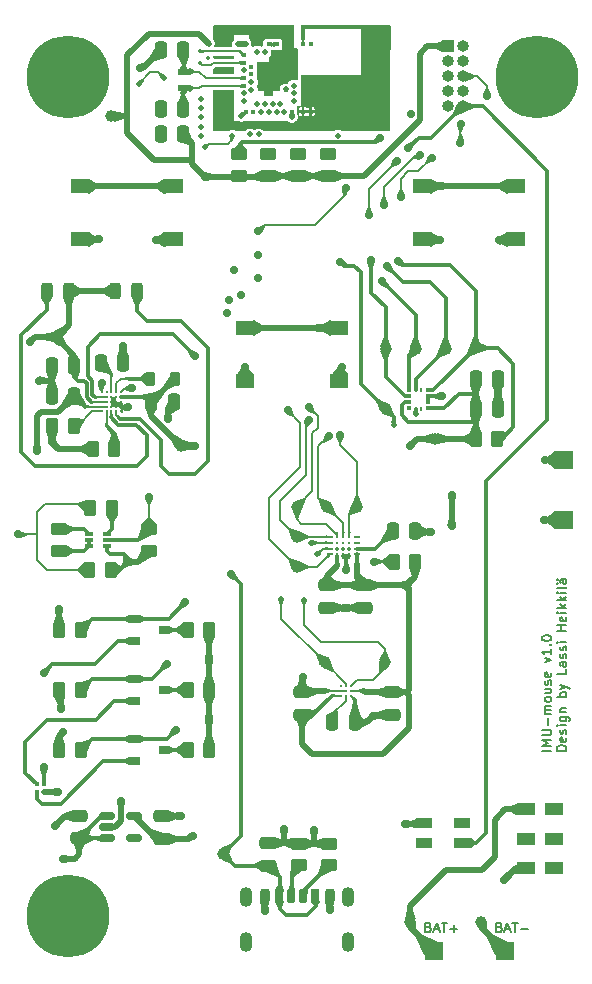
<source format=gbr>
%TF.GenerationSoftware,KiCad,Pcbnew,7.0.10-7.0.10~ubuntu22.04.1*%
%TF.CreationDate,2024-04-30T07:38:50+03:00*%
%TF.ProjectId,imu-mouse,696d752d-6d6f-4757-9365-2e6b69636164,v1*%
%TF.SameCoordinates,Original*%
%TF.FileFunction,Copper,L1,Top*%
%TF.FilePolarity,Positive*%
%FSLAX46Y46*%
G04 Gerber Fmt 4.6, Leading zero omitted, Abs format (unit mm)*
G04 Created by KiCad (PCBNEW 7.0.10-7.0.10~ubuntu22.04.1) date 2024-04-30 07:38:50*
%MOMM*%
%LPD*%
G01*
G04 APERTURE LIST*
G04 Aperture macros list*
%AMRoundRect*
0 Rectangle with rounded corners*
0 $1 Rounding radius*
0 $2 $3 $4 $5 $6 $7 $8 $9 X,Y pos of 4 corners*
0 Add a 4 corners polygon primitive as box body*
4,1,4,$2,$3,$4,$5,$6,$7,$8,$9,$2,$3,0*
0 Add four circle primitives for the rounded corners*
1,1,$1+$1,$2,$3*
1,1,$1+$1,$4,$5*
1,1,$1+$1,$6,$7*
1,1,$1+$1,$8,$9*
0 Add four rect primitives between the rounded corners*
20,1,$1+$1,$2,$3,$4,$5,0*
20,1,$1+$1,$4,$5,$6,$7,0*
20,1,$1+$1,$6,$7,$8,$9,0*
20,1,$1+$1,$8,$9,$2,$3,0*%
G04 Aperture macros list end*
%ADD10C,0.200000*%
%TA.AperFunction,NonConductor*%
%ADD11C,0.200000*%
%TD*%
%ADD12C,0.150000*%
%TA.AperFunction,NonConductor*%
%ADD13C,0.150000*%
%TD*%
%TA.AperFunction,SMDPad,CuDef*%
%ADD14RoundRect,0.243750X0.243750X0.456250X-0.243750X0.456250X-0.243750X-0.456250X0.243750X-0.456250X0*%
%TD*%
%TA.AperFunction,SMDPad,CuDef*%
%ADD15R,1.600000X1.000000*%
%TD*%
%TA.AperFunction,SMDPad,CuDef*%
%ADD16RoundRect,0.250000X-0.250000X-0.475000X0.250000X-0.475000X0.250000X0.475000X-0.250000X0.475000X0*%
%TD*%
%TA.AperFunction,SMDPad,CuDef*%
%ADD17C,1.000000*%
%TD*%
%TA.AperFunction,SMDPad,CuDef*%
%ADD18RoundRect,0.006200X0.323800X0.148800X-0.323800X0.148800X-0.323800X-0.148800X0.323800X-0.148800X0*%
%TD*%
%TA.AperFunction,ComponentPad*%
%ADD19RoundRect,0.250000X-0.550000X-0.550000X0.550000X-0.550000X0.550000X0.550000X-0.550000X0.550000X0*%
%TD*%
%TA.AperFunction,SMDPad,CuDef*%
%ADD20RoundRect,0.250000X0.262500X0.450000X-0.262500X0.450000X-0.262500X-0.450000X0.262500X-0.450000X0*%
%TD*%
%TA.AperFunction,SMDPad,CuDef*%
%ADD21R,0.350000X0.350000*%
%TD*%
%TA.AperFunction,SMDPad,CuDef*%
%ADD22R,0.420000X0.420000*%
%TD*%
%TA.AperFunction,SMDPad,CuDef*%
%ADD23RoundRect,0.250000X0.450000X-0.262500X0.450000X0.262500X-0.450000X0.262500X-0.450000X-0.262500X0*%
%TD*%
%TA.AperFunction,SMDPad,CuDef*%
%ADD24C,0.200000*%
%TD*%
%TA.AperFunction,SMDPad,CuDef*%
%ADD25RoundRect,0.150000X-0.512500X-0.150000X0.512500X-0.150000X0.512500X0.150000X-0.512500X0.150000X0*%
%TD*%
%TA.AperFunction,SMDPad,CuDef*%
%ADD26RoundRect,0.250000X-0.475000X0.250000X-0.475000X-0.250000X0.475000X-0.250000X0.475000X0.250000X0*%
%TD*%
%TA.AperFunction,SMDPad,CuDef*%
%ADD27RoundRect,0.250000X-0.262500X-0.450000X0.262500X-0.450000X0.262500X0.450000X-0.262500X0.450000X0*%
%TD*%
%TA.AperFunction,SMDPad,CuDef*%
%ADD28R,1.550000X1.300000*%
%TD*%
%TA.AperFunction,ComponentPad*%
%ADD29C,7.000000*%
%TD*%
%TA.AperFunction,SMDPad,CuDef*%
%ADD30C,0.220000*%
%TD*%
%TA.AperFunction,SMDPad,CuDef*%
%ADD31RoundRect,0.243750X-0.243750X-0.456250X0.243750X-0.456250X0.243750X0.456250X-0.243750X0.456250X0*%
%TD*%
%TA.AperFunction,SMDPad,CuDef*%
%ADD32R,0.914400X0.660400*%
%TD*%
%TA.AperFunction,SMDPad,CuDef*%
%ADD33RoundRect,0.250000X0.250000X0.475000X-0.250000X0.475000X-0.250000X-0.475000X0.250000X-0.475000X0*%
%TD*%
%TA.AperFunction,SMDPad,CuDef*%
%ADD34RoundRect,0.175000X-0.175000X-0.425000X0.175000X-0.425000X0.175000X0.425000X-0.175000X0.425000X0*%
%TD*%
%TA.AperFunction,SMDPad,CuDef*%
%ADD35RoundRect,0.190000X0.190000X0.410000X-0.190000X0.410000X-0.190000X-0.410000X0.190000X-0.410000X0*%
%TD*%
%TA.AperFunction,SMDPad,CuDef*%
%ADD36RoundRect,0.200000X0.200000X0.400000X-0.200000X0.400000X-0.200000X-0.400000X0.200000X-0.400000X0*%
%TD*%
%TA.AperFunction,SMDPad,CuDef*%
%ADD37RoundRect,0.175000X0.175000X0.425000X-0.175000X0.425000X-0.175000X-0.425000X0.175000X-0.425000X0*%
%TD*%
%TA.AperFunction,SMDPad,CuDef*%
%ADD38RoundRect,0.190000X-0.190000X-0.410000X0.190000X-0.410000X0.190000X0.410000X-0.190000X0.410000X0*%
%TD*%
%TA.AperFunction,SMDPad,CuDef*%
%ADD39RoundRect,0.200000X-0.200000X-0.400000X0.200000X-0.400000X0.200000X0.400000X-0.200000X0.400000X0*%
%TD*%
%TA.AperFunction,ComponentPad*%
%ADD40O,1.100000X1.700000*%
%TD*%
%TA.AperFunction,SMDPad,CuDef*%
%ADD41R,1.100000X0.600000*%
%TD*%
%TA.AperFunction,ComponentPad*%
%ADD42R,1.000000X1.000000*%
%TD*%
%TA.AperFunction,ComponentPad*%
%ADD43O,1.000000X1.000000*%
%TD*%
%TA.AperFunction,SMDPad,CuDef*%
%ADD44R,0.475000X0.250000*%
%TD*%
%TA.AperFunction,SMDPad,CuDef*%
%ADD45R,0.250000X0.475000*%
%TD*%
%TA.AperFunction,SMDPad,CuDef*%
%ADD46R,0.250000X0.250000*%
%TD*%
%TA.AperFunction,SMDPad,CuDef*%
%ADD47RoundRect,0.250000X-0.450000X0.262500X-0.450000X-0.262500X0.450000X-0.262500X0.450000X0.262500X0*%
%TD*%
%TA.AperFunction,SMDPad,CuDef*%
%ADD48RoundRect,0.250000X0.475000X-0.250000X0.475000X0.250000X-0.475000X0.250000X-0.475000X-0.250000X0*%
%TD*%
%TA.AperFunction,SMDPad,CuDef*%
%ADD49RoundRect,0.218750X0.218750X0.381250X-0.218750X0.381250X-0.218750X-0.381250X0.218750X-0.381250X0*%
%TD*%
%TA.AperFunction,SMDPad,CuDef*%
%ADD50R,0.350000X0.300000*%
%TD*%
%TA.AperFunction,SMDPad,CuDef*%
%ADD51R,0.250000X0.300000*%
%TD*%
%TA.AperFunction,SMDPad,CuDef*%
%ADD52R,1.422400X0.812800*%
%TD*%
%TA.AperFunction,SMDPad,CuDef*%
%ADD53R,0.304800X0.304800*%
%TD*%
%TA.AperFunction,ViaPad*%
%ADD54C,0.700000*%
%TD*%
%TA.AperFunction,ViaPad*%
%ADD55C,0.500000*%
%TD*%
%TA.AperFunction,ViaPad*%
%ADD56C,0.350000*%
%TD*%
%TA.AperFunction,Conductor*%
%ADD57C,0.500000*%
%TD*%
%TA.AperFunction,Conductor*%
%ADD58C,0.300000*%
%TD*%
%TA.AperFunction,Conductor*%
%ADD59C,0.200000*%
%TD*%
G04 APERTURE END LIST*
D10*
D11*
X115943695Y-184707945D02*
X115143695Y-184707945D01*
X115943695Y-184326993D02*
X115143695Y-184326993D01*
X115143695Y-184326993D02*
X115715123Y-184060327D01*
X115715123Y-184060327D02*
X115143695Y-183793660D01*
X115143695Y-183793660D02*
X115943695Y-183793660D01*
X115143695Y-183412707D02*
X115791314Y-183412707D01*
X115791314Y-183412707D02*
X115867504Y-183374612D01*
X115867504Y-183374612D02*
X115905600Y-183336517D01*
X115905600Y-183336517D02*
X115943695Y-183260326D01*
X115943695Y-183260326D02*
X115943695Y-183107945D01*
X115943695Y-183107945D02*
X115905600Y-183031755D01*
X115905600Y-183031755D02*
X115867504Y-182993660D01*
X115867504Y-182993660D02*
X115791314Y-182955564D01*
X115791314Y-182955564D02*
X115143695Y-182955564D01*
X115638933Y-182574612D02*
X115638933Y-181965089D01*
X115943695Y-181584136D02*
X115410361Y-181584136D01*
X115486552Y-181584136D02*
X115448457Y-181546041D01*
X115448457Y-181546041D02*
X115410361Y-181469851D01*
X115410361Y-181469851D02*
X115410361Y-181355565D01*
X115410361Y-181355565D02*
X115448457Y-181279374D01*
X115448457Y-181279374D02*
X115524647Y-181241279D01*
X115524647Y-181241279D02*
X115943695Y-181241279D01*
X115524647Y-181241279D02*
X115448457Y-181203184D01*
X115448457Y-181203184D02*
X115410361Y-181126993D01*
X115410361Y-181126993D02*
X115410361Y-181012708D01*
X115410361Y-181012708D02*
X115448457Y-180936517D01*
X115448457Y-180936517D02*
X115524647Y-180898422D01*
X115524647Y-180898422D02*
X115943695Y-180898422D01*
X115943695Y-180403184D02*
X115905600Y-180479374D01*
X115905600Y-180479374D02*
X115867504Y-180517469D01*
X115867504Y-180517469D02*
X115791314Y-180555565D01*
X115791314Y-180555565D02*
X115562742Y-180555565D01*
X115562742Y-180555565D02*
X115486552Y-180517469D01*
X115486552Y-180517469D02*
X115448457Y-180479374D01*
X115448457Y-180479374D02*
X115410361Y-180403184D01*
X115410361Y-180403184D02*
X115410361Y-180288898D01*
X115410361Y-180288898D02*
X115448457Y-180212707D01*
X115448457Y-180212707D02*
X115486552Y-180174612D01*
X115486552Y-180174612D02*
X115562742Y-180136517D01*
X115562742Y-180136517D02*
X115791314Y-180136517D01*
X115791314Y-180136517D02*
X115867504Y-180174612D01*
X115867504Y-180174612D02*
X115905600Y-180212707D01*
X115905600Y-180212707D02*
X115943695Y-180288898D01*
X115943695Y-180288898D02*
X115943695Y-180403184D01*
X115410361Y-179450802D02*
X115943695Y-179450802D01*
X115410361Y-179793659D02*
X115829409Y-179793659D01*
X115829409Y-179793659D02*
X115905600Y-179755564D01*
X115905600Y-179755564D02*
X115943695Y-179679374D01*
X115943695Y-179679374D02*
X115943695Y-179565088D01*
X115943695Y-179565088D02*
X115905600Y-179488897D01*
X115905600Y-179488897D02*
X115867504Y-179450802D01*
X115905600Y-179107945D02*
X115943695Y-179031754D01*
X115943695Y-179031754D02*
X115943695Y-178879373D01*
X115943695Y-178879373D02*
X115905600Y-178803183D01*
X115905600Y-178803183D02*
X115829409Y-178765087D01*
X115829409Y-178765087D02*
X115791314Y-178765087D01*
X115791314Y-178765087D02*
X115715123Y-178803183D01*
X115715123Y-178803183D02*
X115677028Y-178879373D01*
X115677028Y-178879373D02*
X115677028Y-178993659D01*
X115677028Y-178993659D02*
X115638933Y-179069849D01*
X115638933Y-179069849D02*
X115562742Y-179107945D01*
X115562742Y-179107945D02*
X115524647Y-179107945D01*
X115524647Y-179107945D02*
X115448457Y-179069849D01*
X115448457Y-179069849D02*
X115410361Y-178993659D01*
X115410361Y-178993659D02*
X115410361Y-178879373D01*
X115410361Y-178879373D02*
X115448457Y-178803183D01*
X115905600Y-178117468D02*
X115943695Y-178193659D01*
X115943695Y-178193659D02*
X115943695Y-178346040D01*
X115943695Y-178346040D02*
X115905600Y-178422230D01*
X115905600Y-178422230D02*
X115829409Y-178460326D01*
X115829409Y-178460326D02*
X115524647Y-178460326D01*
X115524647Y-178460326D02*
X115448457Y-178422230D01*
X115448457Y-178422230D02*
X115410361Y-178346040D01*
X115410361Y-178346040D02*
X115410361Y-178193659D01*
X115410361Y-178193659D02*
X115448457Y-178117468D01*
X115448457Y-178117468D02*
X115524647Y-178079373D01*
X115524647Y-178079373D02*
X115600838Y-178079373D01*
X115600838Y-178079373D02*
X115677028Y-178460326D01*
X115410361Y-177203183D02*
X115943695Y-177012707D01*
X115943695Y-177012707D02*
X115410361Y-176822230D01*
X115943695Y-176098421D02*
X115943695Y-176555564D01*
X115943695Y-176326992D02*
X115143695Y-176326992D01*
X115143695Y-176326992D02*
X115257980Y-176403183D01*
X115257980Y-176403183D02*
X115334171Y-176479373D01*
X115334171Y-176479373D02*
X115372266Y-176555564D01*
X115867504Y-175755563D02*
X115905600Y-175717468D01*
X115905600Y-175717468D02*
X115943695Y-175755563D01*
X115943695Y-175755563D02*
X115905600Y-175793659D01*
X115905600Y-175793659D02*
X115867504Y-175755563D01*
X115867504Y-175755563D02*
X115943695Y-175755563D01*
X115143695Y-175222230D02*
X115143695Y-175146040D01*
X115143695Y-175146040D02*
X115181790Y-175069849D01*
X115181790Y-175069849D02*
X115219885Y-175031754D01*
X115219885Y-175031754D02*
X115296076Y-174993659D01*
X115296076Y-174993659D02*
X115448457Y-174955564D01*
X115448457Y-174955564D02*
X115638933Y-174955564D01*
X115638933Y-174955564D02*
X115791314Y-174993659D01*
X115791314Y-174993659D02*
X115867504Y-175031754D01*
X115867504Y-175031754D02*
X115905600Y-175069849D01*
X115905600Y-175069849D02*
X115943695Y-175146040D01*
X115943695Y-175146040D02*
X115943695Y-175222230D01*
X115943695Y-175222230D02*
X115905600Y-175298421D01*
X115905600Y-175298421D02*
X115867504Y-175336516D01*
X115867504Y-175336516D02*
X115791314Y-175374611D01*
X115791314Y-175374611D02*
X115638933Y-175412707D01*
X115638933Y-175412707D02*
X115448457Y-175412707D01*
X115448457Y-175412707D02*
X115296076Y-175374611D01*
X115296076Y-175374611D02*
X115219885Y-175336516D01*
X115219885Y-175336516D02*
X115181790Y-175298421D01*
X115181790Y-175298421D02*
X115143695Y-175222230D01*
X117231695Y-184707945D02*
X116431695Y-184707945D01*
X116431695Y-184707945D02*
X116431695Y-184517469D01*
X116431695Y-184517469D02*
X116469790Y-184403183D01*
X116469790Y-184403183D02*
X116545980Y-184326993D01*
X116545980Y-184326993D02*
X116622171Y-184288898D01*
X116622171Y-184288898D02*
X116774552Y-184250802D01*
X116774552Y-184250802D02*
X116888838Y-184250802D01*
X116888838Y-184250802D02*
X117041219Y-184288898D01*
X117041219Y-184288898D02*
X117117409Y-184326993D01*
X117117409Y-184326993D02*
X117193600Y-184403183D01*
X117193600Y-184403183D02*
X117231695Y-184517469D01*
X117231695Y-184517469D02*
X117231695Y-184707945D01*
X117193600Y-183603183D02*
X117231695Y-183679374D01*
X117231695Y-183679374D02*
X117231695Y-183831755D01*
X117231695Y-183831755D02*
X117193600Y-183907945D01*
X117193600Y-183907945D02*
X117117409Y-183946041D01*
X117117409Y-183946041D02*
X116812647Y-183946041D01*
X116812647Y-183946041D02*
X116736457Y-183907945D01*
X116736457Y-183907945D02*
X116698361Y-183831755D01*
X116698361Y-183831755D02*
X116698361Y-183679374D01*
X116698361Y-183679374D02*
X116736457Y-183603183D01*
X116736457Y-183603183D02*
X116812647Y-183565088D01*
X116812647Y-183565088D02*
X116888838Y-183565088D01*
X116888838Y-183565088D02*
X116965028Y-183946041D01*
X117193600Y-183260327D02*
X117231695Y-183184136D01*
X117231695Y-183184136D02*
X117231695Y-183031755D01*
X117231695Y-183031755D02*
X117193600Y-182955565D01*
X117193600Y-182955565D02*
X117117409Y-182917469D01*
X117117409Y-182917469D02*
X117079314Y-182917469D01*
X117079314Y-182917469D02*
X117003123Y-182955565D01*
X117003123Y-182955565D02*
X116965028Y-183031755D01*
X116965028Y-183031755D02*
X116965028Y-183146041D01*
X116965028Y-183146041D02*
X116926933Y-183222231D01*
X116926933Y-183222231D02*
X116850742Y-183260327D01*
X116850742Y-183260327D02*
X116812647Y-183260327D01*
X116812647Y-183260327D02*
X116736457Y-183222231D01*
X116736457Y-183222231D02*
X116698361Y-183146041D01*
X116698361Y-183146041D02*
X116698361Y-183031755D01*
X116698361Y-183031755D02*
X116736457Y-182955565D01*
X117231695Y-182574612D02*
X116698361Y-182574612D01*
X116431695Y-182574612D02*
X116469790Y-182612708D01*
X116469790Y-182612708D02*
X116507885Y-182574612D01*
X116507885Y-182574612D02*
X116469790Y-182536517D01*
X116469790Y-182536517D02*
X116431695Y-182574612D01*
X116431695Y-182574612D02*
X116507885Y-182574612D01*
X116698361Y-181850803D02*
X117345980Y-181850803D01*
X117345980Y-181850803D02*
X117422171Y-181888898D01*
X117422171Y-181888898D02*
X117460266Y-181926994D01*
X117460266Y-181926994D02*
X117498361Y-182003184D01*
X117498361Y-182003184D02*
X117498361Y-182117470D01*
X117498361Y-182117470D02*
X117460266Y-182193660D01*
X117193600Y-181850803D02*
X117231695Y-181926994D01*
X117231695Y-181926994D02*
X117231695Y-182079375D01*
X117231695Y-182079375D02*
X117193600Y-182155565D01*
X117193600Y-182155565D02*
X117155504Y-182193660D01*
X117155504Y-182193660D02*
X117079314Y-182231756D01*
X117079314Y-182231756D02*
X116850742Y-182231756D01*
X116850742Y-182231756D02*
X116774552Y-182193660D01*
X116774552Y-182193660D02*
X116736457Y-182155565D01*
X116736457Y-182155565D02*
X116698361Y-182079375D01*
X116698361Y-182079375D02*
X116698361Y-181926994D01*
X116698361Y-181926994D02*
X116736457Y-181850803D01*
X116698361Y-181469850D02*
X117231695Y-181469850D01*
X116774552Y-181469850D02*
X116736457Y-181431755D01*
X116736457Y-181431755D02*
X116698361Y-181355565D01*
X116698361Y-181355565D02*
X116698361Y-181241279D01*
X116698361Y-181241279D02*
X116736457Y-181165088D01*
X116736457Y-181165088D02*
X116812647Y-181126993D01*
X116812647Y-181126993D02*
X117231695Y-181126993D01*
X117231695Y-180136516D02*
X116431695Y-180136516D01*
X116736457Y-180136516D02*
X116698361Y-180060326D01*
X116698361Y-180060326D02*
X116698361Y-179907945D01*
X116698361Y-179907945D02*
X116736457Y-179831754D01*
X116736457Y-179831754D02*
X116774552Y-179793659D01*
X116774552Y-179793659D02*
X116850742Y-179755564D01*
X116850742Y-179755564D02*
X117079314Y-179755564D01*
X117079314Y-179755564D02*
X117155504Y-179793659D01*
X117155504Y-179793659D02*
X117193600Y-179831754D01*
X117193600Y-179831754D02*
X117231695Y-179907945D01*
X117231695Y-179907945D02*
X117231695Y-180060326D01*
X117231695Y-180060326D02*
X117193600Y-180136516D01*
X116698361Y-179488897D02*
X117231695Y-179298421D01*
X116698361Y-179107944D02*
X117231695Y-179298421D01*
X117231695Y-179298421D02*
X117422171Y-179374611D01*
X117422171Y-179374611D02*
X117460266Y-179412706D01*
X117460266Y-179412706D02*
X117498361Y-179488897D01*
X117231695Y-177812706D02*
X117231695Y-178193658D01*
X117231695Y-178193658D02*
X116431695Y-178193658D01*
X117231695Y-177203182D02*
X116812647Y-177203182D01*
X116812647Y-177203182D02*
X116736457Y-177241277D01*
X116736457Y-177241277D02*
X116698361Y-177317468D01*
X116698361Y-177317468D02*
X116698361Y-177469849D01*
X116698361Y-177469849D02*
X116736457Y-177546039D01*
X117193600Y-177203182D02*
X117231695Y-177279373D01*
X117231695Y-177279373D02*
X117231695Y-177469849D01*
X117231695Y-177469849D02*
X117193600Y-177546039D01*
X117193600Y-177546039D02*
X117117409Y-177584135D01*
X117117409Y-177584135D02*
X117041219Y-177584135D01*
X117041219Y-177584135D02*
X116965028Y-177546039D01*
X116965028Y-177546039D02*
X116926933Y-177469849D01*
X116926933Y-177469849D02*
X116926933Y-177279373D01*
X116926933Y-177279373D02*
X116888838Y-177203182D01*
X117193600Y-176860325D02*
X117231695Y-176784134D01*
X117231695Y-176784134D02*
X117231695Y-176631753D01*
X117231695Y-176631753D02*
X117193600Y-176555563D01*
X117193600Y-176555563D02*
X117117409Y-176517467D01*
X117117409Y-176517467D02*
X117079314Y-176517467D01*
X117079314Y-176517467D02*
X117003123Y-176555563D01*
X117003123Y-176555563D02*
X116965028Y-176631753D01*
X116965028Y-176631753D02*
X116965028Y-176746039D01*
X116965028Y-176746039D02*
X116926933Y-176822229D01*
X116926933Y-176822229D02*
X116850742Y-176860325D01*
X116850742Y-176860325D02*
X116812647Y-176860325D01*
X116812647Y-176860325D02*
X116736457Y-176822229D01*
X116736457Y-176822229D02*
X116698361Y-176746039D01*
X116698361Y-176746039D02*
X116698361Y-176631753D01*
X116698361Y-176631753D02*
X116736457Y-176555563D01*
X117193600Y-176212706D02*
X117231695Y-176136515D01*
X117231695Y-176136515D02*
X117231695Y-175984134D01*
X117231695Y-175984134D02*
X117193600Y-175907944D01*
X117193600Y-175907944D02*
X117117409Y-175869848D01*
X117117409Y-175869848D02*
X117079314Y-175869848D01*
X117079314Y-175869848D02*
X117003123Y-175907944D01*
X117003123Y-175907944D02*
X116965028Y-175984134D01*
X116965028Y-175984134D02*
X116965028Y-176098420D01*
X116965028Y-176098420D02*
X116926933Y-176174610D01*
X116926933Y-176174610D02*
X116850742Y-176212706D01*
X116850742Y-176212706D02*
X116812647Y-176212706D01*
X116812647Y-176212706D02*
X116736457Y-176174610D01*
X116736457Y-176174610D02*
X116698361Y-176098420D01*
X116698361Y-176098420D02*
X116698361Y-175984134D01*
X116698361Y-175984134D02*
X116736457Y-175907944D01*
X117231695Y-175526991D02*
X116698361Y-175526991D01*
X116431695Y-175526991D02*
X116469790Y-175565087D01*
X116469790Y-175565087D02*
X116507885Y-175526991D01*
X116507885Y-175526991D02*
X116469790Y-175488896D01*
X116469790Y-175488896D02*
X116431695Y-175526991D01*
X116431695Y-175526991D02*
X116507885Y-175526991D01*
X117231695Y-174536515D02*
X116431695Y-174536515D01*
X116812647Y-174536515D02*
X116812647Y-174079372D01*
X117231695Y-174079372D02*
X116431695Y-174079372D01*
X117193600Y-173393658D02*
X117231695Y-173469849D01*
X117231695Y-173469849D02*
X117231695Y-173622230D01*
X117231695Y-173622230D02*
X117193600Y-173698420D01*
X117193600Y-173698420D02*
X117117409Y-173736516D01*
X117117409Y-173736516D02*
X116812647Y-173736516D01*
X116812647Y-173736516D02*
X116736457Y-173698420D01*
X116736457Y-173698420D02*
X116698361Y-173622230D01*
X116698361Y-173622230D02*
X116698361Y-173469849D01*
X116698361Y-173469849D02*
X116736457Y-173393658D01*
X116736457Y-173393658D02*
X116812647Y-173355563D01*
X116812647Y-173355563D02*
X116888838Y-173355563D01*
X116888838Y-173355563D02*
X116965028Y-173736516D01*
X117231695Y-173012706D02*
X116698361Y-173012706D01*
X116431695Y-173012706D02*
X116469790Y-173050802D01*
X116469790Y-173050802D02*
X116507885Y-173012706D01*
X116507885Y-173012706D02*
X116469790Y-172974611D01*
X116469790Y-172974611D02*
X116431695Y-173012706D01*
X116431695Y-173012706D02*
X116507885Y-173012706D01*
X117231695Y-172631754D02*
X116431695Y-172631754D01*
X116926933Y-172555564D02*
X117231695Y-172326992D01*
X116698361Y-172326992D02*
X117003123Y-172631754D01*
X117231695Y-171984135D02*
X116431695Y-171984135D01*
X116926933Y-171907945D02*
X117231695Y-171679373D01*
X116698361Y-171679373D02*
X117003123Y-171984135D01*
X117231695Y-171336516D02*
X116698361Y-171336516D01*
X116431695Y-171336516D02*
X116469790Y-171374612D01*
X116469790Y-171374612D02*
X116507885Y-171336516D01*
X116507885Y-171336516D02*
X116469790Y-171298421D01*
X116469790Y-171298421D02*
X116431695Y-171336516D01*
X116431695Y-171336516D02*
X116507885Y-171336516D01*
X117231695Y-170841279D02*
X117193600Y-170917469D01*
X117193600Y-170917469D02*
X117117409Y-170955564D01*
X117117409Y-170955564D02*
X116431695Y-170955564D01*
X117231695Y-170193659D02*
X116812647Y-170193659D01*
X116812647Y-170193659D02*
X116736457Y-170231754D01*
X116736457Y-170231754D02*
X116698361Y-170307945D01*
X116698361Y-170307945D02*
X116698361Y-170460326D01*
X116698361Y-170460326D02*
X116736457Y-170536516D01*
X117193600Y-170193659D02*
X117231695Y-170269850D01*
X117231695Y-170269850D02*
X117231695Y-170460326D01*
X117231695Y-170460326D02*
X117193600Y-170536516D01*
X117193600Y-170536516D02*
X117117409Y-170574612D01*
X117117409Y-170574612D02*
X117041219Y-170574612D01*
X117041219Y-170574612D02*
X116965028Y-170536516D01*
X116965028Y-170536516D02*
X116926933Y-170460326D01*
X116926933Y-170460326D02*
X116926933Y-170269850D01*
X116926933Y-170269850D02*
X116888838Y-170193659D01*
X116431695Y-170536516D02*
X116469790Y-170498421D01*
X116469790Y-170498421D02*
X116507885Y-170536516D01*
X116507885Y-170536516D02*
X116469790Y-170574612D01*
X116469790Y-170574612D02*
X116431695Y-170536516D01*
X116431695Y-170536516D02*
X116507885Y-170536516D01*
X116431695Y-170231754D02*
X116469790Y-170193659D01*
X116469790Y-170193659D02*
X116507885Y-170231754D01*
X116507885Y-170231754D02*
X116469790Y-170269850D01*
X116469790Y-170269850D02*
X116431695Y-170231754D01*
X116431695Y-170231754D02*
X116507885Y-170231754D01*
D12*
D13*
X111555826Y-199655247D02*
X111670112Y-199693342D01*
X111670112Y-199693342D02*
X111708207Y-199731438D01*
X111708207Y-199731438D02*
X111746303Y-199807628D01*
X111746303Y-199807628D02*
X111746303Y-199921914D01*
X111746303Y-199921914D02*
X111708207Y-199998104D01*
X111708207Y-199998104D02*
X111670112Y-200036200D01*
X111670112Y-200036200D02*
X111593922Y-200074295D01*
X111593922Y-200074295D02*
X111289160Y-200074295D01*
X111289160Y-200074295D02*
X111289160Y-199274295D01*
X111289160Y-199274295D02*
X111555826Y-199274295D01*
X111555826Y-199274295D02*
X111632017Y-199312390D01*
X111632017Y-199312390D02*
X111670112Y-199350485D01*
X111670112Y-199350485D02*
X111708207Y-199426676D01*
X111708207Y-199426676D02*
X111708207Y-199502866D01*
X111708207Y-199502866D02*
X111670112Y-199579057D01*
X111670112Y-199579057D02*
X111632017Y-199617152D01*
X111632017Y-199617152D02*
X111555826Y-199655247D01*
X111555826Y-199655247D02*
X111289160Y-199655247D01*
X112051064Y-199845723D02*
X112432017Y-199845723D01*
X111974874Y-200074295D02*
X112241541Y-199274295D01*
X112241541Y-199274295D02*
X112508207Y-200074295D01*
X112660588Y-199274295D02*
X113117731Y-199274295D01*
X112889159Y-200074295D02*
X112889159Y-199274295D01*
X113384398Y-199769533D02*
X113993922Y-199769533D01*
D12*
D13*
X105555826Y-199655247D02*
X105670112Y-199693342D01*
X105670112Y-199693342D02*
X105708207Y-199731438D01*
X105708207Y-199731438D02*
X105746303Y-199807628D01*
X105746303Y-199807628D02*
X105746303Y-199921914D01*
X105746303Y-199921914D02*
X105708207Y-199998104D01*
X105708207Y-199998104D02*
X105670112Y-200036200D01*
X105670112Y-200036200D02*
X105593922Y-200074295D01*
X105593922Y-200074295D02*
X105289160Y-200074295D01*
X105289160Y-200074295D02*
X105289160Y-199274295D01*
X105289160Y-199274295D02*
X105555826Y-199274295D01*
X105555826Y-199274295D02*
X105632017Y-199312390D01*
X105632017Y-199312390D02*
X105670112Y-199350485D01*
X105670112Y-199350485D02*
X105708207Y-199426676D01*
X105708207Y-199426676D02*
X105708207Y-199502866D01*
X105708207Y-199502866D02*
X105670112Y-199579057D01*
X105670112Y-199579057D02*
X105632017Y-199617152D01*
X105632017Y-199617152D02*
X105555826Y-199655247D01*
X105555826Y-199655247D02*
X105289160Y-199655247D01*
X106051064Y-199845723D02*
X106432017Y-199845723D01*
X105974874Y-200074295D02*
X106241541Y-199274295D01*
X106241541Y-199274295D02*
X106508207Y-200074295D01*
X106660588Y-199274295D02*
X107117731Y-199274295D01*
X106889159Y-200074295D02*
X106889159Y-199274295D01*
X107384398Y-199769533D02*
X107993922Y-199769533D01*
X107689160Y-200074295D02*
X107689160Y-199464771D01*
D14*
%TO.P,D1,1,K*%
%TO.N,/NPM_CHG*%
X80900000Y-145800000D03*
%TO.P,D1,2,A*%
%TO.N,VS*%
X79025000Y-145800000D03*
%TD*%
D15*
%TO.P,SW1,1,1*%
%TO.N,GND*%
X113800000Y-194680000D03*
%TO.P,SW1,2,2*%
%TO.N,+BATT*%
X113800000Y-192180000D03*
%TO.P,SW1,3,3*%
X113800000Y-189680000D03*
%TO.P,SW1,5,5*%
%TO.N,unconnected-(SW1-Pad5)*%
X116200000Y-194680000D03*
%TO.P,SW1,6,6*%
%TO.N,unconnected-(SW1-Pad6)*%
X116200000Y-192180000D03*
%TO.P,SW1,7,7*%
%TO.N,unconnected-(SW1-Pad7)*%
X116200000Y-189680000D03*
%TD*%
D16*
%TO.P,C14,1*%
%TO.N,+1V8*%
X109540000Y-155760000D03*
%TO.P,C14,2*%
%TO.N,GND*%
X111440000Y-155760000D03*
%TD*%
D17*
%TO.P,TP16,1,1*%
%TO.N,Net-(U6-ASCX)*%
X101860000Y-177240000D03*
%TD*%
D18*
%TO.P,Q1,1*%
%TO.N,GND*%
X78300000Y-167380000D03*
%TO.P,Q1,2*%
%TO.N,/BAT_MON_EN*%
X78300000Y-166880000D03*
%TO.P,Q1,3*%
%TO.N,Net-(Q1-Pad3)*%
X78300000Y-166380000D03*
%TO.P,Q1,4*%
%TO.N,+BATT*%
X76830000Y-166380000D03*
%TO.P,Q1,5*%
%TO.N,Net-(Q1-Pad5)*%
X76830000Y-166880000D03*
%TO.P,Q1,6*%
X76830000Y-167380000D03*
%TD*%
D19*
%TO.P,J2,1,Pin_1*%
%TO.N,GND*%
X112000000Y-201680000D03*
%TD*%
D20*
%TO.P,R6,1*%
%TO.N,/LED_R*%
X76115000Y-174500000D03*
%TO.P,R6,2*%
%TO.N,GND*%
X74290000Y-174500000D03*
%TD*%
D17*
%TO.P,TP14,1,1*%
%TO.N,/BMA456_CLK*%
X107000000Y-150680000D03*
%TD*%
D16*
%TO.P,C13,1*%
%TO.N,+1V8*%
X109540000Y-153220000D03*
%TO.P,C13,2*%
%TO.N,GND*%
X111440000Y-153220000D03*
%TD*%
D21*
%TO.P,U5,1,ANT_PCB*%
%TO.N,unconnected-(U5-ANT_PCB-Pad1)*%
X95580000Y-124920000D03*
%TO.P,U5,2,ANT_GND1*%
%TO.N,GND*%
X94930000Y-124920000D03*
%TO.P,U5,3,ANT_GND2*%
X93988000Y-124920000D03*
%TO.P,U5,4,GND*%
X93338000Y-124920000D03*
%TO.P,U5,5,ANT_INT*%
%TO.N,Net-(U5-ANT)*%
X92688000Y-124920000D03*
%TO.P,U5,6,ANT*%
X92038000Y-124920000D03*
%TO.P,U5,7,GND__1*%
%TO.N,GND*%
X91388000Y-124920000D03*
%TO.P,U5,8,GND__2*%
X90738000Y-124920000D03*
%TO.P,U5,9,VCC*%
%TO.N,+1V8*%
X90088000Y-124920000D03*
%TO.P,U5,10,GND__3*%
%TO.N,GND*%
X93013000Y-125570000D03*
%TO.P,U5,11,GND__4*%
X92363000Y-125570000D03*
%TO.P,U5,12,~{RESET}*%
%TO.N,/~{RESET}*%
X91713000Y-125570000D03*
%TO.P,U5,13,GPIO_13*%
%TO.N,/BMA456_CLK*%
X91063000Y-125570000D03*
%TO.P,U5,14,GPIO_14*%
%TO.N,/BMA456_MISO*%
X89900000Y-125810000D03*
%TO.P,U5,15,GPIO_15*%
%TO.N,/BMA456_MOSI*%
X89900000Y-126460000D03*
%TO.P,U5,16,SWO/GPIO_16*%
%TO.N,/SWD-SWO*%
X89900000Y-127110000D03*
%TO.P,U5,17,XL1/GPIO_17*%
%TO.N,Net-(U5-XL1{slash}GPIO_17)*%
X89900000Y-127760000D03*
%TO.P,U5,18,XL2/GPIO_18*%
%TO.N,Net-(U5-XL2{slash}GPIO_18)*%
X89900000Y-128410000D03*
%TO.P,U5,19,GPIO_19*%
%TO.N,/BHI360_CLK*%
X89900000Y-129060000D03*
%TO.P,U5,20,GPIO_20*%
%TO.N,/BHI360_INT*%
X89900000Y-129710000D03*
%TO.P,U5,21,NFC1/GPIO_21*%
%TO.N,unconnected-(U5-NFC1{slash}GPIO_21-Pad21)*%
X90550000Y-126785000D03*
%TO.P,U5,22,NFC2/GPIO_22*%
%TO.N,unconnected-(U5-NFC2{slash}GPIO_22-Pad22)*%
X90550000Y-127435000D03*
%TO.P,U5,23,GPIO_23*%
%TO.N,/BHI360_MISO*%
X90550000Y-128085000D03*
%TO.P,U5,24,GPIO_24*%
%TO.N,/BHI360_MOSI*%
X90550000Y-128735000D03*
%TO.P,U5,25,GPIO_25*%
%TO.N,/BHI360_CS*%
X90088000Y-130600000D03*
%TO.P,U5,26,GPIO_26*%
%TO.N,unconnected-(U5-GPIO_26-Pad26)*%
X90738000Y-130600000D03*
%TO.P,U5,27,GPIO_27*%
%TO.N,/BAT_MON*%
X91388000Y-130600000D03*
%TO.P,U5,28,GPIO_28*%
%TO.N,/BAT_MON_EN*%
X92038000Y-130600000D03*
%TO.P,U5,29,GPIO_29*%
%TO.N,/~{BUTTON1}*%
X92688000Y-130600000D03*
%TO.P,U5,30,GPIO_30*%
%TO.N,/~{BUTTON2}*%
X93338000Y-130600000D03*
%TO.P,U5,31,GPIO_31*%
%TO.N,/~{BUTTON3}*%
X93988000Y-130600000D03*
%TO.P,U5,32,GND__5*%
%TO.N,GND*%
X94930000Y-130600000D03*
%TO.P,U5,33,GND__6*%
X95580000Y-130600000D03*
%TO.P,U5,34,GPIO_34*%
%TO.N,/~{BMA456_CS}*%
X91063000Y-129950000D03*
%TO.P,U5,35,GPIO_35*%
%TO.N,/BMA456_INT1*%
X91713000Y-129950000D03*
%TO.P,U5,36,GPIO_36*%
%TO.N,/LED_R*%
X92363000Y-129950000D03*
%TO.P,U5,37,GPIO_37*%
%TO.N,/LED_G*%
X93013000Y-129950000D03*
%TO.P,U5,38,GPIO_38*%
%TO.N,/LED_B*%
X94175000Y-129710000D03*
%TO.P,U5,39,SWDCLK*%
%TO.N,/SWD-SWCLK*%
X94175000Y-129060000D03*
%TO.P,U5,40,SWDIO*%
%TO.N,/SWD-SWDIO*%
X94175000Y-128410000D03*
%TO.P,U5,41,GND__7*%
%TO.N,GND*%
X94175000Y-127760000D03*
%TO.P,U5,42,GND__8*%
X94175000Y-127110000D03*
%TO.P,U5,43,GND__9*%
X94175000Y-126460000D03*
%TO.P,U5,44,GND__10*%
X94175000Y-125810000D03*
%TO.P,U5,45,GPIO_45*%
%TO.N,/~{RESET BHI360}*%
X93525000Y-128735000D03*
%TO.P,U5,46,GND__11*%
%TO.N,GND*%
X93525000Y-128085000D03*
%TO.P,U5,47,GND__12*%
X93525000Y-127435000D03*
%TO.P,U5,48,GND__13*%
X93525000Y-126785000D03*
D22*
%TO.P,U5,49,EGP*%
X92488000Y-127240000D03*
%TO.P,U5,50,EGP__1*%
X91588000Y-127240000D03*
%TO.P,U5,51,EGP__2*%
X91588000Y-128280000D03*
%TO.P,U5,52,EGP__3*%
X92488000Y-128280000D03*
%TD*%
D23*
%TO.P,R14,1*%
%TO.N,+1V8*%
X89500000Y-136045000D03*
%TO.P,R14,2*%
%TO.N,/~{RESET}*%
X89500000Y-134220000D03*
%TD*%
D17*
%TO.P,TP3,1,1*%
%TO.N,VBUS*%
X88140000Y-193420000D03*
%TD*%
D24*
%TO.P,U8,A1,INT*%
%TO.N,unconnected-(U8-INT-PadA1)*%
X98173595Y-179238558D03*
%TO.P,U8,A2,SDA*%
%TO.N,Net-(U6-ASDX)*%
X98573595Y-179238558D03*
%TO.P,U8,A3,SCK*%
%TO.N,Net-(U6-ASCX)*%
X98973595Y-179238558D03*
%TO.P,U8,B1,GND*%
%TO.N,GND*%
X98173595Y-179638558D03*
%TO.P,U8,B2,ADSEL*%
X98573595Y-179638558D03*
%TO.P,U8,B3,VDDIO*%
%TO.N,+1V8*%
X98973595Y-179638558D03*
%TO.P,U8,C1,VDD*%
X98173595Y-180038558D03*
%TO.P,U8,C2,CRST*%
%TO.N,Net-(U8-CRST)*%
X98573595Y-180038558D03*
%TO.P,U8,C3,BYPASS*%
%TO.N,GND*%
X98973595Y-180038558D03*
%TD*%
D25*
%TO.P,U9,1,IN*%
%TO.N,VS*%
X78362500Y-190230000D03*
%TO.P,U9,2,GND*%
%TO.N,GND*%
X78362500Y-191180000D03*
%TO.P,U9,3,EN*%
%TO.N,VS*%
X78362500Y-192130000D03*
%TO.P,U9,4,NC*%
%TO.N,unconnected-(U9-NC-Pad4)*%
X80637500Y-192130000D03*
%TO.P,U9,5,OUT*%
%TO.N,+3.3V*%
X80637500Y-190230000D03*
%TD*%
D26*
%TO.P,C12,1*%
%TO.N,+1V8*%
X100100000Y-170700000D03*
%TO.P,C12,2*%
%TO.N,GND*%
X100100000Y-172600000D03*
%TD*%
D27*
%TO.P,R4,1*%
%TO.N,Net-(U2-D)*%
X85165000Y-179580000D03*
%TO.P,R4,2*%
%TO.N,GND*%
X86990000Y-179580000D03*
%TD*%
D26*
%TO.P,C11,1*%
%TO.N,+1V8*%
X97000000Y-170700000D03*
%TO.P,C11,2*%
%TO.N,GND*%
X97000000Y-172600000D03*
%TD*%
D28*
%TO.P,SW4,1,1*%
%TO.N,/~{BUTTON2}*%
X105020000Y-136930000D03*
X112980000Y-136930000D03*
%TO.P,SW4,2,2*%
%TO.N,GND*%
X105020000Y-141430000D03*
X112980000Y-141430000D03*
%TD*%
D17*
%TO.P,TP18,1,1*%
%TO.N,+1V8*%
X106125000Y-158300000D03*
%TD*%
D29*
%TO.P,H1,1,1*%
%TO.N,unconnected-(H1-Pad1)*%
X75000000Y-127680000D03*
%TD*%
D16*
%TO.P,C18,1*%
%TO.N,Net-(U8-CRST)*%
X97420000Y-182320000D03*
%TO.P,C18,2*%
%TO.N,GND*%
X99320000Y-182320000D03*
%TD*%
D19*
%TO.P,J1,1,Pin_1*%
%TO.N,+BATT*%
X106000000Y-201680000D03*
%TD*%
D17*
%TO.P,TP4,1,1*%
%TO.N,VS*%
X74000000Y-149680000D03*
%TD*%
D30*
%TO.P,U4,A1,D-*%
%TO.N,GND*%
X77900000Y-154380000D03*
%TO.P,U4,A2,D+*%
%TO.N,unconnected-(U4-D+-PadA2)*%
X78300000Y-154380000D03*
%TO.P,U4,A3,DEC*%
%TO.N,Net-(U4-DEC)*%
X78700000Y-154380000D03*
%TO.P,U4,A4,SW*%
%TO.N,Net-(U4-SW)*%
X79100000Y-154380000D03*
%TO.P,U4,A5,PVSS*%
%TO.N,GND*%
X79500000Y-154380000D03*
%TO.P,U4,B1,VBUS*%
%TO.N,VBUS*%
X77900000Y-154780000D03*
%TO.P,U4,B2,VBUS*%
X78300000Y-154780000D03*
%TO.P,U4,B3,VOUTBSET1*%
%TO.N,GND*%
X78700000Y-154780000D03*
%TO.P,U4,B4,VOUTBSET0*%
X79100000Y-154780000D03*
%TO.P,U4,B5,VOUTB*%
%TO.N,+1V8*%
X79500000Y-154780000D03*
%TO.P,U4,C1,VSYS*%
%TO.N,VS*%
X77900000Y-155180000D03*
%TO.P,U4,C2,VSYS*%
X78300000Y-155180000D03*
%TO.P,U4,C3,VTERMSET*%
%TO.N,GND*%
X78700000Y-155180000D03*
%TO.P,U4,C4,AVSS*%
X79100000Y-155180000D03*
%TO.P,U4,C5,AVSS*%
X79500000Y-155180000D03*
%TO.P,U4,D1,VBAT*%
%TO.N,+BATT*%
X77900000Y-155580000D03*
%TO.P,U4,D2,VBAT*%
X78300000Y-155580000D03*
%TO.P,U4,D3,SHPHLD*%
%TO.N,GND*%
X78700000Y-155580000D03*
%TO.P,U4,D4,SHPACT*%
X79100000Y-155580000D03*
%TO.P,U4,D5,ISET*%
X79500000Y-155580000D03*
%TO.P,U4,E1,NTC*%
%TO.N,Net-(U4-NTC)*%
X77900000Y-155980000D03*
%TO.P,U4,E2,ICHG*%
%TO.N,Net-(U4-ICHG)*%
X78300000Y-155980000D03*
%TO.P,U4,E3,ERR*%
%TO.N,/NPM_ERR*%
X78700000Y-155980000D03*
%TO.P,U4,E4,CHG*%
%TO.N,/NPM_CHG*%
X79100000Y-155980000D03*
%TO.P,U4,E5,MODE*%
%TO.N,GND*%
X79500000Y-155980000D03*
%TD*%
D28*
%TO.P,SW3,1,1*%
%TO.N,/~{BUTTON1}*%
X76020000Y-136930000D03*
X83980000Y-136930000D03*
%TO.P,SW3,2,2*%
%TO.N,GND*%
X76020000Y-141430000D03*
X83980000Y-141430000D03*
%TD*%
D17*
%TO.P,TP17,1,1*%
%TO.N,Net-(U6-ASDX)*%
X96780000Y-177240000D03*
%TD*%
D31*
%TO.P,D2,1,K*%
%TO.N,/NPM_ERR*%
X73225000Y-145800000D03*
%TO.P,D2,2,A*%
%TO.N,VS*%
X75100000Y-145800000D03*
%TD*%
D32*
%TO.P,U2,1,G*%
%TO.N,/LED_G*%
X80665400Y-178629999D03*
%TO.P,U2,2,S*%
%TO.N,Net-(U2-S)*%
X80665400Y-180530001D03*
%TO.P,U2,3,D*%
%TO.N,Net-(U2-D)*%
X83154600Y-179580000D03*
%TD*%
D16*
%TO.P,C6,1*%
%TO.N,GND*%
X82890000Y-125420000D03*
%TO.P,C6,2*%
%TO.N,Net-(U5-XL1{slash}GPIO_17)*%
X84790000Y-125420000D03*
%TD*%
D17*
%TO.P,TP6,1,1*%
%TO.N,+1V8*%
X78700000Y-131000000D03*
%TD*%
%TO.P,TP19,1,1*%
%TO.N,/BMA456_INT1*%
X101920000Y-155760000D03*
%TD*%
D20*
%TO.P,R15,1*%
%TO.N,Net-(Q1-Pad3)*%
X78740000Y-164180000D03*
%TO.P,R15,2*%
%TO.N,/BAT_MON*%
X76915000Y-164180000D03*
%TD*%
D33*
%TO.P,C1,1*%
%TO.N,+BATT*%
X75575000Y-154640000D03*
%TO.P,C1,2*%
%TO.N,GND*%
X73675000Y-154640000D03*
%TD*%
D17*
%TO.P,TP12,1,1*%
%TO.N,/BMA456_MISO*%
X104460000Y-150680000D03*
%TD*%
D34*
%TO.P,J3,A5,CC1*%
%TO.N,Net-(J3-CC1)*%
X93955024Y-197029206D03*
D35*
%TO.P,J3,A9,VBUS*%
%TO.N,VBUS*%
X95975024Y-197029206D03*
D36*
%TO.P,J3,A12,GND*%
%TO.N,GND*%
X97205024Y-197029206D03*
D37*
%TO.P,J3,B5,CC2*%
%TO.N,Net-(J3-CC2)*%
X94955024Y-197029206D03*
D38*
%TO.P,J3,B9,VBUS*%
%TO.N,VBUS*%
X92935024Y-197029206D03*
D39*
%TO.P,J3,B12,GND*%
%TO.N,GND*%
X91705024Y-197029206D03*
D40*
%TO.P,J3,S1,SHIELD*%
X90135024Y-197109206D03*
X90135024Y-200909206D03*
X98775024Y-197109206D03*
X98775024Y-200909206D03*
%TD*%
D27*
%TO.P,R5,1*%
%TO.N,Net-(U3-D)*%
X85165000Y-184660000D03*
%TO.P,R5,2*%
%TO.N,GND*%
X86990000Y-184660000D03*
%TD*%
D33*
%TO.P,C8,1*%
%TO.N,+1V8*%
X84800000Y-132500000D03*
%TO.P,C8,2*%
%TO.N,GND*%
X82900000Y-132500000D03*
%TD*%
D29*
%TO.P,H3,1,1*%
%TO.N,unconnected-(H3-Pad1)*%
X114700000Y-127670000D03*
%TD*%
D20*
%TO.P,R7,1*%
%TO.N,/LED_G*%
X76115000Y-179580000D03*
%TO.P,R7,2*%
%TO.N,GND*%
X74290000Y-179580000D03*
%TD*%
D27*
%TO.P,R20,1*%
%TO.N,+1V8*%
X109540000Y-158300000D03*
%TO.P,R20,2*%
%TO.N,/~{BMA456_CS}*%
X111365000Y-158300000D03*
%TD*%
D20*
%TO.P,R8,1*%
%TO.N,/LED_B*%
X76115000Y-184660000D03*
%TO.P,R8,2*%
%TO.N,GND*%
X74290000Y-184660000D03*
%TD*%
D23*
%TO.P,R10,1*%
%TO.N,Net-(J3-CC1)*%
X94590000Y-194400000D03*
%TO.P,R10,2*%
%TO.N,GND*%
X94590000Y-192575000D03*
%TD*%
D16*
%TO.P,C2,1*%
%TO.N,Net-(U4-DEC)*%
X77800000Y-151900000D03*
%TO.P,C2,2*%
%TO.N,GND*%
X79700000Y-151900000D03*
%TD*%
D41*
%TO.P,Y1,1,1*%
%TO.N,Net-(U5-XL2{slash}GPIO_18)*%
X84840000Y-128620000D03*
%TO.P,Y1,2,2*%
%TO.N,Net-(U5-XL1{slash}GPIO_17)*%
X84840000Y-127220000D03*
%TD*%
D17*
%TO.P,TP13,1,1*%
%TO.N,/BMA456_MOSI*%
X101920000Y-150680000D03*
%TD*%
D42*
%TO.P,J4,1,VTref*%
%TO.N,+1V8*%
X107170000Y-125080000D03*
D43*
%TO.P,J4,2,SWDIO/TMS*%
%TO.N,/SWD-SWDIO*%
X108440000Y-125080000D03*
%TO.P,J4,3,GND*%
%TO.N,GND*%
X107170000Y-126350000D03*
%TO.P,J4,4,SWCLK/TCK*%
%TO.N,/SWD-SWCLK*%
X108440000Y-126350000D03*
%TO.P,J4,5,GND*%
%TO.N,GND*%
X107170000Y-127620000D03*
%TO.P,J4,6,SWO/TDO*%
%TO.N,/SWD-SWO*%
X108440000Y-127620000D03*
%TO.P,J4,7,KEY*%
%TO.N,unconnected-(J4-KEY-Pad7)*%
X107170000Y-128890000D03*
%TO.P,J4,8,NC/TDI*%
%TO.N,unconnected-(J4-NC{slash}TDI-Pad8)*%
X108440000Y-128890000D03*
%TO.P,J4,9,GNDDetect*%
%TO.N,GND*%
X107170000Y-130160000D03*
%TO.P,J4,10,~{RESET}*%
%TO.N,/~{RESET}*%
X108440000Y-130160000D03*
%TD*%
D27*
%TO.P,R3,1*%
%TO.N,Net-(U1-D)*%
X85165000Y-174500000D03*
%TO.P,R3,2*%
%TO.N,GND*%
X86990000Y-174500000D03*
%TD*%
D17*
%TO.P,TP8,1,1*%
%TO.N,/BHI360_CS*%
X99500000Y-164060000D03*
%TD*%
D19*
%TO.P,J5,1,Pin_1*%
%TO.N,/SWD-BHI_JTAG_DIO*%
X117000000Y-165180000D03*
%TD*%
%TO.P,J6,1,Pin_1*%
%TO.N,/SWD-BHI_JTAG_CLK*%
X117000000Y-160100000D03*
%TD*%
D17*
%TO.P,TP5,1,1*%
%TO.N,+1V8*%
X84600000Y-158900000D03*
%TD*%
D16*
%TO.P,C5,1*%
%TO.N,+1V8*%
X82100000Y-155180000D03*
%TO.P,C5,2*%
%TO.N,GND*%
X84000000Y-155180000D03*
%TD*%
D17*
%TO.P,TP10,1,1*%
%TO.N,/BHI360_MOSI*%
X94420000Y-164060000D03*
%TD*%
D20*
%TO.P,R2,1*%
%TO.N,Net-(U4-NTC)*%
X75500000Y-157180000D03*
%TO.P,R2,2*%
%TO.N,GND*%
X73675000Y-157180000D03*
%TD*%
D17*
%TO.P,TP1,1,1*%
%TO.N,+BATT*%
X104000000Y-199180000D03*
%TD*%
D44*
%TO.P,U6,1,HSDO*%
%TO.N,/BHI360_MISO*%
X97175000Y-166600000D03*
%TO.P,U6,2,ASDX*%
%TO.N,Net-(U6-ASDX)*%
X97175000Y-167100000D03*
%TO.P,U6,3,ASCX*%
%TO.N,Net-(U6-ASCX)*%
X97175000Y-167600000D03*
%TO.P,U6,4,HIRQ*%
%TO.N,/BHI360_INT*%
X97175000Y-168100000D03*
D45*
%TO.P,U6,5,VDDIO*%
%TO.N,+1V8*%
X97837500Y-168262500D03*
%TO.P,U6,6,GNDIO*%
%TO.N,GND*%
X98337500Y-168262500D03*
%TO.P,U6,7,GND*%
X98837500Y-168262500D03*
D44*
%TO.P,U6,8,VDD*%
%TO.N,+1V8*%
X99500000Y-168100000D03*
%TO.P,U6,9,VREG*%
%TO.N,Net-(U6-VREG)*%
X99500000Y-167600000D03*
%TO.P,U6,10,OCSB*%
%TO.N,unconnected-(U6-OCSB-Pad10)*%
X99500000Y-167100000D03*
%TO.P,U6,11,OSDO*%
%TO.N,unconnected-(U6-OSDO-Pad11)*%
X99500000Y-166600000D03*
D45*
%TO.P,U6,12,HCSB*%
%TO.N,/BHI360_CS*%
X98837500Y-166437500D03*
%TO.P,U6,13,HSCX*%
%TO.N,/BHI360_CLK*%
X98337500Y-166437500D03*
%TO.P,U6,14,HSDX*%
%TO.N,/BHI360_MOSI*%
X97837500Y-166437500D03*
D46*
%TO.P,U6,15,M3SCL*%
%TO.N,/SWD-BHI_JTAG_CLK*%
X97837500Y-167600000D03*
%TO.P,U6,16,JTSG_DIO*%
%TO.N,/SWD-BHI_JTAG_DIO*%
X98337500Y-167600000D03*
%TO.P,U6,17,~{RESET}*%
%TO.N,/~{RESET BHI360}*%
X98837500Y-167600000D03*
%TO.P,U6,18,M3SDA*%
%TO.N,unconnected-(U6-M3SDA-Pad18)*%
X98837500Y-167100000D03*
%TO.P,U6,19,RESV2*%
%TO.N,unconnected-(U6-RESV2-Pad19)*%
X98337500Y-167100000D03*
%TO.P,U6,20,RESV1*%
%TO.N,unconnected-(U6-RESV1-Pad20)*%
X97837500Y-167100000D03*
%TD*%
D20*
%TO.P,R19,1*%
%TO.N,+1V8*%
X104425000Y-168700000D03*
%TO.P,R19,2*%
%TO.N,/~{RESET BHI360}*%
X102600000Y-168700000D03*
%TD*%
D33*
%TO.P,C7,1*%
%TO.N,Net-(U5-XL2{slash}GPIO_18)*%
X84790000Y-130420000D03*
%TO.P,C7,2*%
%TO.N,GND*%
X82890000Y-130420000D03*
%TD*%
D32*
%TO.P,U1,1,G*%
%TO.N,/LED_R*%
X80665400Y-173549999D03*
%TO.P,U1,2,S*%
%TO.N,Net-(U1-S)*%
X80665400Y-175450001D03*
%TO.P,U1,3,D*%
%TO.N,Net-(U1-D)*%
X83154600Y-174500000D03*
%TD*%
D17*
%TO.P,TP2,1,1*%
%TO.N,GND*%
X110000000Y-199180000D03*
%TD*%
%TO.P,TP11,1,1*%
%TO.N,/BHI360_CLK*%
X96960000Y-164060000D03*
%TD*%
D27*
%TO.P,R16,1*%
%TO.N,/BAT_MON*%
X76830000Y-169420000D03*
%TO.P,R16,2*%
%TO.N,GND*%
X78655000Y-169420000D03*
%TD*%
D47*
%TO.P,R18,1*%
%TO.N,/BAT_MON_EN*%
X81910000Y-165967500D03*
%TO.P,R18,2*%
%TO.N,GND*%
X81910000Y-167792500D03*
%TD*%
D17*
%TO.P,TP7,1,1*%
%TO.N,/BHI360_INT*%
X94420000Y-169140000D03*
%TD*%
D48*
%TO.P,C3,1*%
%TO.N,VBUS*%
X92000000Y-194437500D03*
%TO.P,C3,2*%
%TO.N,GND*%
X92000000Y-192537500D03*
%TD*%
D29*
%TO.P,H2,1,1*%
%TO.N,unconnected-(H2-Pad1)*%
X75000000Y-198680000D03*
%TD*%
D23*
%TO.P,R11,1*%
%TO.N,+1V8*%
X91985675Y-136051599D03*
%TO.P,R11,2*%
%TO.N,/~{BUTTON1}*%
X91985675Y-134226599D03*
%TD*%
D33*
%TO.P,C4,1*%
%TO.N,VS*%
X75575000Y-152100000D03*
%TO.P,C4,2*%
%TO.N,GND*%
X73675000Y-152100000D03*
%TD*%
D28*
%TO.P,SW5,1,1*%
%TO.N,/~{BUTTON3}*%
X90020000Y-148930000D03*
X97980000Y-148930000D03*
%TO.P,SW5,2,2*%
%TO.N,GND*%
X90020000Y-153430000D03*
X97980000Y-153430000D03*
%TD*%
D49*
%TO.P,L1,1*%
%TO.N,+1V8*%
X84100000Y-153200000D03*
%TO.P,L1,2*%
%TO.N,Net-(U4-SW)*%
X81975000Y-153200000D03*
%TD*%
D16*
%TO.P,C9,1*%
%TO.N,Net-(U6-VREG)*%
X102512500Y-166140000D03*
%TO.P,C9,2*%
%TO.N,GND*%
X104412500Y-166140000D03*
%TD*%
D50*
%TO.P,U7,1,SDO*%
%TO.N,/BMA456_MISO*%
X103935000Y-154210000D03*
%TO.P,U7,2,SDX*%
%TO.N,/BMA456_MOSI*%
X103935000Y-154710000D03*
%TO.P,U7,3,VDDIO*%
%TO.N,+1V8*%
X103935000Y-155210000D03*
%TO.P,U7,4,ASDA*%
%TO.N,unconnected-(U7-ASDA-Pad4)*%
X103935000Y-155710000D03*
D51*
%TO.P,U7,5,INT1*%
%TO.N,/BMA456_INT1*%
X104460000Y-155760000D03*
%TO.P,U7,6,INT2*%
%TO.N,unconnected-(U7-INT2-Pad6)*%
X104960000Y-155760000D03*
D50*
%TO.P,U7,7,VDD*%
%TO.N,+1V8*%
X105485000Y-155710000D03*
%TO.P,U7,8,GNDIO*%
%TO.N,GND*%
X105485000Y-155210000D03*
%TO.P,U7,9,GND*%
X105485000Y-154710000D03*
%TO.P,U7,10,~{CS}*%
%TO.N,/~{BMA456_CS}*%
X105485000Y-154210000D03*
D51*
%TO.P,U7,11,ASCL*%
%TO.N,unconnected-(U7-ASCL-Pad11)*%
X104960000Y-154160000D03*
%TO.P,U7,12,SCX*%
%TO.N,/BMA456_CLK*%
X104460000Y-154160000D03*
%TD*%
D52*
%TO.P,SW2,1,1*%
%TO.N,GND*%
X105199800Y-190875000D03*
%TO.P,SW2,2,2*%
%TO.N,unconnected-(SW2-Pad2)*%
X105199800Y-192525000D03*
%TO.P,SW2,3,3*%
%TO.N,/~{RESET}*%
X108400200Y-192525000D03*
%TO.P,SW2,4,4*%
%TO.N,unconnected-(SW2-Pad4)*%
X108400200Y-190875000D03*
%TD*%
D17*
%TO.P,TP15,1,1*%
%TO.N,/~{BMA456_CS}*%
X109550000Y-150600000D03*
%TD*%
D53*
%TO.P,LED1,1,1*%
%TO.N,+3.3V*%
X73000000Y-188180000D03*
%TO.P,LED1,2,2*%
%TO.N,Net-(U1-S)*%
X73000000Y-187570400D03*
%TO.P,LED1,3,3*%
%TO.N,Net-(U2-S)*%
X72390400Y-187570400D03*
%TO.P,LED1,4,4*%
%TO.N,Net-(U3-S)*%
X72390400Y-188180000D03*
%TD*%
D48*
%TO.P,C17,1*%
%TO.N,+3.3V*%
X83000000Y-192180000D03*
%TO.P,C17,2*%
%TO.N,GND*%
X83000000Y-190280000D03*
%TD*%
D20*
%TO.P,R1,1*%
%TO.N,Net-(U4-ICHG)*%
X78962500Y-159160000D03*
%TO.P,R1,2*%
%TO.N,GND*%
X77137500Y-159160000D03*
%TD*%
D32*
%TO.P,U3,1,G*%
%TO.N,/LED_B*%
X80665400Y-183709999D03*
%TO.P,U3,2,S*%
%TO.N,Net-(U3-S)*%
X80665400Y-185610001D03*
%TO.P,U3,3,D*%
%TO.N,Net-(U3-D)*%
X83154600Y-184660000D03*
%TD*%
D47*
%TO.P,R17,1*%
%TO.N,+BATT*%
X74290000Y-165967500D03*
%TO.P,R17,2*%
%TO.N,Net-(Q1-Pad5)*%
X74290000Y-167792500D03*
%TD*%
D23*
%TO.P,R13,1*%
%TO.N,+1V8*%
X97065675Y-136051599D03*
%TO.P,R13,2*%
%TO.N,/~{BUTTON3}*%
X97065675Y-134226599D03*
%TD*%
D26*
%TO.P,C15,1*%
%TO.N,+1V8*%
X102500000Y-179780000D03*
%TO.P,C15,2*%
%TO.N,GND*%
X102500000Y-181680000D03*
%TD*%
D23*
%TO.P,R9,1*%
%TO.N,Net-(J3-CC2)*%
X97150000Y-194400000D03*
%TO.P,R9,2*%
%TO.N,GND*%
X97150000Y-192575000D03*
%TD*%
%TO.P,R12,1*%
%TO.N,+1V8*%
X94525675Y-136051599D03*
%TO.P,R12,2*%
%TO.N,/~{BUTTON2}*%
X94525675Y-134226599D03*
%TD*%
D48*
%TO.P,C10,1*%
%TO.N,VS*%
X76000000Y-192130000D03*
%TO.P,C10,2*%
%TO.N,GND*%
X76000000Y-190230000D03*
%TD*%
D17*
%TO.P,TP9,1,1*%
%TO.N,/BHI360_MISO*%
X94420000Y-166600000D03*
%TD*%
D48*
%TO.P,C16,1*%
%TO.N,+1V8*%
X94880000Y-181680000D03*
%TO.P,C16,2*%
%TO.N,GND*%
X94880000Y-179780000D03*
%TD*%
D54*
%TO.N,+BATT*%
X74200000Y-165960000D03*
X72400000Y-159300000D03*
X113800000Y-192200000D03*
%TO.N,GND*%
X100260000Y-123660000D03*
X77880000Y-153570000D03*
X111930000Y-195680000D03*
X74420000Y-181170000D03*
X110000000Y-199200000D03*
X80140000Y-155640000D03*
X98550000Y-172650000D03*
X105800000Y-166180000D03*
X106530000Y-141500000D03*
X81090000Y-126940000D03*
D55*
X90790000Y-124290000D03*
D54*
X82950000Y-132500000D03*
X98642500Y-127980000D03*
D55*
X92390000Y-124190000D03*
D54*
X91705024Y-198264976D03*
X99555000Y-127980000D03*
D55*
X93630000Y-125480000D03*
D54*
X80080000Y-168730000D03*
X106700000Y-154700000D03*
X84560000Y-190270000D03*
X87000000Y-182060000D03*
X98260000Y-152200000D03*
X95905000Y-127980000D03*
X100820000Y-181800000D03*
X97205024Y-198195024D03*
X72560000Y-153370000D03*
X82900000Y-130450000D03*
X103590000Y-190930000D03*
X86970000Y-176990000D03*
X100260000Y-125520000D03*
X82510000Y-141480000D03*
X93340000Y-191370000D03*
X74250000Y-172750000D03*
X100260000Y-124590000D03*
D55*
X93890000Y-124290000D03*
D54*
X77700000Y-141390000D03*
X95860000Y-191400000D03*
X111530000Y-141510000D03*
X80460000Y-154010000D03*
D55*
X92990000Y-126170000D03*
D54*
X79710000Y-150460000D03*
D55*
X92030000Y-126720000D03*
D54*
X111430000Y-154440000D03*
X79500000Y-188970000D03*
D55*
X92060000Y-127780000D03*
D54*
X98610000Y-169410000D03*
D55*
X92340000Y-126140000D03*
D54*
X73920000Y-191080000D03*
X74580000Y-183150000D03*
D55*
X93190000Y-124190000D03*
D54*
X96817500Y-127980000D03*
D55*
X92020000Y-128890000D03*
D54*
X100260000Y-127380000D03*
X83480000Y-156620000D03*
D55*
X92980000Y-127770000D03*
D54*
X97730000Y-127980000D03*
D55*
X91300000Y-127770000D03*
D54*
X73650000Y-158590000D03*
X94910000Y-178460000D03*
X90060000Y-152220000D03*
D55*
X93600000Y-126110000D03*
X92990000Y-126850000D03*
X91390000Y-124290000D03*
D54*
X100260000Y-126450000D03*
%TO.N,VBUS*%
X85750000Y-151300000D03*
X88850000Y-169750000D03*
%TO.N,VS*%
X71800000Y-150100000D03*
X74600000Y-193900000D03*
D55*
%TO.N,+1V8*%
X86950000Y-124850000D03*
D54*
X107510000Y-165720000D03*
D55*
X89430000Y-124900000D03*
D54*
X107530000Y-163040000D03*
X86600000Y-136100000D03*
X104000000Y-158900000D03*
X85800000Y-158900000D03*
X103700000Y-170700000D03*
%TO.N,+3.3V*%
X85600000Y-191900000D03*
X74200000Y-188200000D03*
D55*
%TO.N,/BAT_MON_EN*%
X92038000Y-130600000D03*
X91190000Y-132540000D03*
D54*
X81910000Y-163250000D03*
%TO.N,/LED_R*%
X103240000Y-137830000D03*
X84950000Y-172150000D03*
X104050000Y-130770000D03*
D55*
X92363000Y-129950000D03*
D54*
X105855000Y-134495000D03*
D55*
%TO.N,/LED_G*%
X93013000Y-129950000D03*
D54*
X100520000Y-139390000D03*
X83400000Y-177350000D03*
X102900000Y-134770000D03*
%TO.N,/LED_B*%
X84150000Y-182950000D03*
X104810000Y-134310000D03*
X101790000Y-138480000D03*
D55*
X94175000Y-129710000D03*
D54*
%TO.N,/~{BUTTON1}*%
X83910000Y-136950000D03*
X92000000Y-134200000D03*
D55*
X92688000Y-130600000D03*
%TO.N,/~{BUTTON2}*%
X93338000Y-130600000D03*
D54*
X106700000Y-136930000D03*
X94500000Y-134200000D03*
D55*
%TO.N,/~{BUTTON3}*%
X93990000Y-131030000D03*
D54*
X97050000Y-134200000D03*
X96380000Y-148930000D03*
D55*
%TO.N,/BAT_MON*%
X91388000Y-130600000D03*
D54*
X70820000Y-166400000D03*
D55*
X90440000Y-132540000D03*
D54*
%TO.N,/~{RESET BHI360}*%
X91150000Y-140750000D03*
D55*
X93530000Y-128720000D03*
D56*
X98840000Y-167600000D03*
D54*
X98550000Y-137070000D03*
X91120000Y-142730000D03*
X100960000Y-168700000D03*
D55*
X97880000Y-132640000D03*
%TO.N,/~{BMA456_CS}*%
X91063000Y-129950000D03*
D54*
X102960000Y-143240000D03*
D55*
%TO.N,/BHI360_INT*%
X86300000Y-131100000D03*
X89900000Y-129710000D03*
D54*
X89640000Y-146140000D03*
X93630000Y-155900000D03*
%TO.N,/BHI360_MISO*%
X95400000Y-156710000D03*
D55*
X86300000Y-129500000D03*
X90550000Y-128085000D03*
D54*
X88510000Y-147630000D03*
D55*
%TO.N,/BHI360_MOSI*%
X86300000Y-131900000D03*
X90550000Y-128735000D03*
D54*
X95410000Y-155610000D03*
X89090000Y-144050000D03*
D55*
%TO.N,/BHI360_CLK*%
X86300000Y-130300000D03*
D54*
X88690000Y-146550000D03*
D55*
X89900000Y-129060000D03*
D54*
X97110000Y-158070000D03*
%TO.N,/BMA456_MISO*%
X101600000Y-144970000D03*
D56*
X86200000Y-125510000D03*
D54*
%TO.N,/BMA456_MOSI*%
X100700000Y-143160000D03*
D56*
X86200000Y-126500000D03*
%TO.N,/BMA456_CLK*%
X86880000Y-126060000D03*
D54*
X102020000Y-143680000D03*
D55*
X91063000Y-125570000D03*
%TO.N,/BMA456_INT1*%
X102600000Y-157100000D03*
D54*
X98100000Y-143350000D03*
D55*
X91713000Y-129950000D03*
X86600000Y-133630000D03*
X104460000Y-156240000D03*
X88940000Y-132640000D03*
%TO.N,/BHI360_CS*%
X86300000Y-132700000D03*
X89720000Y-130960000D03*
D54*
X91150000Y-144720000D03*
X98060000Y-157970000D03*
D55*
%TO.N,Net-(U6-ASDX)*%
X93060000Y-171870000D03*
X95610000Y-167120000D03*
%TO.N,Net-(U6-ASCX)*%
X95000000Y-171920000D03*
X96100000Y-168100000D03*
%TO.N,/SWD-SWDIO*%
X94175000Y-128410000D03*
%TO.N,/SWD-SWCLK*%
X94175000Y-129060000D03*
D54*
X108250000Y-133230000D03*
X108270000Y-131610000D03*
D55*
%TO.N,/SWD-SWO*%
X81010000Y-128280000D03*
X83160000Y-127780000D03*
D54*
X110510000Y-129280000D03*
D55*
X89900000Y-127110000D03*
D56*
%TO.N,/SWD-BHI_JTAG_DIO*%
X98340000Y-167600000D03*
D54*
X115340000Y-165170000D03*
%TO.N,/SWD-BHI_JTAG_CLK*%
X115400000Y-160100000D03*
D56*
X97837500Y-167600000D03*
D54*
%TO.N,Net-(U1-S)*%
X73000000Y-186100000D03*
X73000000Y-178100000D03*
%TO.N,/~{RESET}*%
X89500000Y-134200000D03*
D55*
X91713000Y-125570000D03*
D54*
X103840000Y-133680000D03*
X101450000Y-132840000D03*
%TD*%
D57*
%TO.N,/~{BUTTON2}*%
X106700000Y-136930000D02*
X105020000Y-136930000D01*
D58*
%TO.N,+BATT*%
X74297500Y-165967500D02*
X76417500Y-165967500D01*
X74200000Y-165960000D02*
X74297500Y-165967500D01*
X74282500Y-165967500D02*
X74200000Y-165960000D01*
%TO.N,/BMA456_MOSI*%
X100700000Y-143160000D02*
X100700000Y-145960000D01*
X100700000Y-145960000D02*
X101920000Y-147180000D01*
X101920000Y-147180000D02*
X101920000Y-150680000D01*
%TO.N,/BMA456_MISO*%
X101600000Y-144970000D02*
X101610000Y-144970000D01*
X101610000Y-144970000D02*
X104460000Y-147820000D01*
X104460000Y-147820000D02*
X104460000Y-150680000D01*
%TO.N,/BMA456_INT1*%
X98100000Y-143350000D02*
X98410000Y-143660000D01*
X98410000Y-143660000D02*
X99250000Y-143660000D01*
X99250000Y-143660000D02*
X99800000Y-144210000D01*
X99800000Y-144210000D02*
X99800000Y-153640000D01*
X99800000Y-153640000D02*
X101920000Y-155760000D01*
D59*
%TO.N,/LED_B*%
X101790000Y-138480000D02*
X101790000Y-137000000D01*
X101790000Y-137000000D02*
X104480000Y-134310000D01*
X104480000Y-134310000D02*
X104810000Y-134310000D01*
D58*
%TO.N,/~{RESET}*%
X103840000Y-133680000D02*
X104710000Y-132810000D01*
X104710000Y-132810000D02*
X105790000Y-132810000D01*
X105790000Y-132810000D02*
X108440000Y-130160000D01*
D57*
%TO.N,+BATT*%
X72400000Y-156350000D02*
X72400000Y-159300000D01*
X75575000Y-154640000D02*
X74215000Y-156000000D01*
X106000000Y-201680000D02*
X104000000Y-199680000D01*
X112070000Y-189680000D02*
X111150000Y-190600000D01*
X111150000Y-190600000D02*
X111150000Y-193700000D01*
X74215000Y-156000000D02*
X72750000Y-156000000D01*
X110050000Y-194800000D02*
X107050000Y-194800000D01*
X72750000Y-156000000D02*
X72400000Y-156350000D01*
X104000000Y-197850000D02*
X104000000Y-199180000D01*
X104000000Y-199680000D02*
X104000000Y-199180000D01*
D59*
X77900000Y-155580000D02*
X76515000Y-155580000D01*
D58*
X76417500Y-165967500D02*
X76830000Y-166380000D01*
X76515000Y-155580000D02*
X75575000Y-154640000D01*
D57*
X107050000Y-194800000D02*
X104000000Y-197850000D01*
D58*
X74290000Y-165967500D02*
X74282500Y-165967500D01*
D57*
X113800000Y-189680000D02*
X112070000Y-189680000D01*
X111150000Y-193700000D02*
X110050000Y-194800000D01*
D59*
X78300000Y-155580000D02*
X77900000Y-155580000D01*
D57*
%TO.N,GND*%
X99320000Y-182320000D02*
X99320000Y-181090000D01*
X74220000Y-159160000D02*
X73650000Y-158590000D01*
X100820000Y-181800000D02*
X100940000Y-181680000D01*
X79710000Y-151890000D02*
X79700000Y-151900000D01*
X82510000Y-141480000D02*
X83930000Y-141480000D01*
X80080000Y-168730000D02*
X80972500Y-168730000D01*
X90020000Y-152260000D02*
X90060000Y-152220000D01*
X95810000Y-192575000D02*
X94590000Y-192575000D01*
D59*
X79870000Y-154010000D02*
X79500000Y-154380000D01*
D57*
X86970000Y-179560000D02*
X86990000Y-179580000D01*
X73675000Y-153360000D02*
X73675000Y-154640000D01*
D59*
X98973595Y-180038558D02*
X99280000Y-180344963D01*
D58*
X99280000Y-180360000D02*
X99320000Y-180400000D01*
D57*
X112900000Y-141510000D02*
X112980000Y-141430000D01*
X74420000Y-181170000D02*
X74420000Y-179710000D01*
X97000000Y-172600000D02*
X98500000Y-172600000D01*
D59*
X98573595Y-179638558D02*
X98173595Y-179638558D01*
D58*
X80080000Y-168730000D02*
X80080000Y-168380000D01*
X80140000Y-155600000D02*
X80140000Y-155640000D01*
D57*
X79500000Y-188970000D02*
X79500000Y-190704999D01*
X86970000Y-176990000D02*
X86970000Y-179560000D01*
X94880000Y-178490000D02*
X94910000Y-178460000D01*
X97205024Y-198195024D02*
X97205024Y-197029206D01*
D58*
X99320000Y-180400000D02*
X99320000Y-181090000D01*
D57*
X100940000Y-181680000D02*
X102500000Y-181680000D01*
D58*
X80120000Y-155580000D02*
X80140000Y-155600000D01*
D57*
X111530000Y-141510000D02*
X112900000Y-141510000D01*
X100300000Y-182320000D02*
X100820000Y-181800000D01*
X96771442Y-179630000D02*
X96780000Y-179638558D01*
D58*
X98337500Y-168262500D02*
X98837500Y-168262500D01*
D57*
X97980000Y-152480000D02*
X98260000Y-152200000D01*
X79710000Y-150460000D02*
X79710000Y-151890000D01*
X77660000Y-141430000D02*
X77700000Y-141390000D01*
D58*
X106690000Y-154710000D02*
X106700000Y-154700000D01*
D57*
X105020000Y-141430000D02*
X106460000Y-141430000D01*
D58*
X98610000Y-168490000D02*
X98837500Y-168262500D01*
X78660000Y-169440000D02*
X78655000Y-169420000D01*
D57*
X112000000Y-201680000D02*
X110000000Y-199680000D01*
D58*
X93043000Y-125600000D02*
X93013000Y-125570000D01*
D57*
X73675000Y-152100000D02*
X73675000Y-153360000D01*
X74290000Y-183440000D02*
X74580000Y-183150000D01*
X103590000Y-190930000D02*
X105144800Y-190930000D01*
X81370000Y-126940000D02*
X82890000Y-125420000D01*
X94552500Y-192537500D02*
X94590000Y-192575000D01*
X105144800Y-190930000D02*
X105199800Y-190875000D01*
D58*
X79790000Y-168090000D02*
X78560000Y-168090000D01*
X98610000Y-169410000D02*
X98690000Y-169410000D01*
X106740000Y-154710000D02*
X106750000Y-154700000D01*
X78300000Y-167830000D02*
X78300000Y-167380000D01*
D57*
X97980000Y-153430000D02*
X97980000Y-152480000D01*
X76020000Y-141430000D02*
X77660000Y-141430000D01*
D58*
X105485000Y-154710000D02*
X106690000Y-154710000D01*
D57*
X83480000Y-156620000D02*
X83480000Y-155700000D01*
X74290000Y-174500000D02*
X74290000Y-172790000D01*
X79024999Y-191180000D02*
X78362500Y-191180000D01*
D58*
X78655000Y-169420000D02*
X79390000Y-169420000D01*
D57*
X83000000Y-190280000D02*
X84550000Y-190280000D01*
D58*
X98610000Y-169410000D02*
X98610000Y-168490000D01*
D59*
X96780000Y-179638558D02*
X98173595Y-179638558D01*
D57*
X73650000Y-157205000D02*
X73675000Y-157180000D01*
X94880000Y-179780000D02*
X94880000Y-178490000D01*
X87000000Y-179590000D02*
X86990000Y-179580000D01*
X81090000Y-126940000D02*
X81370000Y-126940000D01*
D58*
X98337500Y-168262500D02*
X98382500Y-168262500D01*
X79500000Y-155580000D02*
X80120000Y-155580000D01*
X80140000Y-155640000D02*
X80180000Y-155640000D01*
X78560000Y-168090000D02*
X78300000Y-167830000D01*
X105485000Y-155210000D02*
X105485000Y-154710000D01*
D59*
X77880000Y-154360000D02*
X77900000Y-154380000D01*
D57*
X86970000Y-174520000D02*
X86990000Y-174500000D01*
X111430000Y-153230000D02*
X111440000Y-153220000D01*
X79500000Y-190704999D02*
X79024999Y-191180000D01*
X74770000Y-190230000D02*
X73920000Y-191080000D01*
X74290000Y-184660000D02*
X74290000Y-183440000D01*
X94880000Y-179780000D02*
X95030000Y-179630000D01*
X90020000Y-153430000D02*
X90020000Y-152260000D01*
X80972500Y-168730000D02*
X81910000Y-167792500D01*
X105800000Y-166180000D02*
X104452500Y-166180000D01*
X111440000Y-154450000D02*
X111430000Y-154440000D01*
X86990000Y-182070000D02*
X87000000Y-182060000D01*
X84550000Y-190280000D02*
X84560000Y-190270000D01*
X76000000Y-190230000D02*
X74770000Y-190230000D01*
X91705024Y-198264976D02*
X91705024Y-197029206D01*
X74420000Y-179710000D02*
X74290000Y-179580000D01*
X93340000Y-191370000D02*
X93340000Y-192537500D01*
X73665000Y-153370000D02*
X73675000Y-153360000D01*
X112930000Y-194680000D02*
X111930000Y-195680000D01*
D59*
X80460000Y-154010000D02*
X79870000Y-154010000D01*
D58*
X98382500Y-168262500D02*
X98610000Y-168490000D01*
D59*
X99280000Y-180344963D02*
X99280000Y-180360000D01*
D57*
X111440000Y-155760000D02*
X111440000Y-154450000D01*
X72560000Y-153370000D02*
X73665000Y-153370000D01*
X95860000Y-192525000D02*
X95810000Y-192575000D01*
X106460000Y-141430000D02*
X106530000Y-141500000D01*
X111430000Y-154440000D02*
X111430000Y-153230000D01*
D58*
X79390000Y-169420000D02*
X80080000Y-168730000D01*
X110000000Y-199200000D02*
X110000000Y-199180000D01*
D57*
X83480000Y-155700000D02*
X84000000Y-155180000D01*
X95030000Y-179630000D02*
X96771442Y-179630000D01*
X113800000Y-194680000D02*
X112930000Y-194680000D01*
D58*
X98690000Y-169410000D02*
X98700000Y-169400000D01*
X106700000Y-154700000D02*
X106710000Y-154710000D01*
D57*
X86990000Y-184660000D02*
X86990000Y-182070000D01*
D58*
X106710000Y-154710000D02*
X106740000Y-154710000D01*
D57*
X104452500Y-166180000D02*
X104412500Y-166140000D01*
X98550000Y-172650000D02*
X100050000Y-172650000D01*
D58*
X80080000Y-168380000D02*
X79790000Y-168090000D01*
X80180000Y-155640000D02*
X80150000Y-155610000D01*
D57*
X86970000Y-176990000D02*
X86970000Y-174520000D01*
X92000000Y-192537500D02*
X93340000Y-192537500D01*
X98500000Y-172600000D02*
X98550000Y-172650000D01*
X93340000Y-192537500D02*
X94552500Y-192537500D01*
X99320000Y-182320000D02*
X100300000Y-182320000D01*
X110000000Y-199680000D02*
X110000000Y-199200000D01*
X83930000Y-141480000D02*
X83980000Y-141430000D01*
X73650000Y-158590000D02*
X73650000Y-157205000D01*
X74290000Y-172790000D02*
X74250000Y-172750000D01*
X87000000Y-182060000D02*
X87000000Y-179590000D01*
X100050000Y-172650000D02*
X100100000Y-172600000D01*
X77137500Y-159160000D02*
X74220000Y-159160000D01*
X97150000Y-192575000D02*
X95810000Y-192575000D01*
X95860000Y-191400000D02*
X95860000Y-192525000D01*
D59*
X77880000Y-153570000D02*
X77880000Y-154360000D01*
%TO.N,Net-(U4-DEC)*%
X78700000Y-154380000D02*
X78700000Y-152800000D01*
D58*
X78700000Y-152800000D02*
X77800000Y-151900000D01*
%TO.N,VBUS*%
X76700000Y-153000000D02*
X76700000Y-150500000D01*
X77280000Y-154780000D02*
X77100000Y-154600000D01*
X96020000Y-197221987D02*
X96020000Y-197880000D01*
X92980000Y-198130000D02*
X92980000Y-197221987D01*
X92980000Y-197221987D02*
X92980000Y-195417500D01*
X77750000Y-149450000D02*
X83900000Y-149450000D01*
X92000000Y-194437500D02*
X89137500Y-194437500D01*
X89660000Y-170560000D02*
X89660000Y-191900000D01*
D59*
X78300000Y-154780000D02*
X77900000Y-154780000D01*
D58*
X88150000Y-193450000D02*
X88150000Y-193430000D01*
X89137500Y-194437500D02*
X88150000Y-193450000D01*
X76700000Y-150500000D02*
X77750000Y-149450000D01*
X96020000Y-197880000D02*
X95250000Y-198650000D01*
X77100000Y-153400000D02*
X76700000Y-153000000D01*
X89660000Y-191900000D02*
X88140000Y-193420000D01*
X77100000Y-154600000D02*
X77100000Y-153400000D01*
X92980000Y-195417500D02*
X92000000Y-194437500D01*
X83900000Y-149450000D02*
X85750000Y-151300000D01*
X88150000Y-193430000D02*
X88140000Y-193420000D01*
D59*
X77900000Y-154780000D02*
X77280000Y-154780000D01*
D58*
X88850000Y-169750000D02*
X89660000Y-170560000D01*
X88170000Y-193450000D02*
X88150000Y-193450000D01*
X95250000Y-198650000D02*
X93500000Y-198650000D01*
X93500000Y-198650000D02*
X92980000Y-198130000D01*
%TO.N,VS*%
X76600000Y-153600000D02*
X76400000Y-153400000D01*
D57*
X72220000Y-149680000D02*
X71800000Y-150100000D01*
X77900000Y-190230000D02*
X78362500Y-190230000D01*
X75575000Y-151255000D02*
X74000000Y-149680000D01*
X75137500Y-148652500D02*
X75137500Y-145900000D01*
D58*
X76000000Y-192130000D02*
X78362500Y-192130000D01*
D57*
X74110000Y-149680000D02*
X75137500Y-148652500D01*
D58*
X76400000Y-153400000D02*
X75900000Y-153400000D01*
X76000000Y-192130000D02*
X77900000Y-190230000D01*
D57*
X76000000Y-192130000D02*
X76000000Y-193500000D01*
D58*
X76980000Y-155180000D02*
X76600000Y-154800000D01*
D57*
X75600000Y-193900000D02*
X74600000Y-193900000D01*
D59*
X78300000Y-155180000D02*
X77900000Y-155180000D01*
D57*
X76000000Y-193500000D02*
X75600000Y-193900000D01*
X74000000Y-149680000D02*
X72220000Y-149680000D01*
X75137500Y-145800000D02*
X79025000Y-145800000D01*
D59*
X77900000Y-155180000D02*
X76980000Y-155180000D01*
D58*
X75900000Y-153400000D02*
X75575000Y-153075000D01*
D57*
X75575000Y-152100000D02*
X75575000Y-151255000D01*
X74000000Y-149680000D02*
X74110000Y-149680000D01*
X75137500Y-148652500D02*
X75137500Y-145800000D01*
D58*
X75575000Y-153075000D02*
X75575000Y-152100000D01*
X76600000Y-154800000D02*
X76600000Y-153600000D01*
D57*
%TO.N,+1V8*%
X109540000Y-155760000D02*
X109540000Y-158300000D01*
X86600000Y-136100000D02*
X91937274Y-136100000D01*
D58*
X95720000Y-181680000D02*
X95720000Y-181670000D01*
D57*
X101700000Y-185000000D02*
X95700000Y-185000000D01*
D59*
X97361442Y-180038558D02*
X98173595Y-180038558D01*
D57*
X104800000Y-131350000D02*
X104800000Y-125700000D01*
X84080000Y-153200000D02*
X82100000Y-155180000D01*
X104800000Y-125700000D02*
X105420000Y-125080000D01*
X109540000Y-153220000D02*
X109540000Y-155760000D01*
D58*
X103300000Y-156300000D02*
X103850000Y-156850000D01*
X80600000Y-154770000D02*
X81690000Y-154770000D01*
D57*
X81850000Y-124000000D02*
X86100000Y-124000000D01*
X103700000Y-179800000D02*
X103900000Y-180000000D01*
X85540000Y-134680000D02*
X85540000Y-135040000D01*
X94880000Y-181680000D02*
X95720000Y-181680000D01*
X106125000Y-158300000D02*
X104600000Y-158300000D01*
X104600000Y-158300000D02*
X104000000Y-158900000D01*
X84600000Y-158900000D02*
X85800000Y-158900000D01*
X85540000Y-133240000D02*
X85540000Y-134680000D01*
D58*
X108100000Y-154500000D02*
X109540000Y-154500000D01*
D57*
X97065675Y-136051599D02*
X100098401Y-136051599D01*
D58*
X105485000Y-155710000D02*
X106890000Y-155710000D01*
D57*
X103900000Y-182800000D02*
X101700000Y-185000000D01*
X102500000Y-179780000D02*
X103680000Y-179780000D01*
D58*
X91937274Y-136100000D02*
X91985675Y-136051599D01*
D57*
X107530000Y-165700000D02*
X107530000Y-163040000D01*
D58*
X79500000Y-154780000D02*
X80590000Y-154780000D01*
X103850000Y-156850000D02*
X109540000Y-156850000D01*
D57*
X84800000Y-132500000D02*
X85540000Y-133240000D01*
X103700000Y-170700000D02*
X103930000Y-170930000D01*
X100100000Y-170700000D02*
X103700000Y-170700000D01*
X104412500Y-169987500D02*
X104412500Y-168680000D01*
X82100000Y-156400000D02*
X84600000Y-158900000D01*
D58*
X84100000Y-153200000D02*
X84080000Y-153200000D01*
X106890000Y-155710000D02*
X108100000Y-154500000D01*
X109540000Y-154500000D02*
X109540000Y-153220000D01*
D57*
X103930000Y-179570000D02*
X103700000Y-179800000D01*
X97000000Y-169910000D02*
X97000000Y-170700000D01*
X95700000Y-185000000D02*
X94880000Y-184180000D01*
X94880000Y-184180000D02*
X94880000Y-181680000D01*
D58*
X99500000Y-169100000D02*
X99500000Y-168100000D01*
D57*
X97837500Y-169072500D02*
X97000000Y-169910000D01*
X85540000Y-135040000D02*
X86600000Y-136100000D01*
X100098401Y-136051599D02*
X104800000Y-131350000D01*
X97000000Y-170700000D02*
X100100000Y-170700000D01*
X100100000Y-170700000D02*
X99500000Y-170100000D01*
X109540000Y-158300000D02*
X106125000Y-158300000D01*
X85540000Y-134680000D02*
X82280000Y-134680000D01*
X81690000Y-154770000D02*
X82100000Y-155180000D01*
D59*
X98973595Y-179638558D02*
X100080000Y-179638558D01*
D57*
X80050000Y-125800000D02*
X81850000Y-124000000D01*
D58*
X97351442Y-180038558D02*
X97361442Y-180038558D01*
X103300000Y-155470000D02*
X103300000Y-156300000D01*
D57*
X100221442Y-179780000D02*
X100080000Y-179638558D01*
X80050000Y-131000000D02*
X80050000Y-125800000D01*
X94525675Y-136051599D02*
X97065675Y-136051599D01*
X103700000Y-170700000D02*
X104412500Y-169987500D01*
D58*
X103935000Y-155210000D02*
X103560000Y-155210000D01*
X109540000Y-156850000D02*
X109540000Y-155760000D01*
D57*
X99500000Y-170100000D02*
X99500000Y-169100000D01*
D58*
X95720000Y-181670000D02*
X97351442Y-180038558D01*
D59*
X80590000Y-154780000D02*
X80600000Y-154770000D01*
D57*
X103930000Y-170930000D02*
X103930000Y-179570000D01*
X82280000Y-134680000D02*
X80050000Y-132450000D01*
X78700000Y-131000000D02*
X80050000Y-131000000D01*
X107510000Y-165720000D02*
X107530000Y-165700000D01*
X102500000Y-179780000D02*
X100221442Y-179780000D01*
X80050000Y-132450000D02*
X80050000Y-131000000D01*
D58*
X103680000Y-179780000D02*
X103700000Y-179800000D01*
D57*
X91985675Y-136051599D02*
X94525675Y-136051599D01*
X89430000Y-124900000D02*
X90068000Y-124900000D01*
X105420000Y-125080000D02*
X107170000Y-125080000D01*
X90068000Y-124900000D02*
X90088000Y-124920000D01*
D58*
X97837500Y-168262500D02*
X97837500Y-169072500D01*
X103560000Y-155210000D02*
X103300000Y-155470000D01*
D57*
X103900000Y-180000000D02*
X103900000Y-182800000D01*
X86100000Y-124000000D02*
X86950000Y-124850000D01*
X82100000Y-155180000D02*
X82100000Y-156400000D01*
D58*
%TO.N,Net-(U5-XL1{slash}GPIO_17)*%
X84840000Y-125470000D02*
X84790000Y-125420000D01*
D59*
X84840000Y-127220000D02*
X86140000Y-127220000D01*
D58*
X84840000Y-127220000D02*
X84840000Y-125470000D01*
D59*
X89900000Y-127760000D02*
X86680000Y-127760000D01*
X86680000Y-127760000D02*
X86140000Y-127220000D01*
%TO.N,Net-(U5-XL2{slash}GPIO_18)*%
X86350000Y-128410000D02*
X86140000Y-128620000D01*
D58*
X84790000Y-128670000D02*
X84840000Y-128620000D01*
D59*
X84840000Y-128620000D02*
X86140000Y-128620000D01*
D58*
X84790000Y-130420000D02*
X84790000Y-128670000D01*
D59*
X89900000Y-128410000D02*
X86350000Y-128410000D01*
D58*
%TO.N,Net-(U6-VREG)*%
X99500000Y-167600000D02*
X101052500Y-167600000D01*
X101052500Y-167600000D02*
X102512500Y-166140000D01*
D57*
%TO.N,+3.3V*%
X82587500Y-192180000D02*
X83000000Y-192180000D01*
X74180000Y-188180000D02*
X73000000Y-188180000D01*
X83000000Y-192180000D02*
X85320000Y-192180000D01*
X80637500Y-190230000D02*
X82587500Y-192180000D01*
X85320000Y-192180000D02*
X85600000Y-191900000D01*
X74200000Y-188200000D02*
X74180000Y-188180000D01*
D59*
%TO.N,Net-(U8-CRST)*%
X97420000Y-182320000D02*
X97420000Y-181630000D01*
X98573595Y-180476405D02*
X98573595Y-180038558D01*
X97420000Y-181630000D02*
X98573595Y-180476405D01*
%TO.N,/NPM_CHG*%
X79100000Y-155980000D02*
X79100000Y-156280000D01*
D58*
X86900000Y-150590000D02*
X84640000Y-148330000D01*
X84640000Y-148330000D02*
X81740000Y-148330000D01*
X82900000Y-158400000D02*
X82900000Y-160600000D01*
X86900000Y-160200000D02*
X86900000Y-150590000D01*
X79420000Y-156600000D02*
X81100000Y-156600000D01*
X80900000Y-147490000D02*
X80900000Y-145800000D01*
X82900000Y-160600000D02*
X83600000Y-161300000D01*
X81100000Y-156600000D02*
X82900000Y-158400000D01*
X83600000Y-161300000D02*
X85800000Y-161300000D01*
D59*
X79100000Y-156280000D02*
X79420000Y-156600000D01*
D58*
X85800000Y-161300000D02*
X86900000Y-160200000D01*
X81740000Y-148330000D02*
X80900000Y-147490000D01*
%TO.N,/NPM_ERR*%
X71050000Y-159400000D02*
X72250000Y-160600000D01*
X73225000Y-145800000D02*
X73225000Y-147375000D01*
X71050000Y-149550000D02*
X71050000Y-159400000D01*
X81700000Y-158000000D02*
X80800000Y-157100000D01*
D59*
X78700000Y-156500000D02*
X78700000Y-155980000D01*
D58*
X72250000Y-160600000D02*
X80900000Y-160600000D01*
X73225000Y-147375000D02*
X71050000Y-149550000D01*
X79300000Y-157100000D02*
X78700000Y-156500000D01*
X80900000Y-160600000D02*
X81700000Y-159800000D01*
X80800000Y-157100000D02*
X79300000Y-157100000D01*
X81700000Y-159800000D02*
X81700000Y-158000000D01*
D59*
%TO.N,Net-(U4-SW)*%
X79500000Y-153200000D02*
X80170883Y-153200000D01*
X79100000Y-154380000D02*
X79100000Y-153600000D01*
D58*
X80170883Y-153200000D02*
X81975000Y-153200000D01*
D59*
X79100000Y-153600000D02*
X79500000Y-153200000D01*
D58*
%TO.N,/BAT_MON_EN*%
X78300000Y-166880000D02*
X80997500Y-166880000D01*
D59*
X81910000Y-163250000D02*
X81910000Y-165967500D01*
D58*
X80997500Y-166880000D02*
X81910000Y-165967500D01*
%TO.N,Net-(Q1-Pad3)*%
X78740000Y-164180000D02*
X78740000Y-165940000D01*
X78740000Y-165940000D02*
X78300000Y-166380000D01*
%TO.N,Net-(Q1-Pad5)*%
X76830000Y-166880000D02*
X76830000Y-167380000D01*
X76417500Y-167792500D02*
X76830000Y-167380000D01*
X74290000Y-167792500D02*
X76417500Y-167792500D01*
%TO.N,Net-(U4-ICHG)*%
X78300000Y-157260000D02*
X78962500Y-157922500D01*
D59*
X78300000Y-155980000D02*
X78300000Y-157260000D01*
D57*
X78962500Y-157922500D02*
X78962500Y-159160000D01*
D59*
%TO.N,Net-(U4-NTC)*%
X75870000Y-157180000D02*
X75500000Y-157180000D01*
X77070000Y-155980000D02*
X75870000Y-157180000D01*
X77900000Y-155980000D02*
X77070000Y-155980000D01*
D58*
%TO.N,/LED_R*%
X83550001Y-173549999D02*
X80665400Y-173549999D01*
D59*
X104700000Y-135650000D02*
X105855000Y-134495000D01*
D58*
X77065001Y-173549999D02*
X76115000Y-174500000D01*
X80590860Y-173549999D02*
X77065001Y-173549999D01*
D59*
X103240000Y-136270000D02*
X103860000Y-135650000D01*
X103860000Y-135650000D02*
X104700000Y-135650000D01*
X103240000Y-137830000D02*
X103240000Y-136270000D01*
D58*
X84950000Y-172150000D02*
X83550001Y-173549999D01*
%TO.N,/LED_G*%
X83400000Y-177350000D02*
X82120001Y-178629999D01*
D59*
X100520000Y-139390000D02*
X100520000Y-137150000D01*
D58*
X77065001Y-178629999D02*
X76115000Y-179580000D01*
X80590860Y-178629999D02*
X77065001Y-178629999D01*
D59*
X100520000Y-137150000D02*
X102900000Y-134770000D01*
D58*
X82120001Y-178629999D02*
X80665400Y-178629999D01*
%TO.N,/LED_B*%
X84150000Y-182950000D02*
X83390001Y-183709999D01*
X80665400Y-183709999D02*
X77065001Y-183709999D01*
X83390001Y-183709999D02*
X80665400Y-183709999D01*
X77065001Y-183709999D02*
X76115000Y-184660000D01*
D57*
%TO.N,/~{BUTTON1}*%
X83980000Y-136930000D02*
X76020000Y-136930000D01*
X83910000Y-136950000D02*
X83960000Y-136950000D01*
X83960000Y-136950000D02*
X83980000Y-136930000D01*
%TO.N,/~{BUTTON2}*%
X105020000Y-136930000D02*
X112980000Y-136930000D01*
D59*
%TO.N,/~{BUTTON3}*%
X93988000Y-131028000D02*
X94000000Y-131040000D01*
D57*
X97980000Y-148930000D02*
X96380000Y-148930000D01*
D59*
X93988000Y-130600000D02*
X93988000Y-131028000D01*
D57*
X96380000Y-148930000D02*
X90020000Y-148930000D01*
D59*
%TO.N,/BAT_MON*%
X70820000Y-166400000D02*
X72400000Y-166400000D01*
X72400000Y-166400000D02*
X72400000Y-164480000D01*
X76830000Y-169420000D02*
X73220000Y-169420000D01*
X72400000Y-164480000D02*
X73060000Y-163820000D01*
X72400000Y-168600000D02*
X72400000Y-166400000D01*
X73060000Y-163820000D02*
X76555000Y-163820000D01*
X76555000Y-163820000D02*
X76915000Y-164180000D01*
X73220000Y-169420000D02*
X72400000Y-168600000D01*
%TO.N,/~{RESET BHI360}*%
X100960000Y-168700000D02*
X102600000Y-168700000D01*
X98550000Y-137070000D02*
X98550000Y-137580000D01*
X91700000Y-140200000D02*
X91150000Y-140750000D01*
X98550000Y-137580000D02*
X95930000Y-140200000D01*
X95930000Y-140200000D02*
X91700000Y-140200000D01*
D58*
%TO.N,/~{BMA456_CS}*%
X107400000Y-143600000D02*
X109550000Y-145750000D01*
X105940000Y-154210000D02*
X105485000Y-154210000D01*
X109550000Y-145750000D02*
X109550000Y-150600000D01*
X112750000Y-157300000D02*
X112750000Y-151950000D01*
X102960000Y-143240000D02*
X103320000Y-143600000D01*
X109550000Y-150600000D02*
X105940000Y-154210000D01*
X111750000Y-158300000D02*
X112750000Y-157300000D01*
X112750000Y-151950000D02*
X111400000Y-150600000D01*
X111400000Y-150600000D02*
X109550000Y-150600000D01*
X103320000Y-143600000D02*
X107400000Y-143600000D01*
X111365000Y-158300000D02*
X111750000Y-158300000D01*
D59*
%TO.N,/BHI360_INT*%
X93630000Y-155900000D02*
X94699997Y-156969997D01*
X92050000Y-166770000D02*
X94420000Y-169140000D01*
X97175000Y-168100000D02*
X96135000Y-169140000D01*
X89890000Y-129700000D02*
X89900000Y-129710000D01*
X92050000Y-163350000D02*
X92050000Y-166770000D01*
X94699997Y-156969997D02*
X94699997Y-160700003D01*
X94699997Y-160700003D02*
X92050000Y-163350000D01*
X96135000Y-169140000D02*
X94420000Y-169140000D01*
%TO.N,/BHI360_MISO*%
X95212497Y-156897503D02*
X95212497Y-161337503D01*
X95212497Y-161337503D02*
X93000000Y-163550000D01*
X93000000Y-163550000D02*
X93000000Y-165180000D01*
X93000000Y-165180000D02*
X94420000Y-166600000D01*
X94420000Y-166600000D02*
X97175000Y-166600000D01*
X95400000Y-156710000D02*
X95212497Y-156897503D01*
%TO.N,/BHI360_MOSI*%
X96210000Y-156410000D02*
X96210000Y-157370000D01*
X97837500Y-166437500D02*
X96900000Y-165500000D01*
X94420000Y-165120000D02*
X94420000Y-164060000D01*
X95724997Y-162755003D02*
X94420000Y-164060000D01*
X94800000Y-165500000D02*
X94420000Y-165120000D01*
X96210000Y-157370000D02*
X95724997Y-157855003D01*
X95410000Y-155610000D02*
X96210000Y-156410000D01*
X96900000Y-165500000D02*
X94800000Y-165500000D01*
X95724997Y-157855003D02*
X95724997Y-162755003D01*
%TO.N,/BHI360_CLK*%
X97110000Y-158070000D02*
X96237497Y-158942503D01*
X89890000Y-129050000D02*
X89900000Y-129060000D01*
X98337500Y-166437500D02*
X98337500Y-165437500D01*
X98337500Y-165437500D02*
X96960000Y-164060000D01*
X96237497Y-163337497D02*
X96960000Y-164060000D01*
X96237497Y-158942503D02*
X96237497Y-163337497D01*
%TO.N,/BMA456_MISO*%
X86200000Y-125510000D02*
X89600000Y-125510000D01*
D58*
X103935000Y-151205000D02*
X104460000Y-150680000D01*
D59*
X89600000Y-125510000D02*
X89900000Y-125810000D01*
D58*
X103935000Y-154210000D02*
X103935000Y-151205000D01*
D59*
%TO.N,/BMA456_MOSI*%
X87150000Y-126650000D02*
X86350000Y-126650000D01*
X87340000Y-126460000D02*
X87150000Y-126650000D01*
X89900000Y-126460000D02*
X87340000Y-126460000D01*
X86350000Y-126650000D02*
X86200000Y-126500000D01*
D58*
X101920000Y-153070000D02*
X101920000Y-150680000D01*
X103560000Y-154710000D02*
X101920000Y-153070000D01*
X103935000Y-154710000D02*
X103560000Y-154710000D01*
%TO.N,/BMA456_CLK*%
X104460000Y-153220000D02*
X107000000Y-150680000D01*
X103390000Y-145050000D02*
X105700000Y-145050000D01*
X102020000Y-143680000D02*
X103390000Y-145050000D01*
X104460000Y-154160000D02*
X104460000Y-153220000D01*
X107000000Y-146350000D02*
X107000000Y-150680000D01*
X105700000Y-145050000D02*
X107000000Y-146350000D01*
D59*
X91043000Y-125590000D02*
X91063000Y-125570000D01*
D58*
%TO.N,/BMA456_INT1*%
X104460000Y-156240000D02*
X104460000Y-155760000D01*
D59*
X88550000Y-133350000D02*
X88950000Y-132950000D01*
D58*
X101920000Y-155760000D02*
X102600000Y-156440000D01*
D59*
X86600000Y-133630000D02*
X86880000Y-133350000D01*
D58*
X102600000Y-156440000D02*
X102600000Y-157100000D01*
D59*
X88950000Y-132950000D02*
X88950000Y-132650000D01*
X86880000Y-133350000D02*
X88550000Y-133350000D01*
%TO.N,Net-(U5-ANT)*%
X92038000Y-124920000D02*
X92688000Y-124920000D01*
%TO.N,/BHI360_CS*%
X98837500Y-166437500D02*
X98837500Y-164722500D01*
X89730000Y-130958000D02*
X90088000Y-130600000D01*
X98060000Y-157970000D02*
X98060000Y-158860000D01*
X99500000Y-160300000D02*
X99500000Y-164060000D01*
X98060000Y-158860000D02*
X99500000Y-160300000D01*
X98837500Y-164722500D02*
X99500000Y-164060000D01*
X89730000Y-130970000D02*
X89730000Y-130958000D01*
%TO.N,Net-(U6-ASDX)*%
X98573595Y-179238558D02*
X98573595Y-179033595D01*
X95630000Y-167100000D02*
X95610000Y-167120000D01*
X93060000Y-173520000D02*
X96780000Y-177240000D01*
X97175000Y-167100000D02*
X95630000Y-167100000D01*
X98573595Y-179033595D02*
X96780000Y-177240000D01*
X93060000Y-171870000D02*
X93060000Y-173520000D01*
%TO.N,Net-(U6-ASCX)*%
X99522153Y-178690000D02*
X100860000Y-178690000D01*
X101300000Y-175500000D02*
X101860000Y-176060000D01*
X101860000Y-177690000D02*
X101860000Y-177240000D01*
X101860000Y-176060000D02*
X101860000Y-177240000D01*
X95000000Y-171920000D02*
X95000000Y-174060000D01*
X96600000Y-167600000D02*
X96100000Y-168100000D01*
X97175000Y-167600000D02*
X96600000Y-167600000D01*
X96440000Y-175500000D02*
X101300000Y-175500000D01*
X98973595Y-179238558D02*
X99522153Y-178690000D01*
X95000000Y-174060000D02*
X96440000Y-175500000D01*
X100860000Y-178690000D02*
X101860000Y-177690000D01*
%TO.N,/SWD-SWCLK*%
X108250000Y-133230000D02*
X108250000Y-131630000D01*
X108250000Y-131630000D02*
X108270000Y-131610000D01*
D58*
%TO.N,Net-(J3-CC1)*%
X94000000Y-194950817D02*
X94550817Y-194400000D01*
X94000000Y-197221987D02*
X94000000Y-194950817D01*
%TO.N,Net-(J3-CC2)*%
X95000000Y-196550000D02*
X97150000Y-194400000D01*
X95000000Y-197221987D02*
X95000000Y-196550000D01*
D59*
%TO.N,/SWD-SWO*%
X83160000Y-127780000D02*
X82660000Y-127280000D01*
X82660000Y-127280000D02*
X82010000Y-127280000D01*
X82010000Y-127280000D02*
X81010000Y-128280000D01*
X110510000Y-128470000D02*
X109660000Y-127620000D01*
X109660000Y-127620000D02*
X108440000Y-127620000D01*
X110510000Y-129280000D02*
X110510000Y-128470000D01*
%TO.N,/SWD-BHI_JTAG_DIO*%
X115350000Y-165180000D02*
X117000000Y-165180000D01*
X115340000Y-165170000D02*
X115350000Y-165180000D01*
%TO.N,/SWD-BHI_JTAG_CLK*%
X115400000Y-160100000D02*
X117000000Y-160100000D01*
D58*
%TO.N,Net-(U1-S)*%
X73700000Y-177400000D02*
X73000000Y-178100000D01*
X80665400Y-175450001D02*
X79249999Y-175450001D01*
X77300000Y-177400000D02*
X73700000Y-177400000D01*
X79249999Y-175450001D02*
X77300000Y-177400000D01*
X73000000Y-187570400D02*
X73000000Y-186100000D01*
%TO.N,Net-(U2-S)*%
X72390400Y-187570400D02*
X71390000Y-186570000D01*
X71390000Y-186570000D02*
X71390000Y-183960000D01*
X71390000Y-183960000D02*
X73250000Y-182100000D01*
X78969999Y-180530001D02*
X80665400Y-180530001D01*
X77400000Y-182100000D02*
X78969999Y-180530001D01*
X73250000Y-182100000D02*
X77400000Y-182100000D01*
%TO.N,Net-(U3-S)*%
X80665400Y-185610001D02*
X77989999Y-185610001D01*
X72390400Y-188790400D02*
X72390400Y-188180000D01*
X72800000Y-189200000D02*
X72390400Y-188790400D01*
X77989999Y-185610001D02*
X74400000Y-189200000D01*
X74400000Y-189200000D02*
X72800000Y-189200000D01*
%TO.N,Net-(U1-D)*%
X85165000Y-174500000D02*
X83080060Y-174500000D01*
%TO.N,Net-(U2-D)*%
X85165000Y-179580000D02*
X83080060Y-179580000D01*
%TO.N,Net-(U3-D)*%
X85165000Y-184660000D02*
X83154600Y-184660000D01*
%TO.N,/~{RESET}*%
X101090000Y-133200000D02*
X89800000Y-133200000D01*
X89500000Y-134220000D02*
X89500000Y-134200000D01*
X110160000Y-130160000D02*
X108440000Y-130160000D01*
X109575000Y-192525000D02*
X110400000Y-191700000D01*
X108400200Y-192525000D02*
X109575000Y-192525000D01*
X110400000Y-161900000D02*
X115600000Y-156700000D01*
X89800000Y-133200000D02*
X89500000Y-133500000D01*
X115600000Y-156700000D02*
X115600000Y-135600000D01*
X101450000Y-132840000D02*
X101090000Y-133200000D01*
X110400000Y-191700000D02*
X110400000Y-161900000D01*
X115600000Y-135600000D02*
X110160000Y-130160000D01*
X89500000Y-133500000D02*
X89500000Y-134200000D01*
%TD*%
%TA.AperFunction,Conductor*%
%TO.N,GND*%
G36*
X102325375Y-123284352D02*
G01*
X102339727Y-123319000D01*
X102339726Y-123319272D01*
X102317003Y-127409500D01*
X102290273Y-132221000D01*
X102290271Y-132221272D01*
X102275727Y-132255840D01*
X102241272Y-132270000D01*
X101652828Y-132270000D01*
X101634077Y-132266270D01*
X101606761Y-132254955D01*
X101450000Y-132234318D01*
X101293238Y-132254955D01*
X101265923Y-132266270D01*
X101247172Y-132270000D01*
X98243418Y-132270000D01*
X98214438Y-132259189D01*
X98214077Y-132259752D01*
X98211492Y-132258091D01*
X98211326Y-132258029D01*
X98211130Y-132257859D01*
X98211128Y-132257857D01*
X98207989Y-132255840D01*
X98202405Y-132252251D01*
X98090053Y-132180047D01*
X98090050Y-132180046D01*
X97951965Y-132139500D01*
X97951961Y-132139500D01*
X97808039Y-132139500D01*
X97808034Y-132139500D01*
X97669949Y-132180046D01*
X97669947Y-132180046D01*
X97669947Y-132180047D01*
X97635404Y-132202246D01*
X97548874Y-132257855D01*
X97548674Y-132258029D01*
X97548507Y-132258091D01*
X97545923Y-132259752D01*
X97545561Y-132259189D01*
X97516582Y-132270000D01*
X91640678Y-132270000D01*
X91606030Y-132255648D01*
X91603646Y-132253088D01*
X91521128Y-132157857D01*
X91492564Y-132139500D01*
X91400053Y-132080047D01*
X91400050Y-132080046D01*
X91261965Y-132039500D01*
X91261961Y-132039500D01*
X91118039Y-132039500D01*
X91118034Y-132039500D01*
X90979949Y-132080046D01*
X90858871Y-132157857D01*
X90852031Y-132165751D01*
X90818495Y-132182537D01*
X90782911Y-132170693D01*
X90777969Y-132165751D01*
X90771128Y-132157857D01*
X90742564Y-132139500D01*
X90650053Y-132080047D01*
X90650050Y-132080046D01*
X90511965Y-132039500D01*
X90511961Y-132039500D01*
X90368039Y-132039500D01*
X90368034Y-132039500D01*
X90229949Y-132080046D01*
X90108871Y-132157857D01*
X90026354Y-132253088D01*
X89992818Y-132269875D01*
X89989322Y-132270000D01*
X89303418Y-132270000D01*
X89274438Y-132259189D01*
X89274077Y-132259752D01*
X89271492Y-132258091D01*
X89271326Y-132258029D01*
X89271130Y-132257859D01*
X89271128Y-132257857D01*
X89267989Y-132255840D01*
X89262405Y-132252251D01*
X89150053Y-132180047D01*
X89150050Y-132180046D01*
X89011965Y-132139500D01*
X89011961Y-132139500D01*
X88868039Y-132139500D01*
X88868034Y-132139500D01*
X88729949Y-132180046D01*
X88729947Y-132180046D01*
X88729947Y-132180047D01*
X88695404Y-132202246D01*
X88608874Y-132257855D01*
X88608674Y-132258029D01*
X88608507Y-132258091D01*
X88605923Y-132259752D01*
X88605561Y-132259189D01*
X88576582Y-132270000D01*
X87389000Y-132270000D01*
X87354352Y-132255648D01*
X87340000Y-132221000D01*
X87340000Y-128809500D01*
X87354352Y-128774852D01*
X87389000Y-128760500D01*
X89041000Y-128760500D01*
X89075648Y-128774852D01*
X89090000Y-128809500D01*
X89090000Y-131420000D01*
X89503062Y-131420000D01*
X89516867Y-131421985D01*
X89648034Y-131460499D01*
X89648037Y-131460499D01*
X89648039Y-131460500D01*
X89648040Y-131460500D01*
X89791960Y-131460500D01*
X89791961Y-131460500D01*
X89791963Y-131460499D01*
X89791965Y-131460499D01*
X89923133Y-131421985D01*
X89936938Y-131420000D01*
X93656711Y-131420000D01*
X93683202Y-131427779D01*
X93779947Y-131489953D01*
X93862996Y-131514338D01*
X93918034Y-131530499D01*
X93918037Y-131530499D01*
X93918039Y-131530500D01*
X93918040Y-131530500D01*
X94061960Y-131530500D01*
X94061961Y-131530500D01*
X94061963Y-131530499D01*
X94061965Y-131530499D01*
X94082480Y-131524475D01*
X94200053Y-131489953D01*
X94296798Y-131427779D01*
X94323289Y-131420000D01*
X94440000Y-131420000D01*
X94440000Y-131260116D01*
X94444428Y-131239760D01*
X94471329Y-131180857D01*
X94475165Y-131172457D01*
X94475165Y-131172455D01*
X94475166Y-131172454D01*
X94495647Y-131030002D01*
X94495647Y-131029998D01*
X94487132Y-130970779D01*
X94475165Y-130887543D01*
X94475163Y-130887539D01*
X94475077Y-130886938D01*
X94474673Y-130886463D01*
X94460440Y-130855299D01*
X94456822Y-130843819D01*
X94454134Y-130829226D01*
X94443468Y-130802410D01*
X94440000Y-130784302D01*
X94440000Y-130725000D01*
X94555000Y-130725000D01*
X94555000Y-130794694D01*
X94566604Y-130853036D01*
X94610807Y-130919192D01*
X94676963Y-130963395D01*
X94735305Y-130975000D01*
X94805000Y-130975000D01*
X94805000Y-130725000D01*
X95055000Y-130725000D01*
X95055000Y-130975000D01*
X95124695Y-130975000D01*
X95183036Y-130963395D01*
X95227777Y-130933501D01*
X95264560Y-130926185D01*
X95282223Y-130933501D01*
X95326963Y-130963395D01*
X95385305Y-130975000D01*
X95455000Y-130975000D01*
X95455000Y-130725000D01*
X95705000Y-130725000D01*
X95705000Y-130975000D01*
X95774695Y-130975000D01*
X95833036Y-130963395D01*
X95899192Y-130919192D01*
X95943395Y-130853036D01*
X95955000Y-130794694D01*
X95955000Y-130725000D01*
X95705000Y-130725000D01*
X95455000Y-130725000D01*
X95055000Y-130725000D01*
X94805000Y-130725000D01*
X94555000Y-130725000D01*
X94440000Y-130725000D01*
X94440000Y-130475000D01*
X94555000Y-130475000D01*
X94805000Y-130475000D01*
X94805000Y-130225000D01*
X95055000Y-130225000D01*
X95055000Y-130475000D01*
X95455000Y-130475000D01*
X95455000Y-130225000D01*
X95705000Y-130225000D01*
X95705000Y-130475000D01*
X95955000Y-130475000D01*
X95955000Y-130405305D01*
X95943395Y-130346963D01*
X95899192Y-130280807D01*
X95833036Y-130236604D01*
X95774695Y-130225000D01*
X95705000Y-130225000D01*
X95455000Y-130225000D01*
X95385305Y-130225000D01*
X95326964Y-130236604D01*
X95282222Y-130266499D01*
X95245440Y-130273814D01*
X95227778Y-130266499D01*
X95183035Y-130236604D01*
X95124695Y-130225000D01*
X95055000Y-130225000D01*
X94805000Y-130225000D01*
X94735305Y-130225000D01*
X94676963Y-130236604D01*
X94610807Y-130280807D01*
X94566604Y-130346963D01*
X94555000Y-130405305D01*
X94555000Y-130475000D01*
X94440000Y-130475000D01*
X94440000Y-130169000D01*
X94454352Y-130134352D01*
X94489000Y-130120000D01*
X94740000Y-130120000D01*
X94740000Y-127569000D01*
X94754352Y-127534352D01*
X94789000Y-127520000D01*
X99840000Y-127520000D01*
X99840000Y-123620000D01*
X95140000Y-123620000D01*
X95140000Y-124496000D01*
X95125648Y-124530648D01*
X95091000Y-124545000D01*
X95055000Y-124545000D01*
X95055000Y-124996000D01*
X95040648Y-125030648D01*
X95006000Y-125045000D01*
X94854000Y-125045000D01*
X94819352Y-125030648D01*
X94805000Y-124996000D01*
X94805000Y-124545000D01*
X94789000Y-124545000D01*
X94754352Y-124530648D01*
X94740000Y-124496000D01*
X94740000Y-123319000D01*
X94754352Y-123284352D01*
X94789000Y-123270000D01*
X102290727Y-123270000D01*
X102325375Y-123284352D01*
G37*
%TD.AperFunction*%
%TA.AperFunction,Conductor*%
G36*
X94175648Y-123284352D02*
G01*
X94190000Y-123319000D01*
X94190000Y-123650000D01*
X90400000Y-123650000D01*
X90390000Y-124120000D01*
X89090000Y-124120000D01*
X89090000Y-124509818D01*
X89078017Y-124541923D01*
X89077468Y-124542556D01*
X89072541Y-124547481D01*
X89047855Y-124568873D01*
X89030197Y-124596350D01*
X89026009Y-124601945D01*
X89004622Y-124626628D01*
X89004620Y-124626630D01*
X88991054Y-124656334D01*
X88987706Y-124662467D01*
X88970045Y-124689949D01*
X88960845Y-124721283D01*
X88958402Y-124727832D01*
X88944834Y-124757543D01*
X88940186Y-124789871D01*
X88938700Y-124796701D01*
X88929501Y-124828032D01*
X88929500Y-124828039D01*
X88929500Y-124860698D01*
X88929001Y-124867671D01*
X88924353Y-124899998D01*
X88924353Y-124900001D01*
X88929001Y-124932326D01*
X88929500Y-124939300D01*
X88929500Y-124971961D01*
X88936559Y-124996000D01*
X88938701Y-125003296D01*
X88940186Y-125010127D01*
X88944833Y-125042454D01*
X88958402Y-125072165D01*
X88960844Y-125078712D01*
X88966124Y-125096695D01*
X88962117Y-125133982D01*
X88932916Y-125157515D01*
X88919110Y-125159500D01*
X87435123Y-125159500D01*
X87400475Y-125145148D01*
X87386123Y-125110500D01*
X87390549Y-125090149D01*
X87397125Y-125075749D01*
X87398671Y-125072660D01*
X87423766Y-125026706D01*
X87426503Y-125014117D01*
X87429812Y-125004175D01*
X87435165Y-124992457D01*
X87442617Y-124940622D01*
X87443227Y-124937242D01*
X87454359Y-124886073D01*
X87453439Y-124873220D01*
X87453813Y-124862748D01*
X87454108Y-124860698D01*
X87455647Y-124850000D01*
X87448197Y-124798192D01*
X87447824Y-124794714D01*
X87444091Y-124742518D01*
X87444091Y-124742517D01*
X87439587Y-124730442D01*
X87436999Y-124720300D01*
X87435165Y-124707543D01*
X87413421Y-124659932D01*
X87412084Y-124656703D01*
X87393796Y-124607669D01*
X87387530Y-124599298D01*
X87386070Y-124597347D01*
X87380726Y-124588340D01*
X87378810Y-124584145D01*
X87375377Y-124576627D01*
X87351968Y-124549611D01*
X87340000Y-124517523D01*
X87340000Y-123319000D01*
X87354352Y-123284352D01*
X87389000Y-123270000D01*
X94141000Y-123270000D01*
X94175648Y-123284352D01*
G37*
%TD.AperFunction*%
%TD*%
%TA.AperFunction,NonConductor*%
G36*
X89075648Y-125874852D02*
G01*
X89090000Y-125909500D01*
X89090000Y-126060500D01*
X89075648Y-126095148D01*
X89041000Y-126109500D01*
X87389000Y-126109500D01*
X87354352Y-126095148D01*
X87340000Y-126060500D01*
X87340000Y-125909500D01*
X87354352Y-125874852D01*
X87389000Y-125860500D01*
X89041000Y-125860500D01*
X89075648Y-125874852D01*
G37*
%TD.AperFunction*%
%TA.AperFunction,NonConductor*%
G36*
X89075648Y-126824852D02*
G01*
X89090000Y-126859500D01*
X89090000Y-127360500D01*
X89075648Y-127395148D01*
X89041000Y-127409500D01*
X87389000Y-127409500D01*
X87354352Y-127395148D01*
X87340000Y-127360500D01*
X87340000Y-126975978D01*
X87354344Y-126941337D01*
X87356480Y-126939199D01*
X87356484Y-126939198D01*
X87356684Y-126938997D01*
X87368014Y-126930549D01*
X87368258Y-126930418D01*
X87402296Y-126893441D01*
X87403629Y-126892051D01*
X87470831Y-126824850D01*
X87505478Y-126810500D01*
X89041000Y-126810500D01*
X89075648Y-126824852D01*
G37*
%TD.AperFunction*%
%TA.AperFunction,Conductor*%
%TO.N,GND*%
G36*
X78933593Y-154755926D02*
G01*
X78971567Y-154775275D01*
X78989502Y-154778115D01*
X78990957Y-154778346D01*
X79035230Y-154802886D01*
X79053175Y-154845905D01*
X79055833Y-154881374D01*
X79055834Y-154881379D01*
X79105448Y-155007794D01*
X79105450Y-155007798D01*
X79190119Y-155113968D01*
X79190121Y-155113970D01*
X79302327Y-155190472D01*
X79432098Y-155230500D01*
X79432100Y-155230500D01*
X79635346Y-155230500D01*
X79682912Y-155247813D01*
X79708222Y-155291650D01*
X79709340Y-155305377D01*
X79707600Y-155451566D01*
X79700449Y-156052216D01*
X79682571Y-156099573D01*
X79669128Y-156111791D01*
X79635374Y-156135617D01*
X79586530Y-156148903D01*
X79549687Y-156135376D01*
X79534205Y-156124317D01*
X79505563Y-156082582D01*
X79504129Y-156052529D01*
X79515617Y-155980000D01*
X79495275Y-155851567D01*
X79436241Y-155735706D01*
X79344294Y-155643759D01*
X79228433Y-155584725D01*
X79228431Y-155584724D01*
X79228430Y-155584724D01*
X79100000Y-155564383D01*
X78971566Y-155584725D01*
X78933595Y-155604072D01*
X78883353Y-155610240D01*
X78866405Y-155604072D01*
X78828433Y-155584724D01*
X78766582Y-155574928D01*
X78722310Y-155550387D01*
X78705070Y-155513414D01*
X78695770Y-155454696D01*
X78695275Y-155451567D01*
X78675926Y-155413594D01*
X78669757Y-155363355D01*
X78675927Y-155346404D01*
X78695275Y-155308433D01*
X78715617Y-155180000D01*
X78695275Y-155051567D01*
X78675926Y-155013594D01*
X78669757Y-154963355D01*
X78675927Y-154946404D01*
X78695275Y-154908433D01*
X78705070Y-154846582D01*
X78729610Y-154802311D01*
X78766582Y-154785070D01*
X78828433Y-154775275D01*
X78866405Y-154755926D01*
X78916645Y-154749757D01*
X78933593Y-154755926D01*
G37*
%TD.AperFunction*%
%TD*%
%TA.AperFunction,Conductor*%
%TO.N,GND*%
G36*
X94190000Y-123663657D02*
G01*
X94199459Y-123683943D01*
X94199739Y-123690864D01*
X94189999Y-125219999D01*
X94190000Y-125220000D01*
X94416000Y-125220000D01*
X94463566Y-125237313D01*
X94488876Y-125281150D01*
X94490000Y-125294000D01*
X94490000Y-127833872D01*
X94472687Y-127881438D01*
X94428850Y-127906748D01*
X94387682Y-127902239D01*
X94318708Y-127873669D01*
X94175000Y-127854750D01*
X94031291Y-127873669D01*
X93897376Y-127929138D01*
X93830824Y-127980205D01*
X93827614Y-127982534D01*
X93825504Y-127983979D01*
X93822693Y-127986443D01*
X93782382Y-128017375D01*
X93782375Y-128017382D01*
X93751443Y-128057693D01*
X93748979Y-128060504D01*
X93747534Y-128062614D01*
X93745205Y-128065824D01*
X93694135Y-128132380D01*
X93691713Y-128136576D01*
X93690368Y-128135799D01*
X93660453Y-128168434D01*
X93616637Y-128176156D01*
X93530000Y-128164750D01*
X93386291Y-128183669D01*
X93252376Y-128239138D01*
X93137379Y-128327379D01*
X93088523Y-128391049D01*
X93045831Y-128418246D01*
X93029815Y-128420000D01*
X92990000Y-128420000D01*
X92990000Y-128599315D01*
X92989367Y-128608974D01*
X92974750Y-128720000D01*
X92974750Y-128720001D01*
X92976901Y-128736343D01*
X92965944Y-128785761D01*
X92925785Y-128816576D01*
X92903534Y-128820000D01*
X92390000Y-128820000D01*
X92390000Y-129246000D01*
X92372687Y-129293566D01*
X92328850Y-129318876D01*
X92316000Y-129320000D01*
X91664000Y-129320000D01*
X91616434Y-129302687D01*
X91591124Y-129258850D01*
X91590000Y-129246000D01*
X91590000Y-128820000D01*
X91178440Y-128820000D01*
X91130874Y-128802687D01*
X91105564Y-128758850D01*
X91105074Y-128736336D01*
X91105250Y-128735000D01*
X91086330Y-128591291D01*
X91063140Y-128535304D01*
X91045633Y-128493037D01*
X91040000Y-128464719D01*
X91040000Y-128355279D01*
X91045633Y-128326961D01*
X91086330Y-128228709D01*
X91105250Y-128085000D01*
X91086330Y-127941291D01*
X91072022Y-127906748D01*
X91045633Y-127843037D01*
X91040000Y-127814719D01*
X91040000Y-126444000D01*
X91057313Y-126396434D01*
X91101150Y-126371124D01*
X91114000Y-126370000D01*
X92040000Y-126370000D01*
X92040000Y-126049466D01*
X92057313Y-126001900D01*
X92068948Y-125990759D01*
X92105621Y-125962621D01*
X92136526Y-125922343D01*
X92139001Y-125919523D01*
X92140202Y-125917768D01*
X92140206Y-125917765D01*
X92140207Y-125917760D01*
X92140444Y-125917416D01*
X92142804Y-125914162D01*
X92152986Y-125900893D01*
X92193861Y-125847625D01*
X92249330Y-125713709D01*
X92268250Y-125570000D01*
X92254221Y-125463442D01*
X92265177Y-125414025D01*
X92297690Y-125386094D01*
X92308537Y-125381304D01*
X92322252Y-125376791D01*
X92340600Y-125372687D01*
X92340602Y-125372685D01*
X92343942Y-125371939D01*
X92344131Y-125372785D01*
X92385176Y-125372617D01*
X92385395Y-125372686D01*
X92385398Y-125372687D01*
X92424945Y-125385109D01*
X92432657Y-125388013D01*
X92443009Y-125392585D01*
X92468135Y-125395500D01*
X92482988Y-125395499D01*
X92489774Y-125395810D01*
X92490948Y-125395919D01*
X92516491Y-125398272D01*
X92516491Y-125398271D01*
X92516492Y-125398272D01*
X92522367Y-125397049D01*
X92537437Y-125395499D01*
X92907863Y-125395499D01*
X92907864Y-125395499D01*
X92932991Y-125392585D01*
X93035765Y-125347206D01*
X93115206Y-125267765D01*
X93160585Y-125164991D01*
X93163500Y-125139865D01*
X93163499Y-124700136D01*
X93160585Y-124675009D01*
X93115206Y-124572235D01*
X93035765Y-124492794D01*
X92932991Y-124447415D01*
X92932990Y-124447414D01*
X92932988Y-124447414D01*
X92907865Y-124444500D01*
X92528744Y-124444500D01*
X92516032Y-124443400D01*
X92511010Y-124442524D01*
X92511009Y-124442524D01*
X92502056Y-124442632D01*
X92502035Y-124442632D01*
X92501993Y-124442633D01*
X92494960Y-124442799D01*
X92491349Y-124443242D01*
X92491338Y-124443159D01*
X92479188Y-124444500D01*
X92468135Y-124444500D01*
X92443011Y-124447414D01*
X92443007Y-124447415D01*
X92417478Y-124458687D01*
X92403748Y-124463205D01*
X92382059Y-124468058D01*
X92381870Y-124467215D01*
X92340818Y-124467380D01*
X92301048Y-124454886D01*
X92293337Y-124451983D01*
X92282992Y-124447415D01*
X92282987Y-124447414D01*
X92257865Y-124444500D01*
X92243018Y-124444500D01*
X92236232Y-124444188D01*
X92234384Y-124444017D01*
X92209508Y-124441726D01*
X92209506Y-124441726D01*
X92203617Y-124442951D01*
X92188557Y-124444500D01*
X91818136Y-124444500D01*
X91793013Y-124447414D01*
X91793007Y-124447415D01*
X91690234Y-124492794D01*
X91610794Y-124572234D01*
X91565414Y-124675011D01*
X91562500Y-124700135D01*
X91562500Y-124987036D01*
X91545187Y-125034602D01*
X91516819Y-125055403D01*
X91435374Y-125089139D01*
X91433047Y-125090925D01*
X91431359Y-125091456D01*
X91431176Y-125091563D01*
X91431152Y-125091522D01*
X91384770Y-125106145D01*
X91342953Y-125090925D01*
X91340626Y-125089140D01*
X91340625Y-125089139D01*
X91333252Y-125086085D01*
X91206708Y-125033669D01*
X91063000Y-125014750D01*
X90919291Y-125033669D01*
X90785376Y-125089138D01*
X90742840Y-125121777D01*
X90694563Y-125136998D01*
X90647798Y-125117626D01*
X90624425Y-125072726D01*
X90627260Y-125040681D01*
X90635595Y-125014418D01*
X90635596Y-125014416D01*
X90640762Y-124863174D01*
X90604933Y-124716148D01*
X90530765Y-124584241D01*
X90464803Y-124518278D01*
X90463049Y-124516462D01*
X90418680Y-124468955D01*
X90417297Y-124467830D01*
X90416706Y-124466842D01*
X90415226Y-124465257D01*
X90415568Y-124464937D01*
X90391327Y-124424381D01*
X90390000Y-124410430D01*
X90390000Y-124120000D01*
X90400000Y-123650000D01*
X94190000Y-123650000D01*
X94190000Y-123663657D01*
G37*
%TD.AperFunction*%
%TD*%
%TA.AperFunction,Conductor*%
%TO.N,/~{BUTTON2}*%
G36*
X106695358Y-136584124D02*
G01*
X106699920Y-136591829D01*
X106700038Y-136593451D01*
X106701000Y-136930000D01*
X106701000Y-136930066D01*
X106700038Y-137266548D01*
X106696587Y-137274812D01*
X106688305Y-137278215D01*
X106686683Y-137278097D01*
X106010045Y-137181435D01*
X106002340Y-137176873D01*
X106000000Y-137169853D01*
X106000000Y-136690147D01*
X106003427Y-136681874D01*
X106010045Y-136678565D01*
X106686684Y-136581902D01*
X106695358Y-136584124D01*
G37*
%TD.AperFunction*%
%TD*%
%TA.AperFunction,Conductor*%
%TO.N,/~{BUTTON2}*%
G36*
X105802180Y-136284418D02*
G01*
X106439432Y-136676573D01*
X106444682Y-136683827D01*
X106445000Y-136686537D01*
X106445000Y-137173462D01*
X106441573Y-137181735D01*
X106439432Y-137183426D01*
X105802181Y-137575580D01*
X105793339Y-137576998D01*
X105788536Y-137574585D01*
X105319533Y-137181735D01*
X105029706Y-136938968D01*
X105025565Y-136931030D01*
X105028251Y-136922487D01*
X105029703Y-136921034D01*
X105788536Y-136285413D01*
X105797079Y-136282728D01*
X105802180Y-136284418D01*
G37*
%TD.AperFunction*%
%TD*%
%TA.AperFunction,Conductor*%
%TO.N,+BATT*%
G36*
X74890377Y-165814895D02*
G01*
X74897211Y-165820682D01*
X74898508Y-165826037D01*
X74898508Y-166108742D01*
X74895081Y-166117015D01*
X74890106Y-166119968D01*
X74343997Y-166280403D01*
X74335093Y-166279447D01*
X74329902Y-166273684D01*
X74200879Y-165964505D01*
X74200857Y-165955551D01*
X74200880Y-165955494D01*
X74329802Y-165646555D01*
X74336151Y-165640240D01*
X74344169Y-165639919D01*
X74890377Y-165814895D01*
G37*
%TD.AperFunction*%
%TD*%
%TA.AperFunction,Conductor*%
%TO.N,+BATT*%
G36*
X74842861Y-165477733D02*
G01*
X75496158Y-165814233D01*
X75501943Y-165821067D01*
X75502500Y-165824634D01*
X75502500Y-166110365D01*
X75499073Y-166118638D01*
X75496158Y-166120766D01*
X74842863Y-166457265D01*
X74833938Y-166458007D01*
X74829666Y-166455549D01*
X74298620Y-165976184D01*
X74294776Y-165968098D01*
X74297776Y-165959660D01*
X74298621Y-165958815D01*
X74447268Y-165824634D01*
X74829667Y-165479449D01*
X74838103Y-165476450D01*
X74842861Y-165477733D01*
G37*
%TD.AperFunction*%
%TD*%
%TA.AperFunction,Conductor*%
%TO.N,/BMA456_MOSI*%
G36*
X100704478Y-143160868D02*
G01*
X100918891Y-143250344D01*
X101013571Y-143289855D01*
X101019886Y-143296204D01*
X101020252Y-143304079D01*
X100852534Y-143851726D01*
X100846835Y-143858633D01*
X100841347Y-143860000D01*
X100558653Y-143860000D01*
X100550380Y-143856573D01*
X100547466Y-143851726D01*
X100379747Y-143304079D01*
X100380601Y-143295165D01*
X100386427Y-143289855D01*
X100695494Y-143160879D01*
X100704449Y-143160857D01*
X100704478Y-143160868D01*
G37*
%TD.AperFunction*%
%TD*%
%TA.AperFunction,Conductor*%
%TO.N,/BMA456_MOSI*%
G36*
X102070246Y-149683427D02*
G01*
X102072889Y-149687489D01*
X102377838Y-150478026D01*
X102377618Y-150486978D01*
X102371419Y-150493038D01*
X101924497Y-150679127D01*
X101915543Y-150679144D01*
X101915503Y-150679127D01*
X101468580Y-150493038D01*
X101462259Y-150486694D01*
X101462161Y-150478026D01*
X101767111Y-149687489D01*
X101773286Y-149681004D01*
X101778027Y-149680000D01*
X102061973Y-149680000D01*
X102070246Y-149683427D01*
G37*
%TD.AperFunction*%
%TD*%
%TA.AperFunction,Conductor*%
%TO.N,/BMA456_MISO*%
G36*
X101922610Y-144840072D02*
G01*
X101928377Y-144845271D01*
X101995970Y-144969293D01*
X102171541Y-145291439D01*
X102200857Y-145345228D01*
X102201807Y-145354132D01*
X102198857Y-145359100D01*
X101998954Y-145559003D01*
X101990681Y-145562430D01*
X101985319Y-145561129D01*
X101475601Y-145298277D01*
X101469818Y-145291439D01*
X101470141Y-145283431D01*
X101597437Y-144973806D01*
X101603748Y-144967461D01*
X101913657Y-144840049D01*
X101922610Y-144840072D01*
G37*
%TD.AperFunction*%
%TD*%
%TA.AperFunction,Conductor*%
%TO.N,/BMA456_MISO*%
G36*
X104610246Y-149683427D02*
G01*
X104612889Y-149687489D01*
X104917838Y-150478026D01*
X104917618Y-150486978D01*
X104911419Y-150493038D01*
X104464497Y-150679127D01*
X104455543Y-150679144D01*
X104455503Y-150679127D01*
X104008580Y-150493038D01*
X104002259Y-150486694D01*
X104002161Y-150478026D01*
X104307111Y-149687489D01*
X104313286Y-149681004D01*
X104318027Y-149680000D01*
X104601973Y-149680000D01*
X104610246Y-149683427D01*
G37*
%TD.AperFunction*%
%TD*%
%TA.AperFunction,Conductor*%
%TO.N,/BMA456_INT1*%
G36*
X98354763Y-143111778D02*
G01*
X98355630Y-143112751D01*
X98669051Y-143506803D01*
X98671594Y-143514085D01*
X98671594Y-143795833D01*
X98668167Y-143804106D01*
X98659894Y-143807533D01*
X98657683Y-143807322D01*
X98109461Y-143701820D01*
X98101984Y-143696892D01*
X98099972Y-143690364D01*
X98099013Y-143354875D01*
X98102414Y-143346598D01*
X98338219Y-143111742D01*
X98346497Y-143108334D01*
X98354763Y-143111778D01*
G37*
%TD.AperFunction*%
%TD*%
%TA.AperFunction,Conductor*%
%TO.N,/BMA456_INT1*%
G36*
X101326295Y-154950079D02*
G01*
X101784726Y-155153284D01*
X102100923Y-155293442D01*
X102107098Y-155299927D01*
X102107000Y-155308595D01*
X101922563Y-155756202D01*
X101916242Y-155762546D01*
X101916202Y-155762563D01*
X101468595Y-155947000D01*
X101459641Y-155946983D01*
X101453442Y-155940923D01*
X101169313Y-155299927D01*
X101110079Y-155166296D01*
X101109860Y-155157346D01*
X101112501Y-155153286D01*
X101313285Y-154952502D01*
X101321557Y-154949076D01*
X101326295Y-154950079D01*
G37*
%TD.AperFunction*%
%TD*%
%TA.AperFunction,Conductor*%
%TO.N,/LED_B*%
G36*
X101890312Y-137783427D02*
G01*
X101892922Y-137787406D01*
X102109146Y-138335387D01*
X102108995Y-138344340D01*
X102102769Y-138350479D01*
X101794506Y-138479119D01*
X101785551Y-138479142D01*
X101785494Y-138479119D01*
X101477230Y-138350479D01*
X101470915Y-138344130D01*
X101470853Y-138335388D01*
X101687078Y-137787406D01*
X101693302Y-137780968D01*
X101697961Y-137780000D01*
X101882039Y-137780000D01*
X101890312Y-137783427D01*
G37*
%TD.AperFunction*%
%TD*%
%TA.AperFunction,Conductor*%
%TO.N,/LED_B*%
G36*
X104570809Y-134070767D02*
G01*
X104571015Y-134070967D01*
X104660433Y-134159875D01*
X104807246Y-134305852D01*
X104810697Y-134314115D01*
X104810697Y-134314172D01*
X104810024Y-134647981D01*
X104806580Y-134656247D01*
X104798300Y-134659657D01*
X104797986Y-134659652D01*
X104291189Y-134645014D01*
X104283254Y-134641592D01*
X104153169Y-134511507D01*
X104149742Y-134503234D01*
X104152945Y-134495191D01*
X104554270Y-134071220D01*
X104562445Y-134067568D01*
X104570809Y-134070767D01*
G37*
%TD.AperFunction*%
%TD*%
%TA.AperFunction,Conductor*%
%TO.N,/~{RESET}*%
G36*
X104235026Y-133085078D02*
G01*
X104434921Y-133284973D01*
X104438348Y-133293246D01*
X104436981Y-133298734D01*
X104168331Y-133804573D01*
X104161424Y-133810272D01*
X104153549Y-133809906D01*
X103843808Y-133682563D01*
X103837460Y-133676249D01*
X103710093Y-133366449D01*
X103710116Y-133357495D01*
X103715425Y-133351668D01*
X104221267Y-133083017D01*
X104230179Y-133082164D01*
X104235026Y-133085078D01*
G37*
%TD.AperFunction*%
%TD*%
%TA.AperFunction,Conductor*%
%TO.N,/~{RESET}*%
G36*
X107988595Y-129972999D02*
G01*
X108436203Y-130157437D01*
X108442546Y-130163757D01*
X108442563Y-130163797D01*
X108627000Y-130611404D01*
X108626983Y-130620358D01*
X108620923Y-130626557D01*
X107846298Y-130969919D01*
X107837346Y-130970139D01*
X107833284Y-130967496D01*
X107632503Y-130766715D01*
X107629076Y-130758442D01*
X107630079Y-130753705D01*
X107973442Y-129979075D01*
X107979927Y-129972901D01*
X107988595Y-129972999D01*
G37*
%TD.AperFunction*%
%TD*%
%TA.AperFunction,Conductor*%
%TO.N,+BATT*%
G36*
X72648126Y-158603427D02*
G01*
X72651435Y-158610045D01*
X72748097Y-159286683D01*
X72745875Y-159295358D01*
X72738170Y-159299920D01*
X72736548Y-159300038D01*
X72400033Y-159300999D01*
X72399967Y-159300999D01*
X72063451Y-159300038D01*
X72055187Y-159296587D01*
X72051784Y-159288305D01*
X72051902Y-159286683D01*
X72148565Y-158610045D01*
X72153127Y-158602340D01*
X72160147Y-158600000D01*
X72639853Y-158600000D01*
X72648126Y-158603427D01*
G37*
%TD.AperFunction*%
%TD*%
%TA.AperFunction,Conductor*%
%TO.N,+BATT*%
G36*
X75084322Y-154436735D02*
G01*
X75568263Y-154636224D01*
X75574606Y-154642545D01*
X75575500Y-154647341D01*
X75557293Y-155357715D01*
X75553655Y-155365897D01*
X75550487Y-155368044D01*
X74909774Y-155662777D01*
X74900825Y-155663121D01*
X74896611Y-155660421D01*
X74555268Y-155319078D01*
X74551841Y-155310805D01*
X74553499Y-155304800D01*
X75069824Y-154441545D01*
X75077011Y-154436206D01*
X75084322Y-154436735D01*
G37*
%TD.AperFunction*%
%TD*%
%TA.AperFunction,Conductor*%
%TO.N,+BATT*%
G36*
X104891724Y-200214187D02*
G01*
X106321185Y-200875289D01*
X106327255Y-200881871D01*
X106327087Y-200890373D01*
X106002562Y-201676214D01*
X105996237Y-201682553D01*
X105996214Y-201682562D01*
X105210373Y-202007086D01*
X105201418Y-202007077D01*
X105195289Y-202001184D01*
X104534187Y-200571724D01*
X104533825Y-200562778D01*
X104536532Y-200558543D01*
X104878542Y-200216533D01*
X104886814Y-200213107D01*
X104891724Y-200214187D01*
G37*
%TD.AperFunction*%
%TD*%
%TA.AperFunction,Conductor*%
%TO.N,+BATT*%
G36*
X104249244Y-198183427D02*
G01*
X104252289Y-198188734D01*
X104459357Y-198978806D01*
X104458139Y-198987677D01*
X104452536Y-198992573D01*
X104004497Y-199179127D01*
X103995543Y-199179144D01*
X103995503Y-199179127D01*
X103547463Y-198992573D01*
X103541142Y-198986229D01*
X103540642Y-198978806D01*
X103747711Y-198188734D01*
X103753124Y-198181600D01*
X103759029Y-198180000D01*
X104240971Y-198180000D01*
X104249244Y-198183427D01*
G37*
%TD.AperFunction*%
%TD*%
%TA.AperFunction,Conductor*%
%TO.N,+BATT*%
G36*
X104488829Y-199179984D02*
G01*
X104497097Y-199183423D01*
X104500500Y-199191160D01*
X104530099Y-199851624D01*
X104527046Y-199860042D01*
X104526684Y-199860421D01*
X104186113Y-200200992D01*
X104177840Y-200204419D01*
X104169567Y-200200992D01*
X104168631Y-200199936D01*
X103652827Y-199541695D01*
X103650422Y-199533071D01*
X103653746Y-199526224D01*
X103995859Y-199182740D01*
X104004121Y-199179299D01*
X104488829Y-199179984D01*
G37*
%TD.AperFunction*%
%TD*%
%TA.AperFunction,Conductor*%
%TO.N,+BATT*%
G36*
X76073726Y-154437124D02*
G01*
X76079781Y-154442870D01*
X76526890Y-155375868D01*
X76527375Y-155384809D01*
X76524612Y-155389197D01*
X76323371Y-155590438D01*
X76315098Y-155593865D01*
X76311556Y-155593316D01*
X75905565Y-155464334D01*
X75600832Y-155367522D01*
X75593985Y-155361751D01*
X75592679Y-155356673D01*
X75574499Y-154647340D01*
X75577713Y-154638983D01*
X75581732Y-154636226D01*
X76064772Y-154437109D01*
X76073726Y-154437124D01*
G37*
%TD.AperFunction*%
%TD*%
%TA.AperFunction,Conductor*%
%TO.N,+BATT*%
G36*
X113005562Y-189183472D02*
G01*
X113785100Y-189670075D01*
X113790304Y-189677363D01*
X113788830Y-189686195D01*
X113785100Y-189689925D01*
X113005562Y-190176527D01*
X112996730Y-190178001D01*
X112994135Y-190177067D01*
X112506468Y-189933234D01*
X112500600Y-189926469D01*
X112500000Y-189922769D01*
X112500000Y-189437231D01*
X112503427Y-189428958D01*
X112506468Y-189426766D01*
X112994136Y-189182931D01*
X113003067Y-189182297D01*
X113005562Y-189183472D01*
G37*
%TD.AperFunction*%
%TD*%
%TA.AperFunction,Conductor*%
%TO.N,GND*%
G36*
X99569995Y-181098427D02*
G01*
X99572755Y-181102806D01*
X99798743Y-181743021D01*
X99798265Y-181751963D01*
X99796663Y-181754447D01*
X99328953Y-182310358D01*
X99321004Y-182314483D01*
X99312468Y-182311779D01*
X99311047Y-182310358D01*
X98843336Y-181754447D01*
X98840632Y-181745911D01*
X98841254Y-181743025D01*
X99067245Y-181102806D01*
X99073230Y-181096145D01*
X99078278Y-181095000D01*
X99561722Y-181095000D01*
X99569995Y-181098427D01*
G37*
%TD.AperFunction*%
%TD*%
%TA.AperFunction,Conductor*%
%TO.N,GND*%
G36*
X73904494Y-158352043D02*
G01*
X73905557Y-158353273D01*
X74315662Y-158900079D01*
X74317884Y-158908754D01*
X74314575Y-158915372D01*
X73975372Y-159254575D01*
X73967099Y-159258002D01*
X73960079Y-159255662D01*
X73413273Y-158845557D01*
X73408711Y-158837852D01*
X73410933Y-158829177D01*
X73411978Y-158827967D01*
X73649293Y-158589293D01*
X73887951Y-158351994D01*
X73896230Y-158348593D01*
X73904494Y-158352043D01*
G37*
%TD.AperFunction*%
%TD*%
%TA.AperFunction,Conductor*%
%TO.N,GND*%
G36*
X82523311Y-141131901D02*
G01*
X83199955Y-141228565D01*
X83207660Y-141233127D01*
X83210000Y-141240147D01*
X83210000Y-141719853D01*
X83206573Y-141728126D01*
X83199955Y-141731435D01*
X82523316Y-141828097D01*
X82514641Y-141825875D01*
X82510079Y-141818170D01*
X82509961Y-141816556D01*
X82509000Y-141480000D01*
X82509961Y-141143449D01*
X82513412Y-141135187D01*
X82521694Y-141131784D01*
X82523311Y-141131901D01*
G37*
%TD.AperFunction*%
%TD*%
%TA.AperFunction,Conductor*%
%TO.N,GND*%
G36*
X83211605Y-140812113D02*
G01*
X83739858Y-141236343D01*
X83969878Y-141421068D01*
X83974183Y-141428920D01*
X83971674Y-141437516D01*
X83970065Y-141439159D01*
X83211079Y-142074908D01*
X83202536Y-142077594D01*
X83198019Y-142076241D01*
X82561153Y-141733313D01*
X82555493Y-141726373D01*
X82555000Y-141723011D01*
X82555000Y-141236343D01*
X82558427Y-141228070D01*
X82560310Y-141226542D01*
X83197899Y-140811431D01*
X83206701Y-140809790D01*
X83211605Y-140812113D01*
G37*
%TD.AperFunction*%
%TD*%
%TA.AperFunction,Conductor*%
%TO.N,GND*%
G36*
X80093311Y-168381901D02*
G01*
X80769955Y-168478565D01*
X80777660Y-168483127D01*
X80780000Y-168490147D01*
X80780000Y-168969853D01*
X80776573Y-168978126D01*
X80769955Y-168981435D01*
X80093316Y-169078097D01*
X80084641Y-169075875D01*
X80080079Y-169068170D01*
X80079961Y-169066556D01*
X80079000Y-168730000D01*
X80079961Y-168393449D01*
X80083412Y-168385187D01*
X80091694Y-168381784D01*
X80093311Y-168381901D01*
G37*
%TD.AperFunction*%
%TD*%
%TA.AperFunction,Conductor*%
%TO.N,GND*%
G36*
X95142289Y-192083946D02*
G01*
X95794813Y-192322193D01*
X95801409Y-192328249D01*
X95802500Y-192333183D01*
X95802500Y-192816816D01*
X95799073Y-192825089D01*
X95794813Y-192827806D01*
X95142292Y-193066052D01*
X95133345Y-193065671D01*
X95130439Y-193063747D01*
X94598621Y-192583685D01*
X94594776Y-192575598D01*
X94597776Y-192567160D01*
X94598621Y-192566315D01*
X94865952Y-192325000D01*
X95130440Y-192086251D01*
X95138877Y-192083252D01*
X95142289Y-192083946D01*
G37*
%TD.AperFunction*%
%TD*%
%TA.AperFunction,Conductor*%
%TO.N,GND*%
G36*
X73924995Y-153418427D02*
G01*
X73927755Y-153422806D01*
X74153743Y-154063021D01*
X74153265Y-154071963D01*
X74151663Y-154074447D01*
X73683953Y-154630358D01*
X73676004Y-154634483D01*
X73667468Y-154631779D01*
X73666047Y-154630358D01*
X73198336Y-154074447D01*
X73195632Y-154065911D01*
X73196254Y-154063025D01*
X73422245Y-153422806D01*
X73428230Y-153416145D01*
X73433278Y-153415000D01*
X73916722Y-153415000D01*
X73924995Y-153418427D01*
G37*
%TD.AperFunction*%
%TD*%
%TA.AperFunction,Conductor*%
%TO.N,GND*%
G36*
X74668126Y-180473427D02*
G01*
X74671435Y-180480045D01*
X74768097Y-181156683D01*
X74765875Y-181165358D01*
X74758170Y-181169920D01*
X74756548Y-181170038D01*
X74420033Y-181170999D01*
X74419967Y-181170999D01*
X74083451Y-181170038D01*
X74075187Y-181166587D01*
X74071784Y-181158305D01*
X74071902Y-181156683D01*
X74168565Y-180480045D01*
X74173127Y-180472340D01*
X74180147Y-180470000D01*
X74659853Y-180470000D01*
X74668126Y-180473427D01*
G37*
%TD.AperFunction*%
%TD*%
%TA.AperFunction,Conductor*%
%TO.N,GND*%
G36*
X74298790Y-179586794D02*
G01*
X74299584Y-179587434D01*
X74301694Y-179589291D01*
X74797580Y-180025670D01*
X74801527Y-180033708D01*
X74801378Y-180036456D01*
X74671685Y-180782803D01*
X74666893Y-180790367D01*
X74660158Y-180792500D01*
X74176928Y-180792500D01*
X74168655Y-180789073D01*
X74166669Y-180786425D01*
X74103370Y-180670990D01*
X73843706Y-180197450D01*
X73842734Y-180188551D01*
X73844536Y-180184901D01*
X74282434Y-179589289D01*
X74290095Y-179584655D01*
X74298790Y-179586794D01*
G37*
%TD.AperFunction*%
%TD*%
%TA.AperFunction,Conductor*%
%TO.N,GND*%
G36*
X98545989Y-172303726D02*
G01*
X98550004Y-172311729D01*
X98550035Y-172312542D01*
X98550993Y-172647638D01*
X98550091Y-172652177D01*
X98419832Y-172964321D01*
X98413483Y-172970636D01*
X98406500Y-172971237D01*
X97869112Y-172852033D01*
X97861778Y-172846896D01*
X97859946Y-172840611D01*
X97859946Y-172360882D01*
X97863373Y-172352609D01*
X97870798Y-172349213D01*
X98537490Y-172300906D01*
X98545989Y-172303726D01*
G37*
%TD.AperFunction*%
%TD*%
%TA.AperFunction,Conductor*%
%TO.N,GND*%
G36*
X97576975Y-172121255D02*
G01*
X98217195Y-172347244D01*
X98223855Y-172353229D01*
X98225000Y-172358277D01*
X98225000Y-172841722D01*
X98221573Y-172849995D01*
X98217194Y-172852755D01*
X97576978Y-173078743D01*
X97568036Y-173078265D01*
X97565552Y-173076663D01*
X97009641Y-172608953D01*
X97005516Y-172601004D01*
X97008220Y-172592468D01*
X97009641Y-172591047D01*
X97565553Y-172123335D01*
X97574088Y-172120632D01*
X97576975Y-172121255D01*
G37*
%TD.AperFunction*%
%TD*%
%TA.AperFunction,Conductor*%
%TO.N,GND*%
G36*
X79836549Y-188969961D02*
G01*
X79844812Y-188973412D01*
X79848215Y-188981694D01*
X79848097Y-188983316D01*
X79751435Y-189659955D01*
X79746873Y-189667660D01*
X79739853Y-189670000D01*
X79260147Y-189670000D01*
X79251874Y-189666573D01*
X79248565Y-189659955D01*
X79151902Y-188983316D01*
X79154124Y-188974641D01*
X79161829Y-188970079D01*
X79163442Y-188969961D01*
X79500000Y-188969000D01*
X79836549Y-188969961D01*
G37*
%TD.AperFunction*%
%TD*%
%TA.AperFunction,Conductor*%
%TO.N,GND*%
G36*
X87306549Y-176989961D02*
G01*
X87314812Y-176993412D01*
X87318215Y-177001694D01*
X87318097Y-177003316D01*
X87221435Y-177679955D01*
X87216873Y-177687660D01*
X87209853Y-177690000D01*
X86730147Y-177690000D01*
X86721874Y-177686573D01*
X86718565Y-177679955D01*
X86621902Y-177003316D01*
X86624124Y-176994641D01*
X86631829Y-176990079D01*
X86633442Y-176989961D01*
X86970000Y-176989000D01*
X87306549Y-176989961D01*
G37*
%TD.AperFunction*%
%TD*%
%TA.AperFunction,Conductor*%
%TO.N,GND*%
G36*
X87220316Y-178370927D02*
G01*
X87222924Y-178374901D01*
X87480802Y-179027577D01*
X87480655Y-179036530D01*
X87478606Y-179039716D01*
X86998685Y-179571378D01*
X86990598Y-179575223D01*
X86982160Y-179572223D01*
X86981315Y-179571378D01*
X86501111Y-179039404D01*
X86498111Y-179030966D01*
X86498701Y-179027850D01*
X86717325Y-178375481D01*
X86723203Y-178368727D01*
X86728419Y-178367500D01*
X87212043Y-178367500D01*
X87220316Y-178370927D01*
G37*
%TD.AperFunction*%
%TD*%
%TA.AperFunction,Conductor*%
%TO.N,GND*%
G36*
X97453150Y-197498451D02*
G01*
X97456459Y-197505069D01*
X97553121Y-198181707D01*
X97550899Y-198190382D01*
X97543194Y-198194944D01*
X97541572Y-198195062D01*
X97205057Y-198196023D01*
X97204991Y-198196023D01*
X96868475Y-198195062D01*
X96860211Y-198191611D01*
X96856808Y-198183329D01*
X96856926Y-198181707D01*
X96953589Y-197505069D01*
X96958151Y-197497364D01*
X96965171Y-197495024D01*
X97444877Y-197495024D01*
X97453150Y-197498451D01*
G37*
%TD.AperFunction*%
%TD*%
%TA.AperFunction,Conductor*%
%TO.N,GND*%
G36*
X97212365Y-197037743D02*
G01*
X97214135Y-197039513D01*
X97586116Y-197501171D01*
X97588638Y-197509763D01*
X97588335Y-197511429D01*
X97457285Y-198020423D01*
X97451904Y-198027581D01*
X97445955Y-198029206D01*
X96964093Y-198029206D01*
X96955820Y-198025779D01*
X96952763Y-198020423D01*
X96821712Y-197511429D01*
X96822967Y-197502563D01*
X96823925Y-197501178D01*
X97195913Y-197039512D01*
X97203773Y-197035221D01*
X97212365Y-197037743D01*
G37*
%TD.AperFunction*%
%TD*%
%TA.AperFunction,Conductor*%
%TO.N,GND*%
G36*
X101492456Y-181433537D02*
G01*
X101496126Y-181441705D01*
X101496131Y-181442051D01*
X101496131Y-181921750D01*
X101492704Y-181930023D01*
X101488361Y-181932770D01*
X100964392Y-182119629D01*
X100955449Y-182119180D01*
X100949664Y-182113116D01*
X100819907Y-181802174D01*
X100819006Y-181797641D01*
X100819967Y-181461325D01*
X100823418Y-181453063D01*
X100831320Y-181449665D01*
X101484085Y-181430356D01*
X101492456Y-181433537D01*
G37*
%TD.AperFunction*%
%TD*%
%TA.AperFunction,Conductor*%
%TO.N,GND*%
G36*
X101931963Y-181201734D02*
G01*
X101934447Y-181203336D01*
X102490358Y-181671047D01*
X102494483Y-181678996D01*
X102491779Y-181687532D01*
X102490358Y-181688953D01*
X101934447Y-182156663D01*
X101925911Y-182159367D01*
X101923021Y-182158743D01*
X101282806Y-181932755D01*
X101276145Y-181926770D01*
X101275000Y-181921722D01*
X101275000Y-181438277D01*
X101278427Y-181430004D01*
X101282803Y-181427245D01*
X101923022Y-181201256D01*
X101931963Y-181201734D01*
G37*
%TD.AperFunction*%
%TD*%
%TA.AperFunction,Conductor*%
%TO.N,GND*%
G36*
X111543311Y-141161901D02*
G01*
X112219955Y-141258565D01*
X112227660Y-141263127D01*
X112230000Y-141270147D01*
X112230000Y-141749853D01*
X112226573Y-141758126D01*
X112219955Y-141761435D01*
X111543316Y-141858097D01*
X111534641Y-141855875D01*
X111530079Y-141848170D01*
X111529961Y-141846556D01*
X111529000Y-141510000D01*
X111529961Y-141173449D01*
X111533412Y-141165187D01*
X111541694Y-141161784D01*
X111543311Y-141161901D01*
G37*
%TD.AperFunction*%
%TD*%
%TA.AperFunction,Conductor*%
%TO.N,GND*%
G36*
X112211692Y-140827750D02*
G01*
X112771799Y-141266228D01*
X112969624Y-141421094D01*
X112974026Y-141428892D01*
X112971625Y-141437519D01*
X112969925Y-141439276D01*
X112210843Y-142075105D01*
X112202300Y-142077791D01*
X112198162Y-142076633D01*
X111561532Y-141763215D01*
X111555623Y-141756486D01*
X111555000Y-141752718D01*
X111555000Y-141266228D01*
X111558427Y-141257955D01*
X111560167Y-141256522D01*
X112197949Y-140827256D01*
X112206724Y-140825480D01*
X112211692Y-140827750D01*
G37*
%TD.AperFunction*%
%TD*%
%TA.AperFunction,Conductor*%
%TO.N,GND*%
G36*
X100580822Y-181560933D02*
G01*
X100582045Y-181561991D01*
X100820707Y-181799293D01*
X101058003Y-182037949D01*
X101061406Y-182046230D01*
X101057955Y-182054494D01*
X101056726Y-182055557D01*
X100509920Y-182465662D01*
X100501245Y-182467884D01*
X100494627Y-182464575D01*
X100155424Y-182125372D01*
X100151997Y-182117099D01*
X100154336Y-182110080D01*
X100564443Y-181563271D01*
X100572147Y-181558711D01*
X100580822Y-181560933D01*
G37*
%TD.AperFunction*%
%TD*%
%TA.AperFunction,Conductor*%
%TO.N,GND*%
G36*
X97948716Y-152071025D02*
G01*
X98257821Y-152198104D01*
X98261662Y-152200669D01*
X98500002Y-152439972D01*
X98503412Y-152448251D01*
X98500739Y-152455670D01*
X98233510Y-152779763D01*
X98225603Y-152783966D01*
X98224483Y-152784020D01*
X97745543Y-152784020D01*
X97737270Y-152780593D01*
X97733843Y-152772320D01*
X97734299Y-152769084D01*
X97824505Y-152455670D01*
X97933029Y-152078610D01*
X97938611Y-152071609D01*
X97947509Y-152070604D01*
X97948716Y-152071025D01*
G37*
%TD.AperFunction*%
%TD*%
%TA.AperFunction,Conductor*%
%TO.N,GND*%
G36*
X80046549Y-150459961D02*
G01*
X80054812Y-150463412D01*
X80058215Y-150471694D01*
X80058097Y-150473316D01*
X79961435Y-151149955D01*
X79956873Y-151157660D01*
X79949853Y-151160000D01*
X79470147Y-151160000D01*
X79461874Y-151156573D01*
X79458565Y-151149955D01*
X79361902Y-150473316D01*
X79364124Y-150464641D01*
X79371829Y-150460079D01*
X79373442Y-150459961D01*
X79710000Y-150459000D01*
X80046549Y-150459961D01*
G37*
%TD.AperFunction*%
%TD*%
%TA.AperFunction,Conductor*%
%TO.N,GND*%
G36*
X79959875Y-150678427D02*
G01*
X79962687Y-150682957D01*
X80178863Y-151323091D01*
X80178263Y-151332025D01*
X80176731Y-151334366D01*
X79708953Y-151890358D01*
X79701004Y-151894483D01*
X79692468Y-151891779D01*
X79691047Y-151890358D01*
X79223404Y-151334527D01*
X79220700Y-151325991D01*
X79221378Y-151322952D01*
X79457180Y-150682657D01*
X79463255Y-150676078D01*
X79468159Y-150675000D01*
X79951602Y-150675000D01*
X79959875Y-150678427D01*
G37*
%TD.AperFunction*%
%TD*%
%TA.AperFunction,Conductor*%
%TO.N,GND*%
G36*
X106526238Y-141153594D02*
G01*
X106530023Y-141161710D01*
X106530034Y-141162188D01*
X106530993Y-141497638D01*
X106530091Y-141502177D01*
X106399971Y-141813987D01*
X106393622Y-141820302D01*
X106386233Y-141820806D01*
X105852684Y-141682274D01*
X105845537Y-141676878D01*
X105843924Y-141670949D01*
X105843924Y-141191199D01*
X105847351Y-141182926D01*
X105855111Y-141179510D01*
X106517824Y-141150532D01*
X106526238Y-141153594D01*
G37*
%TD.AperFunction*%
%TD*%
%TA.AperFunction,Conductor*%
%TO.N,GND*%
G36*
X105802180Y-140784418D02*
G01*
X106439432Y-141176573D01*
X106444682Y-141183827D01*
X106445000Y-141186537D01*
X106445000Y-141673462D01*
X106441573Y-141681735D01*
X106439432Y-141683426D01*
X105802181Y-142075580D01*
X105793339Y-142076998D01*
X105788536Y-142074585D01*
X105319533Y-141681735D01*
X105029706Y-141438968D01*
X105025565Y-141431030D01*
X105028251Y-141422487D01*
X105029703Y-141421034D01*
X105788536Y-140785413D01*
X105797079Y-140782728D01*
X105802180Y-140784418D01*
G37*
%TD.AperFunction*%
%TD*%
%TA.AperFunction,Conductor*%
%TO.N,GND*%
G36*
X110891724Y-200214187D02*
G01*
X112321185Y-200875289D01*
X112327255Y-200881871D01*
X112327087Y-200890373D01*
X112002562Y-201676214D01*
X111996237Y-201682553D01*
X111996214Y-201682562D01*
X111210373Y-202007086D01*
X111201418Y-202007077D01*
X111195289Y-202001184D01*
X110534187Y-200571724D01*
X110533825Y-200562778D01*
X110536532Y-200558543D01*
X110878542Y-200216533D01*
X110886814Y-200213107D01*
X110891724Y-200214187D01*
G37*
%TD.AperFunction*%
%TD*%
%TA.AperFunction,Conductor*%
%TO.N,GND*%
G36*
X73682532Y-152108220D02*
G01*
X73683953Y-152109641D01*
X74151663Y-152665552D01*
X74154367Y-152674088D01*
X74153743Y-152676978D01*
X73927755Y-153317194D01*
X73921770Y-153323855D01*
X73916722Y-153325000D01*
X73433278Y-153325000D01*
X73425005Y-153321573D01*
X73422245Y-153317194D01*
X73196256Y-152676978D01*
X73196734Y-152668036D01*
X73198333Y-152665556D01*
X73666047Y-152109640D01*
X73673996Y-152105516D01*
X73682532Y-152108220D01*
G37*
%TD.AperFunction*%
%TD*%
%TA.AperFunction,Conductor*%
%TO.N,GND*%
G36*
X74268548Y-183020956D02*
G01*
X74577821Y-183148104D01*
X74581662Y-183150669D01*
X74819822Y-183389791D01*
X74823232Y-183398071D01*
X74820381Y-183405701D01*
X74543499Y-183725832D01*
X74535495Y-183729847D01*
X74534650Y-183729878D01*
X74055778Y-183729878D01*
X74047505Y-183726451D01*
X74044078Y-183718178D01*
X74044582Y-183714780D01*
X74138387Y-183405701D01*
X74252903Y-183028378D01*
X74258585Y-183021458D01*
X74267497Y-183020581D01*
X74268548Y-183020956D01*
G37*
%TD.AperFunction*%
%TD*%
%TA.AperFunction,Conductor*%
%TO.N,GND*%
G36*
X103603311Y-190581901D02*
G01*
X104279955Y-190678565D01*
X104287660Y-190683127D01*
X104290000Y-190690147D01*
X104290000Y-191169853D01*
X104286573Y-191178126D01*
X104279955Y-191181435D01*
X103603316Y-191278097D01*
X103594641Y-191275875D01*
X103590079Y-191268170D01*
X103589961Y-191266556D01*
X103589000Y-190930000D01*
X103589961Y-190593449D01*
X103593412Y-190585187D01*
X103601694Y-190581784D01*
X103603311Y-190581901D01*
G37*
%TD.AperFunction*%
%TD*%
%TA.AperFunction,Conductor*%
%TO.N,GND*%
G36*
X104493552Y-190505711D02*
G01*
X104982439Y-190760983D01*
X105181809Y-190865084D01*
X105187557Y-190871951D01*
X105186765Y-190880870D01*
X105182193Y-190885617D01*
X104492676Y-191279073D01*
X104484045Y-191280263D01*
X104091068Y-191182212D01*
X104083870Y-191176884D01*
X104082200Y-191170860D01*
X104082200Y-190687667D01*
X104085627Y-190679394D01*
X104089227Y-190676941D01*
X104483473Y-190505356D01*
X104492426Y-190505198D01*
X104493552Y-190505711D01*
G37*
%TD.AperFunction*%
%TD*%
%TA.AperFunction,Conductor*%
%TO.N,GND*%
G36*
X81501340Y-126460263D02*
G01*
X81504003Y-126462257D01*
X81842991Y-126801245D01*
X81846418Y-126809518D01*
X81842991Y-126817791D01*
X81841623Y-126818963D01*
X81345554Y-127181589D01*
X81336852Y-127183705D01*
X81330402Y-127180442D01*
X81090964Y-126942369D01*
X81088395Y-126938523D01*
X80961002Y-126628660D01*
X80961025Y-126619705D01*
X80967374Y-126613390D01*
X80968523Y-126612986D01*
X81492437Y-126459303D01*
X81501340Y-126460263D01*
G37*
%TD.AperFunction*%
%TD*%
%TA.AperFunction,Conductor*%
%TO.N,GND*%
G36*
X82399322Y-125216735D02*
G01*
X82883263Y-125416224D01*
X82889606Y-125422545D01*
X82890500Y-125427341D01*
X82872293Y-126137715D01*
X82868655Y-126145897D01*
X82865487Y-126148044D01*
X82224774Y-126442777D01*
X82215825Y-126443121D01*
X82211611Y-126440421D01*
X81870268Y-126099078D01*
X81866841Y-126090805D01*
X81868499Y-126084800D01*
X82384824Y-125221545D01*
X82392011Y-125216206D01*
X82399322Y-125216735D01*
G37*
%TD.AperFunction*%
%TD*%
%TA.AperFunction,Conductor*%
%TO.N,GND*%
G36*
X98058986Y-152064084D02*
G01*
X98059792Y-152064818D01*
X98404143Y-152409169D01*
X98404369Y-152409401D01*
X98746463Y-152770977D01*
X98749660Y-152779342D01*
X98746005Y-152787517D01*
X98745483Y-152787982D01*
X97988395Y-153423071D01*
X97979855Y-153425762D01*
X97971912Y-153421626D01*
X97971798Y-153421488D01*
X97456341Y-152787453D01*
X97453781Y-152778871D01*
X97456411Y-152772606D01*
X98042513Y-152065623D01*
X98050430Y-152061442D01*
X98058986Y-152064084D01*
G37*
%TD.AperFunction*%
%TD*%
%TA.AperFunction,Conductor*%
%TO.N,GND*%
G36*
X77565427Y-141070268D02*
G01*
X77569764Y-141075516D01*
X77700091Y-141387822D01*
X77700993Y-141392361D01*
X77700036Y-141727278D01*
X77696585Y-141735542D01*
X77688303Y-141738945D01*
X77687325Y-141738901D01*
X77018645Y-141680926D01*
X77010699Y-141676798D01*
X77007956Y-141669270D01*
X77007956Y-141189562D01*
X77011383Y-141181289D01*
X77017325Y-141178097D01*
X77556637Y-141068556D01*
X77565427Y-141070268D01*
G37*
%TD.AperFunction*%
%TD*%
%TA.AperFunction,Conductor*%
%TO.N,GND*%
G36*
X76802180Y-140784418D02*
G01*
X77439432Y-141176573D01*
X77444682Y-141183827D01*
X77445000Y-141186537D01*
X77445000Y-141673462D01*
X77441573Y-141681735D01*
X77439432Y-141683426D01*
X76802181Y-142075580D01*
X76793339Y-142076998D01*
X76788536Y-142074585D01*
X76319533Y-141681735D01*
X76029706Y-141438968D01*
X76025565Y-141431030D01*
X76028251Y-141422487D01*
X76029703Y-141421034D01*
X76788536Y-140785413D01*
X76797079Y-140782728D01*
X76802180Y-140784418D01*
G37*
%TD.AperFunction*%
%TD*%
%TA.AperFunction,Conductor*%
%TO.N,GND*%
G36*
X106564727Y-154380679D02*
G01*
X106570215Y-154386598D01*
X106699119Y-154695494D01*
X106699142Y-154704449D01*
X106699119Y-154704506D01*
X106570082Y-155013720D01*
X106563733Y-155020035D01*
X106556029Y-155020452D01*
X106010434Y-154862445D01*
X106003441Y-154856852D01*
X106001989Y-154851207D01*
X106001989Y-154568499D01*
X106005416Y-154560226D01*
X106010070Y-154557373D01*
X106555801Y-154379977D01*
X106564727Y-154380679D01*
G37*
%TD.AperFunction*%
%TD*%
%TA.AperFunction,Conductor*%
%TO.N,GND*%
G36*
X83728126Y-155923427D02*
G01*
X83731435Y-155930045D01*
X83828097Y-156606683D01*
X83825875Y-156615358D01*
X83818170Y-156619920D01*
X83816548Y-156620038D01*
X83480033Y-156620999D01*
X83479967Y-156620999D01*
X83143451Y-156620038D01*
X83135187Y-156616587D01*
X83131784Y-156608305D01*
X83131902Y-156606683D01*
X83228565Y-155930045D01*
X83233127Y-155922340D01*
X83240147Y-155920000D01*
X83719853Y-155920000D01*
X83728126Y-155923427D01*
G37*
%TD.AperFunction*%
%TD*%
%TA.AperFunction,Conductor*%
%TO.N,GND*%
G36*
X74587279Y-172749963D02*
G01*
X74595542Y-172753414D01*
X74598945Y-172761696D01*
X74598901Y-172762674D01*
X74540927Y-173431355D01*
X74536799Y-173439301D01*
X74529271Y-173442044D01*
X74049563Y-173442044D01*
X74041290Y-173438617D01*
X74038097Y-173432673D01*
X73928556Y-172893362D01*
X73930268Y-172884572D01*
X73935513Y-172880236D01*
X74247826Y-172749907D01*
X74252357Y-172749006D01*
X74587279Y-172749963D01*
G37*
%TD.AperFunction*%
%TD*%
%TA.AperFunction,Conductor*%
%TO.N,GND*%
G36*
X74540090Y-173290927D02*
G01*
X74542807Y-173295187D01*
X74781052Y-173947707D01*
X74780671Y-173956654D01*
X74778747Y-173959560D01*
X74298685Y-174491378D01*
X74290598Y-174495223D01*
X74282160Y-174492223D01*
X74281315Y-174491378D01*
X73801252Y-173959560D01*
X73798252Y-173951122D01*
X73798945Y-173947711D01*
X74037193Y-173295186D01*
X74043249Y-173288591D01*
X74048183Y-173287500D01*
X74531817Y-173287500D01*
X74540090Y-173290927D01*
G37*
%TD.AperFunction*%
%TD*%
%TA.AperFunction,Conductor*%
%TO.N,GND*%
G36*
X79107314Y-168806300D02*
G01*
X79107785Y-168806654D01*
X79488467Y-169108456D01*
X79489471Y-169109351D01*
X79692680Y-169312560D01*
X79696107Y-169320833D01*
X79692680Y-169329106D01*
X79692508Y-169329275D01*
X79174916Y-169825955D01*
X79166574Y-169829211D01*
X79159488Y-169826634D01*
X78662909Y-169427630D01*
X78658606Y-169419776D01*
X78660714Y-169411712D01*
X79090996Y-168809022D01*
X79098590Y-168804282D01*
X79107314Y-168806300D01*
G37*
%TD.AperFunction*%
%TD*%
%TA.AperFunction,Conductor*%
%TO.N,GND*%
G36*
X84555222Y-189924221D02*
G01*
X84559895Y-189931860D01*
X84560038Y-189933648D01*
X84561000Y-190270000D01*
X84561000Y-190270066D01*
X84560037Y-190606732D01*
X84556586Y-190614996D01*
X84548304Y-190618399D01*
X84546841Y-190618303D01*
X83872193Y-190531315D01*
X83864426Y-190526858D01*
X83861989Y-190519711D01*
X83861989Y-190040000D01*
X83865416Y-190031727D01*
X83871867Y-190028443D01*
X84546518Y-189922124D01*
X84555222Y-189924221D01*
G37*
%TD.AperFunction*%
%TD*%
%TA.AperFunction,Conductor*%
%TO.N,GND*%
G36*
X83576975Y-189801255D02*
G01*
X84217195Y-190027244D01*
X84223855Y-190033229D01*
X84225000Y-190038277D01*
X84225000Y-190521722D01*
X84221573Y-190529995D01*
X84217194Y-190532755D01*
X83576978Y-190758743D01*
X83568036Y-190758265D01*
X83565552Y-190756663D01*
X83009641Y-190288953D01*
X83005516Y-190281004D01*
X83008220Y-190272468D01*
X83009641Y-190271047D01*
X83565553Y-189803335D01*
X83574088Y-189800632D01*
X83576975Y-189801255D01*
G37*
%TD.AperFunction*%
%TD*%
%TA.AperFunction,Conductor*%
%TO.N,GND*%
G36*
X98759620Y-168713427D02*
G01*
X98762534Y-168718274D01*
X98930252Y-169265920D01*
X98929398Y-169274834D01*
X98923571Y-169280144D01*
X98614506Y-169409119D01*
X98605551Y-169409142D01*
X98605494Y-169409119D01*
X98296428Y-169280144D01*
X98290113Y-169273795D01*
X98289747Y-169265922D01*
X98457466Y-168718273D01*
X98463165Y-168711367D01*
X98468653Y-168710000D01*
X98751347Y-168710000D01*
X98759620Y-168713427D01*
G37*
%TD.AperFunction*%
%TD*%
%TA.AperFunction,Conductor*%
%TO.N,GND*%
G36*
X95245947Y-178459959D02*
G01*
X95254209Y-178463410D01*
X95257612Y-178471692D01*
X95257412Y-178473813D01*
X95131788Y-179144487D01*
X95126897Y-179151988D01*
X95120288Y-179154033D01*
X94640579Y-179154033D01*
X94632306Y-179150606D01*
X94628938Y-179143507D01*
X94561294Y-178472835D01*
X94563873Y-178464262D01*
X94571761Y-178460022D01*
X94572899Y-178459963D01*
X94910000Y-178459000D01*
X95245947Y-178459959D01*
G37*
%TD.AperFunction*%
%TD*%
%TA.AperFunction,Conductor*%
%TO.N,GND*%
G36*
X95131010Y-178783427D02*
G01*
X95133222Y-178786509D01*
X95376258Y-179277414D01*
X95376858Y-179286349D01*
X95374013Y-179290911D01*
X94888240Y-179772825D01*
X94879953Y-179776219D01*
X94871760Y-179772825D01*
X94651502Y-179554317D01*
X94385985Y-179290910D01*
X94382526Y-179282652D01*
X94383740Y-179277417D01*
X94626778Y-178786509D01*
X94633519Y-178780615D01*
X94637263Y-178780000D01*
X95122737Y-178780000D01*
X95131010Y-178783427D01*
G37*
%TD.AperFunction*%
%TD*%
%TA.AperFunction,Conductor*%
%TO.N,GND*%
G36*
X80005307Y-155320322D02*
G01*
X80009839Y-155325696D01*
X80047287Y-155415433D01*
X80139119Y-155635494D01*
X80139142Y-155644449D01*
X80139119Y-155644506D01*
X80010735Y-155952156D01*
X80004386Y-155958471D01*
X79995431Y-155958448D01*
X79995038Y-155958275D01*
X79981768Y-155952156D01*
X79703170Y-155823687D01*
X79500000Y-155730000D01*
X79500000Y-155430000D01*
X79996487Y-155318786D01*
X80005307Y-155320322D01*
G37*
%TD.AperFunction*%
%TD*%
%TA.AperFunction,Conductor*%
%TO.N,GND*%
G36*
X74245372Y-190415424D02*
G01*
X74584575Y-190754627D01*
X74588002Y-190762900D01*
X74585662Y-190769920D01*
X74175557Y-191316726D01*
X74167852Y-191321288D01*
X74159177Y-191319066D01*
X74157953Y-191318007D01*
X73919293Y-191080707D01*
X73681995Y-190842049D01*
X73678593Y-190833769D01*
X73682044Y-190825505D01*
X73683264Y-190824449D01*
X74230080Y-190414336D01*
X74238754Y-190412115D01*
X74245372Y-190415424D01*
G37*
%TD.AperFunction*%
%TD*%
%TA.AperFunction,Conductor*%
%TO.N,GND*%
G36*
X74540090Y-183450927D02*
G01*
X74542807Y-183455187D01*
X74781052Y-184107707D01*
X74780671Y-184116654D01*
X74778747Y-184119560D01*
X74298685Y-184651378D01*
X74290598Y-184655223D01*
X74282160Y-184652223D01*
X74281315Y-184651378D01*
X73801252Y-184119560D01*
X73798252Y-184111122D01*
X73798945Y-184107711D01*
X74037193Y-183455186D01*
X74043249Y-183448591D01*
X74048183Y-183447500D01*
X74531817Y-183447500D01*
X74540090Y-183450927D01*
G37*
%TD.AperFunction*%
%TD*%
%TA.AperFunction,Conductor*%
%TO.N,GND*%
G36*
X90062174Y-152219907D02*
G01*
X90374483Y-152350235D01*
X90380798Y-152356584D01*
X90381443Y-152363362D01*
X90271903Y-152902673D01*
X90266898Y-152910098D01*
X90260437Y-152912044D01*
X89780729Y-152912044D01*
X89772456Y-152908617D01*
X89769073Y-152901355D01*
X89722429Y-152363362D01*
X89711098Y-152232671D01*
X89713797Y-152224135D01*
X89721743Y-152220007D01*
X89722705Y-152219963D01*
X90057641Y-152219006D01*
X90062174Y-152219907D01*
G37*
%TD.AperFunction*%
%TD*%
%TA.AperFunction,Conductor*%
%TO.N,GND*%
G36*
X89891530Y-152051849D02*
G01*
X89893302Y-152053303D01*
X90236775Y-152396776D01*
X90681634Y-152771653D01*
X90685753Y-152779605D01*
X90683042Y-152788139D01*
X90682232Y-152789007D01*
X90027708Y-153422560D01*
X90019381Y-153425851D01*
X90011164Y-153422290D01*
X90011155Y-153422281D01*
X89397357Y-152786785D01*
X89394075Y-152778454D01*
X89396046Y-152772156D01*
X89396383Y-152771653D01*
X89875302Y-152055074D01*
X89882748Y-152050101D01*
X89891530Y-152051849D01*
G37*
%TD.AperFunction*%
%TD*%
%TA.AperFunction,Conductor*%
%TO.N,GND*%
G36*
X81903169Y-167791533D02*
G01*
X81911317Y-167795242D01*
X81913582Y-167798767D01*
X82118409Y-168295602D01*
X82118394Y-168304556D01*
X82113519Y-168310149D01*
X81230055Y-168829215D01*
X81221186Y-168830451D01*
X81215855Y-168827400D01*
X80874558Y-168486103D01*
X80871131Y-168477830D01*
X80872279Y-168472776D01*
X81206694Y-167774615D01*
X81213359Y-167768635D01*
X81217643Y-167767977D01*
X81903169Y-167791533D01*
G37*
%TD.AperFunction*%
%TD*%
%TA.AperFunction,Conductor*%
%TO.N,GND*%
G36*
X105795358Y-165834124D02*
G01*
X105799920Y-165841829D01*
X105800038Y-165843451D01*
X105801000Y-166180000D01*
X105801000Y-166180066D01*
X105800038Y-166516548D01*
X105796587Y-166524812D01*
X105788305Y-166528215D01*
X105786683Y-166528097D01*
X105110045Y-166431435D01*
X105102340Y-166426873D01*
X105100000Y-166419853D01*
X105100000Y-165940147D01*
X105103427Y-165931874D01*
X105110045Y-165928565D01*
X105786684Y-165831902D01*
X105795358Y-165834124D01*
G37*
%TD.AperFunction*%
%TD*%
%TA.AperFunction,Conductor*%
%TO.N,GND*%
G36*
X104918931Y-165663631D02*
G01*
X105406358Y-165926685D01*
X105412010Y-165933629D01*
X105412500Y-165936980D01*
X105412500Y-166422449D01*
X105409073Y-166430722D01*
X105405619Y-166433110D01*
X104911128Y-166656628D01*
X104902178Y-166656913D01*
X104897810Y-166654008D01*
X104419478Y-166148432D01*
X104416281Y-166140067D01*
X104419868Y-166131957D01*
X104905268Y-165665490D01*
X104913607Y-165662229D01*
X104918931Y-165663631D01*
G37*
%TD.AperFunction*%
%TD*%
%TA.AperFunction,Conductor*%
%TO.N,GND*%
G36*
X75431963Y-189751734D02*
G01*
X75434447Y-189753336D01*
X75990358Y-190221047D01*
X75994483Y-190228996D01*
X75991779Y-190237532D01*
X75990358Y-190238953D01*
X75434447Y-190706663D01*
X75425911Y-190709367D01*
X75423021Y-190708743D01*
X74782806Y-190482755D01*
X74776145Y-190476770D01*
X74775000Y-190471722D01*
X74775000Y-189988277D01*
X74778427Y-189980004D01*
X74782803Y-189977245D01*
X75423022Y-189751256D01*
X75431963Y-189751734D01*
G37*
%TD.AperFunction*%
%TD*%
%TA.AperFunction,Conductor*%
%TO.N,GND*%
G36*
X91953150Y-197568403D02*
G01*
X91956459Y-197575021D01*
X92053121Y-198251659D01*
X92050899Y-198260334D01*
X92043194Y-198264896D01*
X92041572Y-198265014D01*
X91705057Y-198265975D01*
X91704991Y-198265975D01*
X91368475Y-198265014D01*
X91360211Y-198261563D01*
X91356808Y-198253281D01*
X91356926Y-198251659D01*
X91453589Y-197575021D01*
X91458151Y-197567316D01*
X91465171Y-197564976D01*
X91944877Y-197564976D01*
X91953150Y-197568403D01*
G37*
%TD.AperFunction*%
%TD*%
%TA.AperFunction,Conductor*%
%TO.N,GND*%
G36*
X91712365Y-197037743D02*
G01*
X91714135Y-197039513D01*
X92086116Y-197501171D01*
X92088638Y-197509763D01*
X92088335Y-197511429D01*
X91957285Y-198020423D01*
X91951904Y-198027581D01*
X91945955Y-198029206D01*
X91464093Y-198029206D01*
X91455820Y-198025779D01*
X91452763Y-198020423D01*
X91321712Y-197511429D01*
X91322967Y-197502563D01*
X91323925Y-197501178D01*
X91695913Y-197039512D01*
X91703773Y-197035221D01*
X91712365Y-197037743D01*
G37*
%TD.AperFunction*%
%TD*%
%TA.AperFunction,Conductor*%
%TO.N,GND*%
G36*
X93676549Y-191369961D02*
G01*
X93684812Y-191373412D01*
X93688215Y-191381694D01*
X93688097Y-191383316D01*
X93591435Y-192059955D01*
X93586873Y-192067660D01*
X93579853Y-192070000D01*
X93100147Y-192070000D01*
X93091874Y-192066573D01*
X93088565Y-192059955D01*
X92991902Y-191383316D01*
X92994124Y-191374641D01*
X93001829Y-191370079D01*
X93003442Y-191369961D01*
X93340000Y-191369000D01*
X93676549Y-191369961D01*
G37*
%TD.AperFunction*%
%TD*%
%TA.AperFunction,Conductor*%
%TO.N,GND*%
G36*
X112255372Y-195015424D02*
G01*
X112594575Y-195354627D01*
X112598002Y-195362900D01*
X112595662Y-195369920D01*
X112185557Y-195916726D01*
X112177852Y-195921288D01*
X112169177Y-195919066D01*
X112167953Y-195918007D01*
X111929293Y-195680707D01*
X111691995Y-195442049D01*
X111688593Y-195433769D01*
X111692044Y-195425505D01*
X111693264Y-195424449D01*
X112240080Y-195014336D01*
X112248754Y-195012115D01*
X112255372Y-195015424D01*
G37*
%TD.AperFunction*%
%TD*%
%TA.AperFunction,Conductor*%
%TO.N,GND*%
G36*
X80330535Y-153697530D02*
G01*
X80331066Y-153698635D01*
X80458830Y-154004796D01*
X80458853Y-154013751D01*
X80458837Y-154013791D01*
X80330405Y-154322901D01*
X80324066Y-154329226D01*
X80315467Y-154329358D01*
X79865285Y-154159381D01*
X79861145Y-154156708D01*
X79732555Y-154028118D01*
X79729128Y-154019845D01*
X79732555Y-154011572D01*
X79735217Y-154009578D01*
X80314659Y-153692873D01*
X80323560Y-153691914D01*
X80330535Y-153697530D01*
G37*
%TD.AperFunction*%
%TD*%
%TA.AperFunction,Conductor*%
%TO.N,GND*%
G36*
X111766732Y-154439962D02*
G01*
X111774996Y-154443413D01*
X111778399Y-154451695D01*
X111778303Y-154453158D01*
X111691316Y-155127807D01*
X111686859Y-155135574D01*
X111679712Y-155138011D01*
X111200000Y-155138011D01*
X111191727Y-155134584D01*
X111188443Y-155128132D01*
X111188392Y-155127807D01*
X111082124Y-154453480D01*
X111084221Y-154444777D01*
X111091860Y-154440104D01*
X111093647Y-154439961D01*
X111430000Y-154439000D01*
X111766732Y-154439962D01*
G37*
%TD.AperFunction*%
%TD*%
%TA.AperFunction,Conductor*%
%TO.N,GND*%
G36*
X111689995Y-154538427D02*
G01*
X111692755Y-154542806D01*
X111918743Y-155183021D01*
X111918265Y-155191963D01*
X111916663Y-155194447D01*
X111448953Y-155750358D01*
X111441004Y-155754483D01*
X111432468Y-155751779D01*
X111431047Y-155750358D01*
X110963336Y-155194447D01*
X110960632Y-155185911D01*
X110961254Y-155183025D01*
X111187245Y-154542806D01*
X111193230Y-154536145D01*
X111198278Y-154535000D01*
X111681722Y-154535000D01*
X111689995Y-154538427D01*
G37*
%TD.AperFunction*%
%TD*%
%TA.AperFunction,Conductor*%
%TO.N,GND*%
G36*
X72573311Y-153021901D02*
G01*
X73249955Y-153118565D01*
X73257660Y-153123127D01*
X73260000Y-153130147D01*
X73260000Y-153609853D01*
X73256573Y-153618126D01*
X73249955Y-153621435D01*
X72573316Y-153718097D01*
X72564641Y-153715875D01*
X72560079Y-153708170D01*
X72559961Y-153706556D01*
X72559000Y-153370000D01*
X72559961Y-153033449D01*
X72563412Y-153025187D01*
X72571694Y-153021784D01*
X72573311Y-153021901D01*
G37*
%TD.AperFunction*%
%TD*%
%TA.AperFunction,Conductor*%
%TO.N,GND*%
G36*
X111678126Y-153743427D02*
G01*
X111681435Y-153750045D01*
X111778097Y-154426683D01*
X111775875Y-154435358D01*
X111768170Y-154439920D01*
X111766548Y-154440038D01*
X111430033Y-154440999D01*
X111429967Y-154440999D01*
X111093451Y-154440038D01*
X111085187Y-154436587D01*
X111081784Y-154428305D01*
X111081902Y-154426683D01*
X111178565Y-153750045D01*
X111183127Y-153742340D01*
X111190147Y-153740000D01*
X111669853Y-153740000D01*
X111678126Y-153743427D01*
G37*
%TD.AperFunction*%
%TD*%
%TA.AperFunction,Conductor*%
%TO.N,GND*%
G36*
X111446834Y-153228504D02*
G01*
X111448251Y-153229919D01*
X111915363Y-153784020D01*
X111918076Y-153792554D01*
X111916216Y-153797955D01*
X111610976Y-154265740D01*
X111609451Y-154267619D01*
X111269809Y-154607261D01*
X111261536Y-154610688D01*
X111253263Y-154607261D01*
X111250525Y-154602942D01*
X110961301Y-153796999D01*
X110961732Y-153788057D01*
X110963351Y-153785529D01*
X111430350Y-153229931D01*
X111438296Y-153225804D01*
X111446834Y-153228504D01*
G37*
%TD.AperFunction*%
%TD*%
%TA.AperFunction,Conductor*%
%TO.N,GND*%
G36*
X79766449Y-168600092D02*
G01*
X80076191Y-168727436D01*
X80082540Y-168733751D01*
X80082563Y-168733808D01*
X80209906Y-169043549D01*
X80209883Y-169052504D01*
X80204573Y-169058331D01*
X79698734Y-169326981D01*
X79689820Y-169327835D01*
X79684973Y-169324921D01*
X79485078Y-169125026D01*
X79481651Y-169116753D01*
X79483016Y-169111269D01*
X79751668Y-168605425D01*
X79758575Y-168599727D01*
X79766449Y-168600092D01*
G37*
%TD.AperFunction*%
%TD*%
%TA.AperFunction,Conductor*%
%TO.N,GND*%
G36*
X83993176Y-155177312D02*
G01*
X84000385Y-155182625D01*
X84001714Y-155185816D01*
X84180459Y-155896424D01*
X84179153Y-155905283D01*
X84174954Y-155909415D01*
X83732712Y-156164287D01*
X83726870Y-156165850D01*
X83244886Y-156165850D01*
X83236613Y-156162423D01*
X83233186Y-156154150D01*
X83233517Y-156151386D01*
X83311308Y-155831425D01*
X83497225Y-155066738D01*
X83502509Y-155059511D01*
X83511356Y-155058135D01*
X83993176Y-155177312D01*
G37*
%TD.AperFunction*%
%TD*%
%TA.AperFunction,Conductor*%
%TO.N,GND*%
G36*
X95360898Y-179280786D02*
G01*
X96094846Y-179378646D01*
X96102594Y-179383136D01*
X96105000Y-179390243D01*
X96105000Y-179873182D01*
X96101573Y-179881455D01*
X96099068Y-179883361D01*
X95540067Y-180200106D01*
X95531180Y-180201203D01*
X95527945Y-180199751D01*
X94890853Y-179787666D01*
X94885767Y-179780295D01*
X94887383Y-179771488D01*
X94888727Y-179769782D01*
X95350891Y-179284316D01*
X95359075Y-179280688D01*
X95360898Y-179280786D01*
G37*
%TD.AperFunction*%
%TD*%
%TA.AperFunction,Conductor*%
%TO.N,GND*%
G36*
X113006236Y-194372870D02*
G01*
X113778866Y-194670869D01*
X113785351Y-194677042D01*
X113785571Y-194685994D01*
X113780858Y-194691704D01*
X113003373Y-195177890D01*
X112996039Y-195179615D01*
X112806896Y-195161237D01*
X112799754Y-195157865D01*
X112458451Y-194816562D01*
X112455024Y-194808289D01*
X112458451Y-194800016D01*
X112459454Y-194799122D01*
X112994761Y-194374619D01*
X113003371Y-194372164D01*
X113006236Y-194372870D01*
G37*
%TD.AperFunction*%
%TD*%
%TA.AperFunction,Conductor*%
%TO.N,GND*%
G36*
X87336351Y-182059961D02*
G01*
X87344615Y-182063412D01*
X87348018Y-182071694D01*
X87347875Y-182073482D01*
X87241557Y-182748132D01*
X87236884Y-182755771D01*
X87230000Y-182758011D01*
X86750288Y-182758011D01*
X86742015Y-182754584D01*
X86738684Y-182747807D01*
X86651738Y-182073482D01*
X86651696Y-182073156D01*
X86654037Y-182064515D01*
X86661804Y-182060058D01*
X86663265Y-182059962D01*
X87000000Y-182059000D01*
X87336351Y-182059961D01*
G37*
%TD.AperFunction*%
%TD*%
%TA.AperFunction,Conductor*%
%TO.N,GND*%
G36*
X87240090Y-183450927D02*
G01*
X87242807Y-183455187D01*
X87481052Y-184107707D01*
X87480671Y-184116654D01*
X87478747Y-184119560D01*
X86998685Y-184651378D01*
X86990598Y-184655223D01*
X86982160Y-184652223D01*
X86981315Y-184651378D01*
X86501252Y-184119560D01*
X86498252Y-184111122D01*
X86498945Y-184107711D01*
X86737193Y-183455186D01*
X86743249Y-183448591D01*
X86748183Y-183447500D01*
X87231817Y-183447500D01*
X87240090Y-183450927D01*
G37*
%TD.AperFunction*%
%TD*%
%TA.AperFunction,Conductor*%
%TO.N,GND*%
G36*
X98563311Y-172301901D02*
G01*
X99239955Y-172398565D01*
X99247660Y-172403127D01*
X99250000Y-172410147D01*
X99250000Y-172889853D01*
X99246573Y-172898126D01*
X99239955Y-172901435D01*
X98563316Y-172998097D01*
X98554641Y-172995875D01*
X98550079Y-172988170D01*
X98549961Y-172986556D01*
X98549000Y-172650000D01*
X98549961Y-172313449D01*
X98553412Y-172305187D01*
X98561694Y-172301784D01*
X98563311Y-172301901D01*
G37*
%TD.AperFunction*%
%TD*%
%TA.AperFunction,Conductor*%
%TO.N,GND*%
G36*
X99528654Y-172127681D02*
G01*
X100090170Y-172591063D01*
X100094370Y-172598971D01*
X100091747Y-172607533D01*
X100090255Y-172609039D01*
X99534042Y-173077003D01*
X99525506Y-173079707D01*
X99523391Y-173079327D01*
X98883581Y-172902373D01*
X98876521Y-172896864D01*
X98875000Y-172891096D01*
X98875000Y-172407725D01*
X98878427Y-172399452D01*
X98882101Y-172396966D01*
X99516613Y-172125945D01*
X99525566Y-172125848D01*
X99528654Y-172127681D01*
G37*
%TD.AperFunction*%
%TD*%
%TA.AperFunction,Conductor*%
%TO.N,GND*%
G36*
X79946167Y-168035404D02*
G01*
X79946797Y-168036085D01*
X80320494Y-168474313D01*
X80323254Y-168482832D01*
X80319888Y-168490154D01*
X80084148Y-168727246D01*
X80075884Y-168730697D01*
X80075827Y-168730697D01*
X79741592Y-168730023D01*
X79733326Y-168726579D01*
X79729916Y-168718408D01*
X79728213Y-168482832D01*
X79726482Y-168243473D01*
X79729848Y-168235177D01*
X79929622Y-168035403D01*
X79937894Y-168031977D01*
X79946167Y-168035404D01*
G37*
%TD.AperFunction*%
%TD*%
%TA.AperFunction,Conductor*%
%TO.N,GND*%
G36*
X87218126Y-176293427D02*
G01*
X87221435Y-176300045D01*
X87318097Y-176976683D01*
X87315875Y-176985358D01*
X87308170Y-176989920D01*
X87306548Y-176990038D01*
X86970033Y-176990999D01*
X86969967Y-176990999D01*
X86633451Y-176990038D01*
X86625187Y-176986587D01*
X86621784Y-176978305D01*
X86621902Y-176976683D01*
X86718565Y-176300045D01*
X86723127Y-176292340D01*
X86730147Y-176290000D01*
X87209853Y-176290000D01*
X87218126Y-176293427D01*
G37*
%TD.AperFunction*%
%TD*%
%TA.AperFunction,Conductor*%
%TO.N,GND*%
G36*
X86997840Y-174507776D02*
G01*
X86998685Y-174508621D01*
X87478606Y-175040283D01*
X87481606Y-175048721D01*
X87480802Y-175052422D01*
X87222924Y-175705099D01*
X87216697Y-175711534D01*
X87212043Y-175712500D01*
X86728419Y-175712500D01*
X86720146Y-175709073D01*
X86717325Y-175704518D01*
X86498702Y-175052153D01*
X86499323Y-175043219D01*
X86501107Y-175040599D01*
X86981315Y-174508620D01*
X86989402Y-174504776D01*
X86997840Y-174507776D01*
G37*
%TD.AperFunction*%
%TD*%
%TA.AperFunction,Conductor*%
%TO.N,GND*%
G36*
X92576975Y-192058755D02*
G01*
X93217195Y-192284744D01*
X93223855Y-192290729D01*
X93225000Y-192295777D01*
X93225000Y-192779222D01*
X93221573Y-192787495D01*
X93217194Y-192790255D01*
X92576978Y-193016243D01*
X92568036Y-193015765D01*
X92565552Y-193014163D01*
X92009641Y-192546453D01*
X92005516Y-192538504D01*
X92008220Y-192529968D01*
X92009641Y-192528547D01*
X92565553Y-192060835D01*
X92574088Y-192058132D01*
X92576975Y-192058755D01*
G37*
%TD.AperFunction*%
%TD*%
%TA.AperFunction,Conductor*%
%TO.N,GND*%
G36*
X94046889Y-192084326D02*
G01*
X94049266Y-192085987D01*
X94581378Y-192566315D01*
X94585223Y-192574402D01*
X94582223Y-192582840D01*
X94581378Y-192583685D01*
X94049853Y-193063483D01*
X94041415Y-193066483D01*
X94037470Y-193065580D01*
X93384657Y-192790515D01*
X93378364Y-192784145D01*
X93377500Y-192779733D01*
X93377500Y-192296131D01*
X93380927Y-192287858D01*
X93385744Y-192284953D01*
X94037973Y-192083493D01*
X94046889Y-192084326D01*
G37*
%TD.AperFunction*%
%TD*%
%TA.AperFunction,Conductor*%
%TO.N,GND*%
G36*
X99822063Y-181821442D02*
G01*
X99822069Y-181821448D01*
X100137324Y-182129041D01*
X100137426Y-182129142D01*
X100479344Y-182471060D01*
X100482771Y-182479333D01*
X100479344Y-182487606D01*
X100476221Y-182489838D01*
X99823825Y-182809678D01*
X99814888Y-182810243D01*
X99810439Y-182807483D01*
X99327532Y-182328873D01*
X99324068Y-182320615D01*
X99327388Y-182312398D01*
X99805520Y-181821655D01*
X99813746Y-181818123D01*
X99822063Y-181821442D01*
G37*
%TD.AperFunction*%
%TD*%
%TA.AperFunction,Conductor*%
%TO.N,GND*%
G36*
X110337867Y-199199975D02*
G01*
X110346132Y-199203419D01*
X110349542Y-199211699D01*
X110349533Y-199212125D01*
X110332516Y-199654205D01*
X110329098Y-199662028D01*
X109990822Y-200000304D01*
X109982549Y-200003731D01*
X109974276Y-200000304D01*
X109971863Y-199996794D01*
X109681515Y-199344882D01*
X109681281Y-199335931D01*
X109687444Y-199329435D01*
X109687698Y-199329325D01*
X109997123Y-199200198D01*
X110001646Y-199199297D01*
X110337867Y-199199975D01*
G37*
%TD.AperFunction*%
%TD*%
%TA.AperFunction,Conductor*%
%TO.N,GND*%
G36*
X110488829Y-199179984D02*
G01*
X110497097Y-199183423D01*
X110500500Y-199191160D01*
X110530099Y-199851624D01*
X110527046Y-199860042D01*
X110526684Y-199860421D01*
X110186113Y-200200992D01*
X110177840Y-200204419D01*
X110169567Y-200200992D01*
X110168631Y-200199936D01*
X109652827Y-199541695D01*
X109650422Y-199533071D01*
X109653746Y-199526224D01*
X109995859Y-199182740D01*
X110004121Y-199179299D01*
X110488829Y-199179984D01*
G37*
%TD.AperFunction*%
%TD*%
%TA.AperFunction,Conductor*%
%TO.N,GND*%
G36*
X73898126Y-157893427D02*
G01*
X73901435Y-157900045D01*
X73998097Y-158576683D01*
X73995875Y-158585358D01*
X73988170Y-158589920D01*
X73986548Y-158590038D01*
X73650033Y-158590999D01*
X73649967Y-158590999D01*
X73313451Y-158590038D01*
X73305187Y-158586587D01*
X73301784Y-158578305D01*
X73301902Y-158576683D01*
X73398565Y-157900045D01*
X73403127Y-157892340D01*
X73410147Y-157890000D01*
X73889853Y-157890000D01*
X73898126Y-157893427D01*
G37*
%TD.AperFunction*%
%TD*%
%TA.AperFunction,Conductor*%
%TO.N,GND*%
G36*
X73682840Y-157187776D02*
G01*
X73683681Y-157188617D01*
X74163571Y-157720244D01*
X74166571Y-157728681D01*
X74165739Y-157732453D01*
X73902951Y-158385170D01*
X73896683Y-158391564D01*
X73892098Y-158392500D01*
X73408478Y-158392500D01*
X73400205Y-158389073D01*
X73397360Y-158384443D01*
X73183642Y-157732118D01*
X73184322Y-157723189D01*
X73186072Y-157720639D01*
X73666315Y-157188620D01*
X73674402Y-157184776D01*
X73682840Y-157187776D01*
G37*
%TD.AperFunction*%
%TD*%
%TA.AperFunction,Conductor*%
%TO.N,GND*%
G36*
X87248126Y-181363427D02*
G01*
X87251435Y-181370045D01*
X87348097Y-182046683D01*
X87345875Y-182055358D01*
X87338170Y-182059920D01*
X87336548Y-182060038D01*
X87000033Y-182060999D01*
X86999967Y-182060999D01*
X86663451Y-182060038D01*
X86655187Y-182056587D01*
X86651784Y-182048305D01*
X86651902Y-182046683D01*
X86748565Y-181370045D01*
X86753127Y-181362340D01*
X86760147Y-181360000D01*
X87239853Y-181360000D01*
X87248126Y-181363427D01*
G37*
%TD.AperFunction*%
%TD*%
%TA.AperFunction,Conductor*%
%TO.N,GND*%
G36*
X86997840Y-179587776D02*
G01*
X86998685Y-179588621D01*
X87478817Y-180120517D01*
X87481817Y-180128955D01*
X87481175Y-180132223D01*
X87252743Y-180784666D01*
X87246775Y-180791342D01*
X87241700Y-180792500D01*
X86758070Y-180792500D01*
X86749797Y-180789073D01*
X86747133Y-180784957D01*
X86499071Y-180132357D01*
X86499335Y-180123406D01*
X86501320Y-180120364D01*
X86981315Y-179588620D01*
X86989402Y-179584776D01*
X86997840Y-179587776D01*
G37*
%TD.AperFunction*%
%TD*%
%TA.AperFunction,Conductor*%
%TO.N,GND*%
G36*
X76643398Y-158653602D02*
G01*
X77130503Y-159151821D01*
X77133836Y-159160132D01*
X77130503Y-159168179D01*
X76643398Y-159666397D01*
X76635164Y-159669917D01*
X76629799Y-159668683D01*
X76118967Y-159413233D01*
X76113100Y-159406467D01*
X76112500Y-159402768D01*
X76112500Y-158917231D01*
X76115927Y-158908958D01*
X76118967Y-158906766D01*
X76629801Y-158651315D01*
X76638731Y-158650681D01*
X76643398Y-158653602D01*
G37*
%TD.AperFunction*%
%TD*%
%TA.AperFunction,Conductor*%
%TO.N,GND*%
G36*
X96606654Y-192084328D02*
G01*
X96609560Y-192086252D01*
X97141378Y-192566315D01*
X97145223Y-192574402D01*
X97142223Y-192582840D01*
X97141378Y-192583685D01*
X96609560Y-193063747D01*
X96601122Y-193066747D01*
X96597707Y-193066052D01*
X95945187Y-192827806D01*
X95938591Y-192821750D01*
X95937500Y-192816816D01*
X95937500Y-192333183D01*
X95940927Y-192324910D01*
X95945185Y-192322193D01*
X96597708Y-192083947D01*
X96606654Y-192084328D01*
G37*
%TD.AperFunction*%
%TD*%
%TA.AperFunction,Conductor*%
%TO.N,GND*%
G36*
X96196549Y-191399961D02*
G01*
X96204812Y-191403412D01*
X96208215Y-191411694D01*
X96208097Y-191413316D01*
X96111435Y-192089955D01*
X96106873Y-192097660D01*
X96099853Y-192100000D01*
X95620147Y-192100000D01*
X95611874Y-192096573D01*
X95608565Y-192089955D01*
X95511902Y-191413316D01*
X95514124Y-191404641D01*
X95521829Y-191400079D01*
X95523442Y-191399961D01*
X95860000Y-191399000D01*
X96196549Y-191399961D01*
G37*
%TD.AperFunction*%
%TD*%
%TA.AperFunction,Conductor*%
%TO.N,GND*%
G36*
X77884478Y-153570868D02*
G01*
X78192769Y-153699520D01*
X78199084Y-153705869D01*
X78199146Y-153714612D01*
X77982922Y-154262594D01*
X77976698Y-154269032D01*
X77972039Y-154270000D01*
X77787961Y-154270000D01*
X77779688Y-154266573D01*
X77777078Y-154262594D01*
X77560853Y-153714612D01*
X77561004Y-153705659D01*
X77567228Y-153699520D01*
X77875494Y-153570879D01*
X77884449Y-153570857D01*
X77884478Y-153570868D01*
G37*
%TD.AperFunction*%
%TD*%
%TA.AperFunction,Conductor*%
%TO.N,Net-(U4-DEC)*%
G36*
X78298726Y-151697124D02*
G01*
X78304781Y-151702870D01*
X78751890Y-152635868D01*
X78752375Y-152644809D01*
X78749612Y-152649197D01*
X78548371Y-152850438D01*
X78540098Y-152853865D01*
X78536556Y-152853316D01*
X78130565Y-152724334D01*
X77825832Y-152627522D01*
X77818985Y-152621751D01*
X77817679Y-152616673D01*
X77799499Y-151907340D01*
X77802713Y-151898983D01*
X77806732Y-151896226D01*
X78289772Y-151697109D01*
X78298726Y-151697124D01*
G37*
%TD.AperFunction*%
%TD*%
%TA.AperFunction,Conductor*%
%TO.N,VBUS*%
G36*
X95982525Y-197038904D02*
G01*
X95984976Y-197041423D01*
X96327131Y-197519737D01*
X96329157Y-197528459D01*
X96327920Y-197532085D01*
X96042154Y-198063569D01*
X96035218Y-198069233D01*
X96026308Y-198068333D01*
X96023576Y-198066301D01*
X95823581Y-197866306D01*
X95821835Y-197864075D01*
X95613580Y-197518704D01*
X95612242Y-197509849D01*
X95614270Y-197505601D01*
X95966135Y-197041163D01*
X95973862Y-197036640D01*
X95982525Y-197038904D01*
G37*
%TD.AperFunction*%
%TD*%
%TA.AperFunction,Conductor*%
%TO.N,VBUS*%
G36*
X92942087Y-197038410D02*
G01*
X92944573Y-197040842D01*
X93296809Y-197506951D01*
X93299063Y-197515618D01*
X93298542Y-197517801D01*
X93132711Y-198001302D01*
X93126786Y-198008016D01*
X93121644Y-198009206D01*
X92837101Y-198009206D01*
X92828828Y-198005779D01*
X92826722Y-198002907D01*
X92580670Y-197530068D01*
X92579891Y-197521147D01*
X92581563Y-197517819D01*
X92585825Y-197511916D01*
X92925753Y-197041047D01*
X92933374Y-197036346D01*
X92942087Y-197038410D01*
G37*
%TD.AperFunction*%
%TD*%
%TA.AperFunction,Conductor*%
%TO.N,VBUS*%
G36*
X93129917Y-196052633D02*
G01*
X93132711Y-196057110D01*
X93298542Y-196540610D01*
X93297985Y-196549548D01*
X93296809Y-196551460D01*
X92944573Y-197017569D01*
X92936852Y-197022103D01*
X92928185Y-197019849D01*
X92925753Y-197017363D01*
X92581563Y-196540591D01*
X92579499Y-196531878D01*
X92580670Y-196528342D01*
X92826722Y-196055505D01*
X92833581Y-196049748D01*
X92837101Y-196049206D01*
X93121644Y-196049206D01*
X93129917Y-196052633D01*
G37*
%TD.AperFunction*%
%TD*%
%TA.AperFunction,Conductor*%
%TO.N,VBUS*%
G36*
X91435243Y-193961506D02*
G01*
X91990358Y-194428547D01*
X91994483Y-194436496D01*
X91991779Y-194445032D01*
X91990358Y-194446453D01*
X91435243Y-194913493D01*
X91426707Y-194916197D01*
X91422430Y-194914980D01*
X90781419Y-194590746D01*
X90775583Y-194583954D01*
X90775000Y-194580306D01*
X90775000Y-194294693D01*
X90778427Y-194286420D01*
X90781419Y-194284253D01*
X91422431Y-193960018D01*
X91431359Y-193959342D01*
X91435243Y-193961506D01*
G37*
%TD.AperFunction*%
%TD*%
%TA.AperFunction,Conductor*%
%TO.N,VBUS*%
G36*
X88600185Y-193233087D02*
G01*
X88606459Y-193239321D01*
X88878036Y-193880066D01*
X88938105Y-194021788D01*
X88938179Y-194030743D01*
X88935606Y-194034627D01*
X88734813Y-194235420D01*
X88726540Y-194238847D01*
X88721648Y-194237775D01*
X88280344Y-194034627D01*
X87958862Y-193886637D01*
X87952780Y-193880066D01*
X87952936Y-193871555D01*
X88137437Y-193423795D01*
X88143755Y-193417454D01*
X88591232Y-193233070D01*
X88600185Y-193233087D01*
G37*
%TD.AperFunction*%
%TD*%
%TA.AperFunction,Conductor*%
%TO.N,VBUS*%
G36*
X88746715Y-192612503D02*
G01*
X88947496Y-192813284D01*
X88950923Y-192821557D01*
X88949919Y-192826298D01*
X88606557Y-193600923D01*
X88600072Y-193607098D01*
X88591404Y-193607000D01*
X88143797Y-193422563D01*
X88137453Y-193416242D01*
X87952999Y-192968595D01*
X87953016Y-192959641D01*
X87959076Y-192953442D01*
X88733703Y-192610079D01*
X88742653Y-192609860D01*
X88746715Y-192612503D01*
G37*
%TD.AperFunction*%
%TD*%
%TA.AperFunction,Conductor*%
%TO.N,VBUS*%
G36*
X92716672Y-194455179D02*
G01*
X92724853Y-194458817D01*
X92727522Y-194463332D01*
X92877564Y-194935615D01*
X92953316Y-195174055D01*
X92952555Y-195182978D01*
X92950438Y-195185871D01*
X92749197Y-195387112D01*
X92740924Y-195390539D01*
X92735868Y-195389390D01*
X91802870Y-194942281D01*
X91796890Y-194935615D01*
X91797108Y-194927272D01*
X91996225Y-194444234D01*
X92002545Y-194437893D01*
X92007339Y-194436999D01*
X92716672Y-194455179D01*
G37*
%TD.AperFunction*%
%TD*%
%TA.AperFunction,Conductor*%
%TO.N,VBUS*%
G36*
X85368731Y-150703017D02*
G01*
X85733535Y-150896763D01*
X85874573Y-150971668D01*
X85880272Y-150978575D01*
X85879906Y-150986450D01*
X85752563Y-151296191D01*
X85746248Y-151302540D01*
X85746191Y-151302563D01*
X85436450Y-151429906D01*
X85427495Y-151429883D01*
X85421668Y-151424573D01*
X85188982Y-150986450D01*
X85153017Y-150918732D01*
X85152164Y-150909820D01*
X85155076Y-150904975D01*
X85354974Y-150705077D01*
X85363246Y-150701651D01*
X85368731Y-150703017D01*
G37*
%TD.AperFunction*%
%TD*%
%TA.AperFunction,Conductor*%
%TO.N,VBUS*%
G36*
X89172504Y-169620116D02*
G01*
X89178331Y-169625426D01*
X89446981Y-170131265D01*
X89447835Y-170140179D01*
X89444921Y-170145026D01*
X89245026Y-170344921D01*
X89236753Y-170348348D01*
X89231265Y-170346981D01*
X89227386Y-170344921D01*
X88851005Y-170145026D01*
X88725426Y-170078331D01*
X88719727Y-170071424D01*
X88720092Y-170063551D01*
X88847437Y-169753806D01*
X88853748Y-169747461D01*
X89163550Y-169620093D01*
X89172504Y-169620116D01*
G37*
%TD.AperFunction*%
%TD*%
%TA.AperFunction,Conductor*%
%TO.N,VS*%
G36*
X72324688Y-149443921D02*
G01*
X72326030Y-149449361D01*
X72326030Y-149926457D01*
X72324064Y-149932948D01*
X72128684Y-150225951D01*
X72121243Y-150230933D01*
X72114484Y-150230274D01*
X71803502Y-150101859D01*
X71797164Y-150095534D01*
X71797147Y-150095494D01*
X71670111Y-149786493D01*
X71670134Y-149777540D01*
X71675491Y-149771688D01*
X72289169Y-149449361D01*
X72308890Y-149439003D01*
X72317807Y-149438190D01*
X72324688Y-149443921D01*
G37*
%TD.AperFunction*%
%TD*%
%TA.AperFunction,Conductor*%
%TO.N,VS*%
G36*
X74461477Y-149492554D02*
G01*
X74467080Y-149497450D01*
X74576033Y-149683797D01*
X74879326Y-150202535D01*
X74880544Y-150211405D01*
X74877499Y-150216712D01*
X74536712Y-150557499D01*
X74528439Y-150560926D01*
X74522535Y-150559326D01*
X74142258Y-150336987D01*
X73817450Y-150147080D01*
X73812037Y-150139946D01*
X73812536Y-150132526D01*
X73997437Y-149683795D01*
X74003755Y-149677454D01*
X74452526Y-149492537D01*
X74461477Y-149492554D01*
G37*
%TD.AperFunction*%
%TD*%
%TA.AperFunction,Conductor*%
%TO.N,VS*%
G36*
X75107587Y-145808136D02*
G01*
X75108907Y-145809456D01*
X75564886Y-146344763D01*
X75567642Y-146353283D01*
X75567233Y-146355551D01*
X75389917Y-146979001D01*
X75384357Y-146986021D01*
X75378663Y-146987500D01*
X74895407Y-146987500D01*
X74887134Y-146984073D01*
X74884551Y-146980164D01*
X74884084Y-146979001D01*
X74633692Y-146356091D01*
X74633786Y-146347138D01*
X74635636Y-146344149D01*
X75091093Y-145809455D01*
X75099067Y-145805380D01*
X75107587Y-145808136D01*
G37*
%TD.AperFunction*%
%TD*%
%TA.AperFunction,Conductor*%
%TO.N,VS*%
G36*
X77796826Y-191843559D02*
G01*
X77797056Y-191843672D01*
X78342842Y-192119558D01*
X78348680Y-192126349D01*
X78348006Y-192135278D01*
X78342842Y-192140442D01*
X77797056Y-192416327D01*
X77788127Y-192417001D01*
X77787884Y-192416918D01*
X77407806Y-192282755D01*
X77401145Y-192276770D01*
X77400000Y-192271722D01*
X77400000Y-191988277D01*
X77403427Y-191980004D01*
X77407803Y-191977245D01*
X77787885Y-191843081D01*
X77796826Y-191843559D01*
G37*
%TD.AperFunction*%
%TD*%
%TA.AperFunction,Conductor*%
%TO.N,VS*%
G36*
X76577569Y-191652519D02*
G01*
X77218581Y-191976753D01*
X77224417Y-191983545D01*
X77225000Y-191987193D01*
X77225000Y-192272806D01*
X77221573Y-192281079D01*
X77218581Y-192283246D01*
X76577569Y-192607480D01*
X76568640Y-192608157D01*
X76564756Y-192605993D01*
X76009641Y-192138953D01*
X76005516Y-192131004D01*
X76008220Y-192122468D01*
X76009641Y-192121047D01*
X76173073Y-191983545D01*
X76564757Y-191654005D01*
X76573292Y-191651302D01*
X76577569Y-191652519D01*
G37*
%TD.AperFunction*%
%TD*%
%TA.AperFunction,Conductor*%
%TO.N,VS*%
G36*
X74580174Y-148867842D02*
G01*
X74920991Y-149208659D01*
X74924418Y-149216932D01*
X74922293Y-149223656D01*
X74361539Y-150022180D01*
X74353980Y-150026981D01*
X74345240Y-150025031D01*
X74343707Y-150023746D01*
X74234640Y-149915115D01*
X74000955Y-149682363D01*
X73998398Y-149678535D01*
X73812921Y-149228405D01*
X73812938Y-149219453D01*
X73818804Y-149213342D01*
X74566970Y-148865505D01*
X74575915Y-148865125D01*
X74580174Y-148867842D01*
G37*
%TD.AperFunction*%
%TD*%
%TA.AperFunction,Conductor*%
%TO.N,VS*%
G36*
X76749197Y-191180387D02*
G01*
X76950438Y-191381628D01*
X76953865Y-191389901D01*
X76953316Y-191393444D01*
X76727522Y-192104166D01*
X76721751Y-192111013D01*
X76716671Y-192112319D01*
X76007341Y-192130500D01*
X75998983Y-192127286D01*
X75996224Y-192123263D01*
X75991174Y-192111013D01*
X75797109Y-191640227D01*
X75797124Y-191631273D01*
X75802868Y-191625219D01*
X76735868Y-191178108D01*
X76744809Y-191177624D01*
X76749197Y-191180387D01*
G37*
%TD.AperFunction*%
%TD*%
%TA.AperFunction,Conductor*%
%TO.N,VS*%
G36*
X76008239Y-192137173D02*
G01*
X76494013Y-192619087D01*
X76497473Y-192627346D01*
X76496258Y-192632584D01*
X76253222Y-193123491D01*
X76246481Y-193129385D01*
X76242737Y-193130000D01*
X75757263Y-193130000D01*
X75748990Y-193126573D01*
X75746778Y-193123491D01*
X75503741Y-192632584D01*
X75503141Y-192623649D01*
X75505983Y-192619091D01*
X75991760Y-192137173D01*
X76000047Y-192133780D01*
X76008239Y-192137173D01*
G37*
%TD.AperFunction*%
%TD*%
%TA.AperFunction,Conductor*%
%TO.N,VS*%
G36*
X74613311Y-193551901D02*
G01*
X75289955Y-193648565D01*
X75297660Y-193653127D01*
X75300000Y-193660147D01*
X75300000Y-194139853D01*
X75296573Y-194148126D01*
X75289955Y-194151435D01*
X74613316Y-194248097D01*
X74604641Y-194245875D01*
X74600079Y-194238170D01*
X74599961Y-194236556D01*
X74599000Y-193900000D01*
X74599961Y-193563449D01*
X74603412Y-193555187D01*
X74611694Y-193551784D01*
X74613311Y-193551901D01*
G37*
%TD.AperFunction*%
%TD*%
%TA.AperFunction,Conductor*%
%TO.N,VS*%
G36*
X73807677Y-149221860D02*
G01*
X73812573Y-149227463D01*
X73999127Y-149675503D01*
X73999144Y-149684457D01*
X73999127Y-149684497D01*
X73812573Y-150132536D01*
X73806229Y-150138857D01*
X73798806Y-150139357D01*
X73008734Y-149932289D01*
X73001600Y-149926876D01*
X73000000Y-149920971D01*
X73000000Y-149439028D01*
X73003427Y-149430755D01*
X73008731Y-149427711D01*
X73798806Y-149220642D01*
X73807677Y-149221860D01*
G37*
%TD.AperFunction*%
%TD*%
%TA.AperFunction,Conductor*%
%TO.N,VS*%
G36*
X78549585Y-145318432D02*
G01*
X79017859Y-145791771D01*
X79021241Y-145800063D01*
X79017859Y-145808229D01*
X78549585Y-146281567D01*
X78541330Y-146285038D01*
X78536195Y-146283882D01*
X78056628Y-146053188D01*
X78050658Y-146046513D01*
X78050000Y-146042644D01*
X78050000Y-145557355D01*
X78053427Y-145549082D01*
X78056625Y-145546812D01*
X78536197Y-145316116D01*
X78545136Y-145315619D01*
X78549585Y-145318432D01*
G37*
%TD.AperFunction*%
%TD*%
%TA.AperFunction,Conductor*%
%TO.N,VS*%
G36*
X75588802Y-145316116D02*
G01*
X76068372Y-145546812D01*
X76074342Y-145553486D01*
X76075000Y-145557355D01*
X76075000Y-146042644D01*
X76071573Y-146050917D01*
X76068372Y-146053188D01*
X75588804Y-146283882D01*
X75579863Y-146284380D01*
X75575414Y-146281567D01*
X75107139Y-145808227D01*
X75103758Y-145799937D01*
X75107139Y-145791772D01*
X75575416Y-145318430D01*
X75583669Y-145314961D01*
X75588802Y-145316116D01*
G37*
%TD.AperFunction*%
%TD*%
%TA.AperFunction,Conductor*%
%TO.N,VS*%
G36*
X75490062Y-150819083D02*
G01*
X75491165Y-150820357D01*
X75914939Y-151388030D01*
X75917142Y-151396710D01*
X75916087Y-151400142D01*
X75582695Y-152086322D01*
X75575997Y-152092266D01*
X75567058Y-152091733D01*
X75564112Y-152089691D01*
X75079246Y-151629034D01*
X75075609Y-151620851D01*
X75075685Y-151619193D01*
X75129047Y-151167106D01*
X75132392Y-151160207D01*
X75473517Y-150819082D01*
X75481789Y-150815656D01*
X75490062Y-150819083D01*
G37*
%TD.AperFunction*%
%TD*%
%TA.AperFunction,Conductor*%
%TO.N,VS*%
G36*
X75107587Y-145808136D02*
G01*
X75108907Y-145809456D01*
X75564886Y-146344763D01*
X75567642Y-146353283D01*
X75567233Y-146355551D01*
X75389917Y-146979001D01*
X75384357Y-146986021D01*
X75378663Y-146987500D01*
X74895407Y-146987500D01*
X74887134Y-146984073D01*
X74884551Y-146980164D01*
X74884084Y-146979001D01*
X74633692Y-146356091D01*
X74633786Y-146347138D01*
X74635636Y-146344149D01*
X75091093Y-145809455D01*
X75099067Y-145805380D01*
X75107587Y-145808136D01*
G37*
%TD.AperFunction*%
%TD*%
%TA.AperFunction,Conductor*%
%TO.N,VS*%
G36*
X75581917Y-152109301D02*
G01*
X75584817Y-152111777D01*
X76051369Y-152665213D01*
X76054082Y-152673747D01*
X76053222Y-152677258D01*
X75858732Y-153143575D01*
X75856207Y-153147344D01*
X75654935Y-153348616D01*
X75646662Y-153352043D01*
X75638389Y-153348616D01*
X75637540Y-153347670D01*
X75176369Y-152773536D01*
X75173860Y-152764940D01*
X75175472Y-152760168D01*
X75565857Y-152113271D01*
X75573063Y-152107960D01*
X75581917Y-152109301D01*
G37*
%TD.AperFunction*%
%TD*%
%TA.AperFunction,Conductor*%
%TO.N,+1V8*%
G36*
X109547532Y-155768220D02*
G01*
X109548953Y-155769641D01*
X110016663Y-156325552D01*
X110019367Y-156334088D01*
X110018743Y-156336978D01*
X109792755Y-156977194D01*
X109786770Y-156983855D01*
X109781722Y-156985000D01*
X109298278Y-156985000D01*
X109290005Y-156981573D01*
X109287245Y-156977194D01*
X109061256Y-156336978D01*
X109061734Y-156328036D01*
X109063333Y-156325556D01*
X109531047Y-155769640D01*
X109538996Y-155765516D01*
X109547532Y-155768220D01*
G37*
%TD.AperFunction*%
%TD*%
%TA.AperFunction,Conductor*%
%TO.N,+1V8*%
G36*
X109790090Y-157090927D02*
G01*
X109792807Y-157095187D01*
X110031052Y-157747707D01*
X110030671Y-157756654D01*
X110028747Y-157759560D01*
X109548685Y-158291378D01*
X109540598Y-158295223D01*
X109532160Y-158292223D01*
X109531315Y-158291378D01*
X109051252Y-157759560D01*
X109048252Y-157751122D01*
X109048945Y-157747711D01*
X109287193Y-157095186D01*
X109293249Y-157088591D01*
X109298183Y-157087500D01*
X109781817Y-157087500D01*
X109790090Y-157090927D01*
G37*
%TD.AperFunction*%
%TD*%
%TA.AperFunction,Conductor*%
%TO.N,+1V8*%
G36*
X86613311Y-135751901D02*
G01*
X87289955Y-135848565D01*
X87297660Y-135853127D01*
X87300000Y-135860147D01*
X87300000Y-136339853D01*
X87296573Y-136348126D01*
X87289955Y-136351435D01*
X86613316Y-136448097D01*
X86604641Y-136445875D01*
X86600079Y-136438170D01*
X86599961Y-136436556D01*
X86599000Y-136100000D01*
X86599961Y-135763449D01*
X86603412Y-135755187D01*
X86611694Y-135751784D01*
X86613311Y-135751901D01*
G37*
%TD.AperFunction*%
%TD*%
%TA.AperFunction,Conductor*%
%TO.N,+1V8*%
G36*
X91441832Y-135565636D02*
G01*
X91717278Y-135811315D01*
X91976944Y-136042920D01*
X91980837Y-136050983D01*
X91977887Y-136059438D01*
X91976996Y-136060335D01*
X91444855Y-136540689D01*
X91436417Y-136543689D01*
X91433730Y-136543233D01*
X90781590Y-136352461D01*
X90774612Y-136346850D01*
X90773175Y-136341232D01*
X90773175Y-135857659D01*
X90776602Y-135849386D01*
X90780192Y-135846937D01*
X91429364Y-135563643D01*
X91438318Y-135563475D01*
X91441832Y-135565636D01*
G37*
%TD.AperFunction*%
%TD*%
%TA.AperFunction,Conductor*%
%TO.N,+1V8*%
G36*
X82778388Y-154159578D02*
G01*
X83119731Y-154500921D01*
X83123158Y-154509194D01*
X83121499Y-154515200D01*
X82605176Y-155378451D01*
X82597988Y-155383792D01*
X82590676Y-155383262D01*
X82106736Y-155183775D01*
X82100393Y-155177454D01*
X82099499Y-155172658D01*
X82116504Y-154509194D01*
X82117706Y-154462283D01*
X82121344Y-154454102D01*
X82124512Y-154451955D01*
X82765228Y-154157221D01*
X82774174Y-154156878D01*
X82778388Y-154159578D01*
G37*
%TD.AperFunction*%
%TD*%
%TA.AperFunction,Conductor*%
%TO.N,+1V8*%
G36*
X83671454Y-153019009D02*
G01*
X84093667Y-153196336D01*
X84099967Y-153202699D01*
X84100834Y-153206928D01*
X84110581Y-153792748D01*
X84107293Y-153801077D01*
X84104263Y-153803333D01*
X83543532Y-154093685D01*
X83534610Y-154094446D01*
X83529879Y-154091568D01*
X83189123Y-153750812D01*
X83185696Y-153742539D01*
X83187626Y-153736103D01*
X83539014Y-153202699D01*
X83657156Y-153023359D01*
X83664567Y-153018337D01*
X83671454Y-153019009D01*
G37*
%TD.AperFunction*%
%TD*%
%TA.AperFunction,Conductor*%
%TO.N,+1V8*%
G36*
X109789995Y-154538427D02*
G01*
X109792755Y-154542806D01*
X110018743Y-155183021D01*
X110018265Y-155191963D01*
X110016663Y-155194447D01*
X109548953Y-155750358D01*
X109541004Y-155754483D01*
X109532468Y-155751779D01*
X109531047Y-155750358D01*
X109063336Y-155194447D01*
X109060632Y-155185911D01*
X109061254Y-155183025D01*
X109287245Y-154542806D01*
X109293230Y-154536145D01*
X109298278Y-154535000D01*
X109781722Y-154535000D01*
X109789995Y-154538427D01*
G37*
%TD.AperFunction*%
%TD*%
%TA.AperFunction,Conductor*%
%TO.N,+1V8*%
G36*
X109547532Y-153228220D02*
G01*
X109548953Y-153229641D01*
X110016663Y-153785552D01*
X110019367Y-153794088D01*
X110018743Y-153796978D01*
X109792755Y-154437194D01*
X109786770Y-154443855D01*
X109781722Y-154445000D01*
X109298278Y-154445000D01*
X109290005Y-154441573D01*
X109287245Y-154437194D01*
X109061256Y-153796978D01*
X109061734Y-153788036D01*
X109063333Y-153785556D01*
X109531047Y-153229640D01*
X109538996Y-153225516D01*
X109547532Y-153228220D01*
G37*
%TD.AperFunction*%
%TD*%
%TA.AperFunction,Conductor*%
%TO.N,+1V8*%
G36*
X95456266Y-181200220D02*
G01*
X95882782Y-181290977D01*
X95888620Y-181294148D01*
X96090045Y-181495573D01*
X96093472Y-181503846D01*
X96090063Y-181512102D01*
X95593628Y-182010631D01*
X95585362Y-182014075D01*
X95580326Y-182012948D01*
X94895733Y-181688498D01*
X94889725Y-181681858D01*
X94890171Y-181672914D01*
X94893201Y-181668982D01*
X95446294Y-181202719D01*
X95454827Y-181200007D01*
X95456266Y-181200220D01*
G37*
%TD.AperFunction*%
%TD*%
%TA.AperFunction,Conductor*%
%TO.N,+1V8*%
G36*
X105932677Y-157841860D02*
G01*
X105937573Y-157847463D01*
X106124127Y-158295503D01*
X106124144Y-158304457D01*
X106124127Y-158304497D01*
X105937573Y-158752536D01*
X105931229Y-158758857D01*
X105923806Y-158759357D01*
X105133734Y-158552289D01*
X105126600Y-158546876D01*
X105125000Y-158540971D01*
X105125000Y-158059028D01*
X105128427Y-158050755D01*
X105133731Y-158047711D01*
X105923806Y-157840642D01*
X105932677Y-157841860D01*
G37*
%TD.AperFunction*%
%TD*%
%TA.AperFunction,Conductor*%
%TO.N,+1V8*%
G36*
X104325372Y-158235424D02*
G01*
X104664575Y-158574627D01*
X104668002Y-158582900D01*
X104665662Y-158589920D01*
X104255557Y-159136726D01*
X104247852Y-159141288D01*
X104239177Y-159139066D01*
X104237953Y-159138007D01*
X103999293Y-158900707D01*
X103761995Y-158662049D01*
X103758593Y-158653769D01*
X103762044Y-158645505D01*
X103763264Y-158644449D01*
X104310080Y-158234336D01*
X104318754Y-158232115D01*
X104325372Y-158235424D01*
G37*
%TD.AperFunction*%
%TD*%
%TA.AperFunction,Conductor*%
%TO.N,+1V8*%
G36*
X85795358Y-158554124D02*
G01*
X85799920Y-158561829D01*
X85800038Y-158563451D01*
X85801000Y-158900000D01*
X85801000Y-158900066D01*
X85800038Y-159236548D01*
X85796587Y-159244812D01*
X85788305Y-159248215D01*
X85786683Y-159248097D01*
X85110045Y-159151435D01*
X85102340Y-159146873D01*
X85100000Y-159139853D01*
X85100000Y-158660147D01*
X85103427Y-158651874D01*
X85110045Y-158648565D01*
X85786684Y-158551902D01*
X85795358Y-158554124D01*
G37*
%TD.AperFunction*%
%TD*%
%TA.AperFunction,Conductor*%
%TO.N,+1V8*%
G36*
X84803101Y-158441142D02*
G01*
X85591267Y-158647711D01*
X85598400Y-158653123D01*
X85600000Y-158659028D01*
X85600000Y-159140971D01*
X85596573Y-159149244D01*
X85591266Y-159152289D01*
X84801193Y-159359357D01*
X84792322Y-159358139D01*
X84787426Y-159352536D01*
X84600871Y-158904495D01*
X84600855Y-158895544D01*
X84787427Y-158447461D01*
X84793770Y-158441142D01*
X84801193Y-158440642D01*
X84803101Y-158441142D01*
G37*
%TD.AperFunction*%
%TD*%
%TA.AperFunction,Conductor*%
%TO.N,+1V8*%
G36*
X97617964Y-135560545D02*
G01*
X98270488Y-135798792D01*
X98277084Y-135804848D01*
X98278175Y-135809782D01*
X98278175Y-136293415D01*
X98274748Y-136301688D01*
X98270488Y-136304405D01*
X97617967Y-136542651D01*
X97609020Y-136542270D01*
X97606114Y-136540346D01*
X97074296Y-136060284D01*
X97070451Y-136052197D01*
X97073451Y-136043759D01*
X97074296Y-136042914D01*
X97341627Y-135801599D01*
X97606115Y-135562850D01*
X97614552Y-135559851D01*
X97617964Y-135560545D01*
G37*
%TD.AperFunction*%
%TD*%
%TA.AperFunction,Conductor*%
%TO.N,+1V8*%
G36*
X103077659Y-179302782D02*
G01*
X103792194Y-179686485D01*
X103797862Y-179693418D01*
X103796967Y-179702328D01*
X103794932Y-179705066D01*
X103594717Y-179905281D01*
X103593024Y-179906683D01*
X103158235Y-180202384D01*
X103149467Y-180204203D01*
X103145243Y-180202496D01*
X102512451Y-179787913D01*
X102507409Y-179780512D01*
X102509076Y-179771714D01*
X102511330Y-179769175D01*
X103064597Y-179304134D01*
X103073135Y-179301435D01*
X103077659Y-179302782D01*
G37*
%TD.AperFunction*%
%TD*%
%TA.AperFunction,Conductor*%
%TO.N,+1V8*%
G36*
X107777841Y-165027405D02*
G01*
X107781191Y-165034342D01*
X107858505Y-165707001D01*
X107856046Y-165715611D01*
X107848218Y-165719960D01*
X107846915Y-165720037D01*
X107510033Y-165720999D01*
X107509967Y-165720999D01*
X107173850Y-165720039D01*
X107165586Y-165716588D01*
X107162183Y-165708306D01*
X107162353Y-165706351D01*
X107278326Y-165033690D01*
X107283109Y-165026120D01*
X107289856Y-165023978D01*
X107769568Y-165023978D01*
X107777841Y-165027405D01*
G37*
%TD.AperFunction*%
%TD*%
%TA.AperFunction,Conductor*%
%TO.N,+1V8*%
G36*
X107866549Y-163039961D02*
G01*
X107874812Y-163043412D01*
X107878215Y-163051694D01*
X107878097Y-163053316D01*
X107781435Y-163729955D01*
X107776873Y-163737660D01*
X107769853Y-163740000D01*
X107290147Y-163740000D01*
X107281874Y-163736573D01*
X107278565Y-163729955D01*
X107181902Y-163053316D01*
X107184124Y-163044641D01*
X107191829Y-163040079D01*
X107193442Y-163039961D01*
X107530000Y-163039000D01*
X107866549Y-163039961D01*
G37*
%TD.AperFunction*%
%TD*%
%TA.AperFunction,Conductor*%
%TO.N,+1V8*%
G36*
X85298805Y-132323248D02*
G01*
X85304466Y-132328981D01*
X85713936Y-133227764D01*
X85782460Y-133378172D01*
X85782772Y-133387122D01*
X85776664Y-133393670D01*
X85771813Y-133394723D01*
X85291798Y-133394723D01*
X85288283Y-133394182D01*
X84759999Y-133227764D01*
X84753137Y-133222010D01*
X84751840Y-133215823D01*
X84799487Y-132506633D01*
X84803460Y-132498611D01*
X84807197Y-132496411D01*
X85289861Y-132322823D01*
X85298805Y-132323248D01*
G37*
%TD.AperFunction*%
%TD*%
%TA.AperFunction,Conductor*%
%TO.N,+1V8*%
G36*
X103695358Y-170354124D02*
G01*
X103699920Y-170361829D01*
X103700038Y-170363451D01*
X103701000Y-170700000D01*
X103701000Y-170700066D01*
X103700038Y-171036548D01*
X103696587Y-171044812D01*
X103688305Y-171048215D01*
X103686683Y-171048097D01*
X103010045Y-170951435D01*
X103002340Y-170946873D01*
X103000000Y-170939853D01*
X103000000Y-170460147D01*
X103003427Y-170451874D01*
X103010045Y-170448565D01*
X103686684Y-170351902D01*
X103695358Y-170354124D01*
G37*
%TD.AperFunction*%
%TD*%
%TA.AperFunction,Conductor*%
%TO.N,+1V8*%
G36*
X100676975Y-170221255D02*
G01*
X101317195Y-170447244D01*
X101323855Y-170453229D01*
X101325000Y-170458277D01*
X101325000Y-170941722D01*
X101321573Y-170949995D01*
X101317194Y-170952755D01*
X100676978Y-171178743D01*
X100668036Y-171178265D01*
X100665552Y-171176663D01*
X100109641Y-170708953D01*
X100105516Y-170701004D01*
X100108220Y-170692468D01*
X100109641Y-170691047D01*
X100665553Y-170223335D01*
X100674088Y-170220632D01*
X100676975Y-170221255D01*
G37*
%TD.AperFunction*%
%TD*%
%TA.AperFunction,Conductor*%
%TO.N,+1V8*%
G36*
X104432840Y-168707776D02*
G01*
X104433685Y-168708621D01*
X104913658Y-169240341D01*
X104916658Y-169248779D01*
X104915896Y-169252374D01*
X104731705Y-169732213D01*
X104665522Y-169904629D01*
X104665382Y-169904993D01*
X104659218Y-169911488D01*
X104654459Y-169912500D01*
X104170830Y-169912500D01*
X104162557Y-169909073D01*
X104159774Y-169904629D01*
X103933793Y-169252205D01*
X103934324Y-169243266D01*
X103936160Y-169240541D01*
X104416315Y-168708620D01*
X104424402Y-168704776D01*
X104432840Y-168707776D01*
G37*
%TD.AperFunction*%
%TD*%
%TA.AperFunction,Conductor*%
%TO.N,+1V8*%
G36*
X84077461Y-158020672D02*
G01*
X84663454Y-158363287D01*
X84782549Y-158432919D01*
X84787962Y-158440053D01*
X84787462Y-158447476D01*
X84602563Y-158896202D01*
X84596242Y-158902546D01*
X84596202Y-158902563D01*
X84147476Y-159087462D01*
X84138522Y-159087445D01*
X84132919Y-159082549D01*
X84113475Y-159049293D01*
X83720672Y-158377462D01*
X83719455Y-158368594D01*
X83722498Y-158363289D01*
X84063288Y-158022499D01*
X84071560Y-158019073D01*
X84077461Y-158020672D01*
G37*
%TD.AperFunction*%
%TD*%
%TA.AperFunction,Conductor*%
%TO.N,+1V8*%
G36*
X109547532Y-153228220D02*
G01*
X109548953Y-153229641D01*
X110015993Y-153784756D01*
X110018697Y-153793292D01*
X110017480Y-153797569D01*
X109693247Y-154438581D01*
X109686455Y-154444417D01*
X109682807Y-154445000D01*
X109397193Y-154445000D01*
X109388920Y-154441573D01*
X109386753Y-154438581D01*
X109062519Y-153797569D01*
X109061842Y-153788640D01*
X109064004Y-153784757D01*
X109531047Y-153229640D01*
X109538996Y-153225516D01*
X109547532Y-153228220D01*
G37*
%TD.AperFunction*%
%TD*%
%TA.AperFunction,Conductor*%
%TO.N,+1V8*%
G36*
X96980032Y-169593410D02*
G01*
X96981937Y-169594952D01*
X97325022Y-169938037D01*
X97325493Y-169938536D01*
X97572877Y-170216801D01*
X97575813Y-170225261D01*
X97571907Y-170233319D01*
X97571531Y-170233639D01*
X97008166Y-170693464D01*
X96999590Y-170696041D01*
X96991863Y-170691989D01*
X96594657Y-170225922D01*
X96578221Y-170206637D01*
X96575464Y-170198119D01*
X96577310Y-170192684D01*
X96963849Y-169596856D01*
X96971226Y-169591782D01*
X96980032Y-169593410D01*
G37*
%TD.AperFunction*%
%TD*%
%TA.AperFunction,Conductor*%
%TO.N,+1V8*%
G36*
X94888239Y-181687173D02*
G01*
X95374013Y-182169087D01*
X95377473Y-182177346D01*
X95376258Y-182182584D01*
X95133222Y-182673491D01*
X95126481Y-182679385D01*
X95122737Y-182680000D01*
X94637263Y-182680000D01*
X94628990Y-182676573D01*
X94626778Y-182673491D01*
X94383741Y-182182584D01*
X94383141Y-182173649D01*
X94385983Y-182169091D01*
X94871760Y-181687173D01*
X94880047Y-181683780D01*
X94888239Y-181687173D01*
G37*
%TD.AperFunction*%
%TD*%
%TA.AperFunction,Conductor*%
%TO.N,+1V8*%
G36*
X86289920Y-135434337D02*
G01*
X86836726Y-135844442D01*
X86841288Y-135852147D01*
X86839066Y-135860822D01*
X86838003Y-135862051D01*
X86600755Y-136100659D01*
X86600707Y-136100707D01*
X86362051Y-136338003D01*
X86353769Y-136341406D01*
X86345505Y-136337955D01*
X86344442Y-136336726D01*
X85934337Y-135789920D01*
X85932115Y-135781245D01*
X85935423Y-135774629D01*
X86274628Y-135435423D01*
X86282900Y-135431997D01*
X86289920Y-135434337D01*
G37*
%TD.AperFunction*%
%TD*%
%TA.AperFunction,Conductor*%
%TO.N,+1V8*%
G36*
X99531963Y-170221734D02*
G01*
X99534447Y-170223336D01*
X100090358Y-170691047D01*
X100094483Y-170698996D01*
X100091779Y-170707532D01*
X100090358Y-170708953D01*
X99534447Y-171176663D01*
X99525911Y-171179367D01*
X99523021Y-171178743D01*
X98882806Y-170952755D01*
X98876145Y-170946770D01*
X98875000Y-170941722D01*
X98875000Y-170458277D01*
X98878427Y-170450004D01*
X98882803Y-170447245D01*
X99523022Y-170221256D01*
X99531963Y-170221734D01*
G37*
%TD.AperFunction*%
%TD*%
%TA.AperFunction,Conductor*%
%TO.N,+1V8*%
G36*
X97576975Y-170221255D02*
G01*
X98217195Y-170447244D01*
X98223855Y-170453229D01*
X98225000Y-170458277D01*
X98225000Y-170941722D01*
X98221573Y-170949995D01*
X98217194Y-170952755D01*
X97576978Y-171178743D01*
X97568036Y-171178265D01*
X97565552Y-171176663D01*
X97009641Y-170708953D01*
X97005516Y-170701004D01*
X97008220Y-170692468D01*
X97009641Y-170691047D01*
X97565553Y-170223335D01*
X97574088Y-170220632D01*
X97576975Y-170221255D01*
G37*
%TD.AperFunction*%
%TD*%
%TA.AperFunction,Conductor*%
%TO.N,+1V8*%
G36*
X99753070Y-169749509D02*
G01*
X100367156Y-170193940D01*
X100371849Y-170201566D01*
X100370548Y-170209056D01*
X100104532Y-170692757D01*
X100097542Y-170698355D01*
X100090976Y-170698343D01*
X99382015Y-170489621D01*
X99375046Y-170483997D01*
X99373782Y-170480345D01*
X99252305Y-169760935D01*
X99254307Y-169752207D01*
X99261894Y-169747450D01*
X99263842Y-169747287D01*
X99746210Y-169747287D01*
X99753070Y-169749509D01*
G37*
%TD.AperFunction*%
%TD*%
%TA.AperFunction,Conductor*%
%TO.N,+1V8*%
G36*
X106328101Y-157841142D02*
G01*
X107116267Y-158047711D01*
X107123400Y-158053123D01*
X107125000Y-158059028D01*
X107125000Y-158540971D01*
X107121573Y-158549244D01*
X107116266Y-158552289D01*
X106326193Y-158759357D01*
X106317322Y-158758139D01*
X106312426Y-158752536D01*
X106125871Y-158304495D01*
X106125855Y-158295544D01*
X106312427Y-157847461D01*
X106318770Y-157841142D01*
X106326193Y-157840642D01*
X106328101Y-157841142D01*
G37*
%TD.AperFunction*%
%TD*%
%TA.AperFunction,Conductor*%
%TO.N,+1V8*%
G36*
X109045898Y-157793602D02*
G01*
X109533003Y-158291821D01*
X109536336Y-158300132D01*
X109533003Y-158308179D01*
X109045898Y-158806397D01*
X109037664Y-158809917D01*
X109032299Y-158808683D01*
X108521467Y-158553233D01*
X108515600Y-158546467D01*
X108515000Y-158542768D01*
X108515000Y-158057231D01*
X108518427Y-158048958D01*
X108521467Y-158046766D01*
X109032301Y-157791315D01*
X109041231Y-157790681D01*
X109045898Y-157793602D01*
G37*
%TD.AperFunction*%
%TD*%
%TA.AperFunction,Conductor*%
%TO.N,+1V8*%
G36*
X96522329Y-135560927D02*
G01*
X96525235Y-135562851D01*
X97057053Y-136042914D01*
X97060898Y-136051001D01*
X97057898Y-136059439D01*
X97057053Y-136060284D01*
X96525235Y-136540346D01*
X96516797Y-136543346D01*
X96513382Y-136542651D01*
X95860862Y-136304405D01*
X95854266Y-136298349D01*
X95853175Y-136293415D01*
X95853175Y-135809782D01*
X95856602Y-135801509D01*
X95860860Y-135798792D01*
X96513383Y-135560546D01*
X96522329Y-135560927D01*
G37*
%TD.AperFunction*%
%TD*%
%TA.AperFunction,Conductor*%
%TO.N,+1V8*%
G36*
X95077964Y-135560545D02*
G01*
X95730488Y-135798792D01*
X95737084Y-135804848D01*
X95738175Y-135809782D01*
X95738175Y-136293415D01*
X95734748Y-136301688D01*
X95730488Y-136304405D01*
X95077967Y-136542651D01*
X95069020Y-136542270D01*
X95066114Y-136540346D01*
X94534296Y-136060284D01*
X94530451Y-136052197D01*
X94533451Y-136043759D01*
X94534296Y-136042914D01*
X94801627Y-135801599D01*
X95066115Y-135562850D01*
X95074552Y-135559851D01*
X95077964Y-135560545D01*
G37*
%TD.AperFunction*%
%TD*%
%TA.AperFunction,Conductor*%
%TO.N,+1V8*%
G36*
X104025372Y-170035424D02*
G01*
X104364575Y-170374627D01*
X104368002Y-170382900D01*
X104365662Y-170389920D01*
X103955557Y-170936726D01*
X103947852Y-170941288D01*
X103939177Y-170939066D01*
X103937953Y-170938007D01*
X103699293Y-170700707D01*
X103461995Y-170462049D01*
X103458593Y-170453769D01*
X103462044Y-170445505D01*
X103463264Y-170444449D01*
X104010080Y-170034336D01*
X104018754Y-170032115D01*
X104025372Y-170035424D01*
G37*
%TD.AperFunction*%
%TD*%
%TA.AperFunction,Conductor*%
%TO.N,+1V8*%
G36*
X109547290Y-155770684D02*
G01*
X109549571Y-155773278D01*
X109958262Y-156406382D01*
X109959870Y-156415191D01*
X109956902Y-156420798D01*
X109425170Y-156978832D01*
X109416982Y-156982458D01*
X109408629Y-156979231D01*
X109405003Y-156971043D01*
X109405000Y-156970761D01*
X109405000Y-156700000D01*
X109066144Y-156338265D01*
X109062990Y-156329886D01*
X109065744Y-156322721D01*
X109530803Y-155772073D01*
X109538759Y-155767964D01*
X109547290Y-155770684D01*
G37*
%TD.AperFunction*%
%TD*%
%TA.AperFunction,Conductor*%
%TO.N,+1V8*%
G36*
X104019314Y-170571427D02*
G01*
X104025629Y-170577776D01*
X104026256Y-170579812D01*
X104177025Y-171295059D01*
X104175379Y-171303861D01*
X104167990Y-171308920D01*
X104165577Y-171309172D01*
X103686412Y-171309172D01*
X103678139Y-171305745D01*
X103676550Y-171303767D01*
X103384131Y-170845671D01*
X103382568Y-170836854D01*
X103387698Y-170829514D01*
X103389480Y-170828581D01*
X103700000Y-170699000D01*
X103700004Y-170699010D01*
X103700051Y-170698978D01*
X104010361Y-170571404D01*
X104019314Y-170571427D01*
G37*
%TD.AperFunction*%
%TD*%
%TA.AperFunction,Conductor*%
%TO.N,+1V8*%
G36*
X78903101Y-130541142D02*
G01*
X79691267Y-130747711D01*
X79698400Y-130753123D01*
X79700000Y-130759028D01*
X79700000Y-131240971D01*
X79696573Y-131249244D01*
X79691266Y-131252289D01*
X78901193Y-131459357D01*
X78892322Y-131458139D01*
X78887426Y-131452536D01*
X78700871Y-131004495D01*
X78700855Y-130995544D01*
X78887427Y-130547461D01*
X78893770Y-130541142D01*
X78901193Y-130540642D01*
X78903101Y-130541142D01*
G37*
%TD.AperFunction*%
%TD*%
%TA.AperFunction,Conductor*%
%TO.N,+1V8*%
G36*
X101931963Y-179301734D02*
G01*
X101934447Y-179303336D01*
X102490358Y-179771047D01*
X102494483Y-179778996D01*
X102491779Y-179787532D01*
X102490358Y-179788953D01*
X101934447Y-180256663D01*
X101925911Y-180259367D01*
X101923021Y-180258743D01*
X101282806Y-180032755D01*
X101276145Y-180026770D01*
X101275000Y-180021722D01*
X101275000Y-179538277D01*
X101278427Y-179530004D01*
X101282803Y-179527245D01*
X101923022Y-179301256D01*
X101931963Y-179301734D01*
G37*
%TD.AperFunction*%
%TD*%
%TA.AperFunction,Conductor*%
%TO.N,+1V8*%
G36*
X92537964Y-135560545D02*
G01*
X93190488Y-135798792D01*
X93197084Y-135804848D01*
X93198175Y-135809782D01*
X93198175Y-136293415D01*
X93194748Y-136301688D01*
X93190488Y-136304405D01*
X92537967Y-136542651D01*
X92529020Y-136542270D01*
X92526114Y-136540346D01*
X91994296Y-136060284D01*
X91990451Y-136052197D01*
X91993451Y-136043759D01*
X91994296Y-136042914D01*
X92261627Y-135801599D01*
X92526115Y-135562850D01*
X92534552Y-135559851D01*
X92537964Y-135560545D01*
G37*
%TD.AperFunction*%
%TD*%
%TA.AperFunction,Conductor*%
%TO.N,+1V8*%
G36*
X93982329Y-135560927D02*
G01*
X93985235Y-135562851D01*
X94517053Y-136042914D01*
X94520898Y-136051001D01*
X94517898Y-136059439D01*
X94517053Y-136060284D01*
X93985235Y-136540346D01*
X93976797Y-136543346D01*
X93973382Y-136542651D01*
X93320862Y-136304405D01*
X93314266Y-136298349D01*
X93313175Y-136293415D01*
X93313175Y-135809782D01*
X93316602Y-135801509D01*
X93320860Y-135798792D01*
X93973383Y-135560546D01*
X93982329Y-135560927D01*
G37*
%TD.AperFunction*%
%TD*%
%TA.AperFunction,Conductor*%
%TO.N,+1V8*%
G36*
X106675962Y-124585951D02*
G01*
X107162702Y-125071719D01*
X107166137Y-125079988D01*
X107162718Y-125088265D01*
X107162702Y-125088281D01*
X106675962Y-125574048D01*
X106667685Y-125577467D01*
X106662465Y-125576232D01*
X106176468Y-125333234D01*
X106170600Y-125326469D01*
X106170000Y-125322769D01*
X106170000Y-124837231D01*
X106173427Y-124828958D01*
X106176468Y-124826766D01*
X106662466Y-124583766D01*
X106671397Y-124583132D01*
X106675962Y-124585951D01*
G37*
%TD.AperFunction*%
%TD*%
%TA.AperFunction,Conductor*%
%TO.N,+1V8*%
G36*
X82106834Y-155188504D02*
G01*
X82108251Y-155189919D01*
X82575450Y-155744123D01*
X82578163Y-155752657D01*
X82576397Y-155757911D01*
X82281009Y-156225654D01*
X82279390Y-156227680D01*
X81939658Y-156567412D01*
X81931385Y-156570839D01*
X81923112Y-156567412D01*
X81920415Y-156563208D01*
X81621715Y-155757911D01*
X81621397Y-155757052D01*
X81621733Y-155748105D01*
X81623406Y-155745464D01*
X82090350Y-155189931D01*
X82098296Y-155185804D01*
X82106834Y-155188504D01*
G37*
%TD.AperFunction*%
%TD*%
%TA.AperFunction,Conductor*%
%TO.N,Net-(U5-XL1{slash}GPIO_17)*%
G36*
X85395877Y-126923918D02*
G01*
X85684790Y-127116527D01*
X85689773Y-127123966D01*
X85690000Y-127126261D01*
X85690000Y-127313738D01*
X85686573Y-127322011D01*
X85684790Y-127323473D01*
X85395879Y-127516080D01*
X85387094Y-127517818D01*
X85383794Y-127516621D01*
X85026360Y-127322011D01*
X84857872Y-127230275D01*
X84852246Y-127223310D01*
X84853192Y-127214405D01*
X84857872Y-127209724D01*
X85383796Y-126923377D01*
X85392699Y-126922432D01*
X85395877Y-126923918D01*
G37*
%TD.AperFunction*%
%TD*%
%TA.AperFunction,Conductor*%
%TO.N,Net-(U5-XL1{slash}GPIO_17)*%
G36*
X84797533Y-125428252D02*
G01*
X84799039Y-125429744D01*
X85266325Y-125985151D01*
X85269029Y-125993687D01*
X85268123Y-125997299D01*
X84993042Y-126637916D01*
X84986629Y-126644166D01*
X84982291Y-126645000D01*
X84696732Y-126645000D01*
X84688459Y-126641573D01*
X84686617Y-126639181D01*
X84317244Y-126003880D01*
X84316049Y-125995005D01*
X84318334Y-125990553D01*
X84781064Y-125429827D01*
X84788971Y-125425629D01*
X84797533Y-125428252D01*
G37*
%TD.AperFunction*%
%TD*%
%TA.AperFunction,Conductor*%
%TO.N,Net-(U5-XL1{slash}GPIO_17)*%
G36*
X84991042Y-126623427D02*
G01*
X84993234Y-126626468D01*
X85136235Y-126912471D01*
X85136870Y-126921403D01*
X85134057Y-126925962D01*
X84848287Y-127212685D01*
X84840019Y-127216126D01*
X84831741Y-127212713D01*
X84831713Y-127212685D01*
X84545942Y-126925962D01*
X84542529Y-126917684D01*
X84543764Y-126912471D01*
X84686766Y-126626468D01*
X84693531Y-126620600D01*
X84697231Y-126620000D01*
X84982769Y-126620000D01*
X84991042Y-126623427D01*
G37*
%TD.AperFunction*%
%TD*%
%TA.AperFunction,Conductor*%
%TO.N,Net-(U5-XL1{slash}GPIO_17)*%
G36*
X89730599Y-127590568D02*
G01*
X89892655Y-127751703D01*
X89896105Y-127759967D01*
X89892702Y-127768250D01*
X89892655Y-127768297D01*
X89730599Y-127929431D01*
X89722316Y-127932834D01*
X89717740Y-127931888D01*
X89557091Y-127863039D01*
X89550837Y-127856630D01*
X89550000Y-127852285D01*
X89550000Y-127667715D01*
X89553427Y-127659442D01*
X89557091Y-127656961D01*
X89717741Y-127588110D01*
X89726694Y-127588002D01*
X89730599Y-127590568D01*
G37*
%TD.AperFunction*%
%TD*%
%TA.AperFunction,Conductor*%
%TO.N,Net-(U5-XL2{slash}GPIO_18)*%
G36*
X85395877Y-128323918D02*
G01*
X85684790Y-128516527D01*
X85689773Y-128523966D01*
X85690000Y-128526261D01*
X85690000Y-128713738D01*
X85686573Y-128722011D01*
X85684790Y-128723473D01*
X85395879Y-128916080D01*
X85387094Y-128917818D01*
X85383794Y-128916621D01*
X85026360Y-128722011D01*
X84857872Y-128630275D01*
X84852246Y-128623310D01*
X84853192Y-128614405D01*
X84857872Y-128609724D01*
X85383796Y-128323377D01*
X85392699Y-128322432D01*
X85395877Y-128323918D01*
G37*
%TD.AperFunction*%
%TD*%
%TA.AperFunction,Conductor*%
%TO.N,Net-(U5-XL2{slash}GPIO_18)*%
G36*
X84847906Y-128627623D02*
G01*
X84847933Y-128627652D01*
X85110153Y-128913629D01*
X85113218Y-128922042D01*
X85111621Y-128927455D01*
X84943391Y-129214220D01*
X84936249Y-129219622D01*
X84933299Y-129220000D01*
X84647774Y-129220000D01*
X84639501Y-129216573D01*
X84636988Y-129212833D01*
X84517101Y-128927564D01*
X84517055Y-128918609D01*
X84519949Y-128914435D01*
X84831375Y-128626960D01*
X84839777Y-128623868D01*
X84847906Y-128627623D01*
G37*
%TD.AperFunction*%
%TD*%
%TA.AperFunction,Conductor*%
%TO.N,Net-(U5-XL2{slash}GPIO_18)*%
G36*
X84941080Y-129198427D02*
G01*
X84943247Y-129201419D01*
X85267480Y-129842430D01*
X85268157Y-129851359D01*
X85265993Y-129855243D01*
X84798953Y-130410358D01*
X84791004Y-130414483D01*
X84782468Y-130411779D01*
X84781047Y-130410358D01*
X84314006Y-129855243D01*
X84311302Y-129846707D01*
X84312518Y-129842432D01*
X84636753Y-129201418D01*
X84643545Y-129195583D01*
X84647193Y-129195000D01*
X84932807Y-129195000D01*
X84941080Y-129198427D01*
G37*
%TD.AperFunction*%
%TD*%
%TA.AperFunction,Conductor*%
%TO.N,Net-(U5-XL2{slash}GPIO_18)*%
G36*
X89730599Y-128240568D02*
G01*
X89892655Y-128401703D01*
X89896105Y-128409967D01*
X89892702Y-128418250D01*
X89892655Y-128418297D01*
X89730599Y-128579431D01*
X89722316Y-128582834D01*
X89717740Y-128581888D01*
X89557091Y-128513039D01*
X89550837Y-128506630D01*
X89550000Y-128502285D01*
X89550000Y-128317715D01*
X89553427Y-128309442D01*
X89557091Y-128306961D01*
X89717741Y-128238110D01*
X89726694Y-128238002D01*
X89730599Y-128240568D01*
G37*
%TD.AperFunction*%
%TD*%
%TA.AperFunction,Conductor*%
%TO.N,Net-(U6-VREG)*%
G36*
X102022727Y-165937108D02*
G01*
X102505763Y-166136224D01*
X102512106Y-166142545D01*
X102513000Y-166147341D01*
X102494820Y-166856671D01*
X102491182Y-166864853D01*
X102486667Y-166867522D01*
X101775944Y-167093316D01*
X101767021Y-167092555D01*
X101764128Y-167090438D01*
X101562887Y-166889197D01*
X101559460Y-166880924D01*
X101560609Y-166875868D01*
X101569809Y-166856671D01*
X102007719Y-165942868D01*
X102014384Y-165936890D01*
X102022727Y-165937108D01*
G37*
%TD.AperFunction*%
%TD*%
%TA.AperFunction,Conductor*%
%TO.N,+3.3V*%
G36*
X74195611Y-187853953D02*
G01*
X74199960Y-187861781D01*
X74200037Y-187863084D01*
X74201000Y-188200000D01*
X74201000Y-188200066D01*
X74200039Y-188536149D01*
X74196588Y-188544413D01*
X74188306Y-188547816D01*
X74186351Y-188547646D01*
X73513690Y-188431674D01*
X73506120Y-188426891D01*
X73503978Y-188420144D01*
X73503978Y-187940431D01*
X73507405Y-187932158D01*
X73514339Y-187928809D01*
X74187001Y-187851494D01*
X74195611Y-187853953D01*
G37*
%TD.AperFunction*%
%TD*%
%TA.AperFunction,Conductor*%
%TO.N,+3.3V*%
G36*
X83576975Y-191701255D02*
G01*
X84217195Y-191927244D01*
X84223855Y-191933229D01*
X84225000Y-191938277D01*
X84225000Y-192421722D01*
X84221573Y-192429995D01*
X84217194Y-192432755D01*
X83576978Y-192658743D01*
X83568036Y-192658265D01*
X83565552Y-192656663D01*
X83009641Y-192188953D01*
X83005516Y-192181004D01*
X83008220Y-192172468D01*
X83009641Y-192171047D01*
X83565553Y-191703335D01*
X83574088Y-191700632D01*
X83576975Y-191701255D01*
G37*
%TD.AperFunction*%
%TD*%
%TA.AperFunction,Conductor*%
%TO.N,+3.3V*%
G36*
X81275669Y-190447288D02*
G01*
X81282393Y-190453203D01*
X81282784Y-190454090D01*
X81323612Y-190558226D01*
X81323441Y-190567180D01*
X81320992Y-190570770D01*
X80980467Y-190911295D01*
X80972194Y-190914722D01*
X80964637Y-190911954D01*
X80792296Y-190766127D01*
X80519737Y-190535500D01*
X80515635Y-190527540D01*
X80516473Y-190522121D01*
X80632610Y-190239471D01*
X80638923Y-190233123D01*
X80647209Y-190232847D01*
X81275669Y-190447288D01*
G37*
%TD.AperFunction*%
%TD*%
%TA.AperFunction,Conductor*%
%TO.N,+3.3V*%
G36*
X82115394Y-191349729D02*
G01*
X83130108Y-191676549D01*
X83136932Y-191682348D01*
X83137788Y-191690839D01*
X83002652Y-192173753D01*
X82997123Y-192180797D01*
X82993618Y-192182085D01*
X82281771Y-192320493D01*
X82272996Y-192318708D01*
X82270571Y-192316522D01*
X81761916Y-191709303D01*
X81759231Y-191700762D01*
X81762612Y-191693519D01*
X82103538Y-191352593D01*
X82111810Y-191349167D01*
X82115394Y-191349729D01*
G37*
%TD.AperFunction*%
%TD*%
%TA.AperFunction,Conductor*%
%TO.N,+3.3V*%
G36*
X85360026Y-191659996D02*
G01*
X85534827Y-191834094D01*
X85599330Y-191898337D01*
X85601895Y-191902178D01*
X85728972Y-192211277D01*
X85728949Y-192220232D01*
X85722600Y-192226547D01*
X85721387Y-192226970D01*
X85030916Y-192425701D01*
X85022018Y-192424696D01*
X85016436Y-192417693D01*
X85015980Y-192414457D01*
X85015980Y-191935516D01*
X85019407Y-191927243D01*
X85020226Y-191926498D01*
X85344331Y-191659259D01*
X85352892Y-191656641D01*
X85360026Y-191659996D01*
G37*
%TD.AperFunction*%
%TD*%
%TA.AperFunction,Conductor*%
%TO.N,Net-(U8-CRST)*%
G36*
X97744908Y-181177802D02*
G01*
X97876201Y-181309095D01*
X97879594Y-181316476D01*
X97919576Y-181839455D01*
X97916790Y-181847965D01*
X97915969Y-181848829D01*
X97432088Y-182308550D01*
X97423730Y-182311764D01*
X97415547Y-182308127D01*
X97413078Y-182304188D01*
X97151063Y-181607735D01*
X97151358Y-181598785D01*
X97155134Y-181594151D01*
X97729758Y-181176609D01*
X97738465Y-181174519D01*
X97744908Y-181177802D01*
G37*
%TD.AperFunction*%
%TD*%
%TA.AperFunction,Conductor*%
%TO.N,/NPM_CHG*%
G36*
X80907587Y-145808136D02*
G01*
X80908907Y-145809456D01*
X81363925Y-146343635D01*
X81366681Y-146352155D01*
X81365483Y-146356454D01*
X81053234Y-146981032D01*
X81046469Y-146986899D01*
X81042769Y-146987500D01*
X80757231Y-146987500D01*
X80748958Y-146984073D01*
X80746766Y-146981032D01*
X80434516Y-146356454D01*
X80433882Y-146347522D01*
X80436072Y-146343636D01*
X80891093Y-145809455D01*
X80899067Y-145805380D01*
X80907587Y-145808136D01*
G37*
%TD.AperFunction*%
%TD*%
%TA.AperFunction,Conductor*%
%TO.N,/NPM_ERR*%
G36*
X73232587Y-145808136D02*
G01*
X73233907Y-145809456D01*
X73688925Y-146343635D01*
X73691681Y-146352155D01*
X73690483Y-146356454D01*
X73378234Y-146981032D01*
X73371469Y-146986899D01*
X73367769Y-146987500D01*
X73082231Y-146987500D01*
X73073958Y-146984073D01*
X73071766Y-146981032D01*
X72759516Y-146356454D01*
X72758882Y-146347522D01*
X72761072Y-146343636D01*
X73216093Y-145809455D01*
X73224067Y-145805380D01*
X73232587Y-145808136D01*
G37*
%TD.AperFunction*%
%TD*%
%TA.AperFunction,Conductor*%
%TO.N,Net-(U4-SW)*%
G36*
X81555347Y-152769317D02*
G01*
X81968015Y-153191825D01*
X81971344Y-153200138D01*
X81968015Y-153208175D01*
X81555347Y-153630682D01*
X81547115Y-153634206D01*
X81540665Y-153632358D01*
X81105388Y-153353452D01*
X81100271Y-153346103D01*
X81100000Y-153343601D01*
X81100000Y-153056398D01*
X81103427Y-153048125D01*
X81105384Y-153046549D01*
X81540665Y-152767640D01*
X81549479Y-152766063D01*
X81555347Y-152769317D01*
G37*
%TD.AperFunction*%
%TD*%
%TA.AperFunction,Conductor*%
%TO.N,/BAT_MON_EN*%
G36*
X81914478Y-163250868D02*
G01*
X82222769Y-163379520D01*
X82229084Y-163385869D01*
X82229146Y-163394612D01*
X82012922Y-163942594D01*
X82006698Y-163949032D01*
X82002039Y-163950000D01*
X81817961Y-163950000D01*
X81809688Y-163946573D01*
X81807078Y-163942594D01*
X81590853Y-163394612D01*
X81591004Y-163385659D01*
X81597228Y-163379520D01*
X81905494Y-163250879D01*
X81914449Y-163250857D01*
X81914478Y-163250868D01*
G37*
%TD.AperFunction*%
%TD*%
%TA.AperFunction,Conductor*%
%TO.N,/BAT_MON_EN*%
G36*
X82012587Y-164945927D02*
G01*
X82013513Y-164946971D01*
X82416012Y-165459175D01*
X82418430Y-165467797D01*
X82414992Y-165474770D01*
X81918179Y-165960503D01*
X81909868Y-165963836D01*
X81901821Y-165960503D01*
X81405007Y-165474770D01*
X81401487Y-165466536D01*
X81403986Y-165459176D01*
X81806487Y-164946971D01*
X81814293Y-164942583D01*
X81815686Y-164942500D01*
X82004314Y-164942500D01*
X82012587Y-164945927D01*
G37*
%TD.AperFunction*%
%TD*%
%TA.AperFunction,Conductor*%
%TO.N,/BAT_MON_EN*%
G36*
X81903169Y-165966533D02*
G01*
X81911317Y-165970242D01*
X81913582Y-165973767D01*
X82118041Y-166469710D01*
X82118026Y-166478664D01*
X82112217Y-166484750D01*
X81158987Y-166934575D01*
X81150043Y-166935007D01*
X81145721Y-166932267D01*
X80944586Y-166731132D01*
X80941159Y-166722859D01*
X80941799Y-166719044D01*
X81207178Y-165950883D01*
X81213118Y-165944184D01*
X81218634Y-165943012D01*
X81903169Y-165966533D01*
G37*
%TD.AperFunction*%
%TD*%
%TA.AperFunction,Conductor*%
%TO.N,Net-(Q1-Pad3)*%
G36*
X78747840Y-164187776D02*
G01*
X78748681Y-164188617D01*
X79228049Y-164719665D01*
X79231049Y-164728103D01*
X79229765Y-164732862D01*
X78893267Y-165386157D01*
X78886433Y-165391943D01*
X78882866Y-165392500D01*
X78597134Y-165392500D01*
X78588861Y-165389073D01*
X78586733Y-165386158D01*
X78250233Y-164732861D01*
X78249492Y-164723938D01*
X78251947Y-164719669D01*
X78731315Y-164188620D01*
X78739402Y-164184776D01*
X78747840Y-164187776D01*
G37*
%TD.AperFunction*%
%TD*%
%TA.AperFunction,Conductor*%
%TO.N,Net-(Q1-Pad5)*%
G36*
X74842861Y-167302733D02*
G01*
X75496158Y-167639233D01*
X75501943Y-167646067D01*
X75502500Y-167649634D01*
X75502500Y-167935365D01*
X75499073Y-167943638D01*
X75496158Y-167945766D01*
X74842863Y-168282265D01*
X74833938Y-168283007D01*
X74829666Y-168280549D01*
X74298620Y-167801184D01*
X74294776Y-167793098D01*
X74297776Y-167784660D01*
X74298621Y-167783815D01*
X74447268Y-167649634D01*
X74829667Y-167304449D01*
X74838103Y-167301450D01*
X74842861Y-167302733D01*
G37*
%TD.AperFunction*%
%TD*%
%TA.AperFunction,Conductor*%
%TO.N,Net-(U4-ICHG)*%
G36*
X79212590Y-157950927D02*
G01*
X79215307Y-157955187D01*
X79453552Y-158607707D01*
X79453171Y-158616654D01*
X79451247Y-158619560D01*
X78971185Y-159151378D01*
X78963098Y-159155223D01*
X78954660Y-159152223D01*
X78953815Y-159151378D01*
X78473752Y-158619560D01*
X78470752Y-158611122D01*
X78471445Y-158607711D01*
X78709693Y-157955186D01*
X78715749Y-157948591D01*
X78720683Y-157947500D01*
X79204317Y-157947500D01*
X79212590Y-157950927D01*
G37*
%TD.AperFunction*%
%TD*%
%TA.AperFunction,Conductor*%
%TO.N,Net-(U4-NTC)*%
G36*
X76300948Y-156603634D02*
G01*
X76306531Y-156606748D01*
X76439176Y-156739393D01*
X76442603Y-156747666D01*
X76440967Y-156753634D01*
X76018391Y-157466234D01*
X76011223Y-157471602D01*
X76002489Y-157470406D01*
X75509056Y-157186327D01*
X75503596Y-157179229D01*
X75504540Y-157170739D01*
X75853949Y-156507048D01*
X75860834Y-156501325D01*
X75866988Y-156501113D01*
X76300948Y-156603634D01*
G37*
%TD.AperFunction*%
%TD*%
%TA.AperFunction,Conductor*%
%TO.N,/LED_R*%
G36*
X81129065Y-173223327D02*
G01*
X81446706Y-173396673D01*
X81452325Y-173403643D01*
X81452800Y-173406942D01*
X81452800Y-173693055D01*
X81449373Y-173701328D01*
X81446705Y-173703325D01*
X81129067Y-173876669D01*
X81120163Y-173877624D01*
X81116622Y-173875891D01*
X80877162Y-173703325D01*
X80677570Y-173559490D01*
X80672862Y-173551874D01*
X80674919Y-173543159D01*
X80677569Y-173540508D01*
X81116624Y-173224105D01*
X81125337Y-173222049D01*
X81129065Y-173223327D01*
G37*
%TD.AperFunction*%
%TD*%
%TA.AperFunction,Conductor*%
%TO.N,/LED_R*%
G36*
X105542251Y-134365422D02*
G01*
X105851191Y-134492436D01*
X105857540Y-134498751D01*
X105857563Y-134498808D01*
X105984576Y-134807746D01*
X105984553Y-134816701D01*
X105978414Y-134822927D01*
X105438039Y-135057514D01*
X105429086Y-135057665D01*
X105425107Y-135055055D01*
X105294944Y-134924892D01*
X105291517Y-134916619D01*
X105292485Y-134911960D01*
X105331136Y-134822927D01*
X105527074Y-134371582D01*
X105533510Y-134365361D01*
X105542251Y-134365422D01*
G37*
%TD.AperFunction*%
%TD*%
%TA.AperFunction,Conductor*%
%TO.N,/LED_R*%
G36*
X76875477Y-173532338D02*
G01*
X76878632Y-173534586D01*
X77079767Y-173735721D01*
X77083194Y-173743994D01*
X77082075Y-173748987D01*
X76632250Y-174702217D01*
X76625620Y-174708237D01*
X76617210Y-174708041D01*
X76121267Y-174503582D01*
X76114924Y-174497260D01*
X76114034Y-174493172D01*
X76090512Y-173808636D01*
X76093653Y-173800252D01*
X76098382Y-173797178D01*
X76866541Y-173531800D01*
X76875477Y-173532338D01*
G37*
%TD.AperFunction*%
%TD*%
%TA.AperFunction,Conductor*%
%TO.N,/LED_R*%
G36*
X80214177Y-173224106D02*
G01*
X80653228Y-173540507D01*
X80657937Y-173548124D01*
X80655880Y-173556839D01*
X80653228Y-173559491D01*
X80214177Y-173875891D01*
X80205462Y-173877948D01*
X80201732Y-173876669D01*
X79884095Y-173703325D01*
X79878475Y-173696354D01*
X79878000Y-173693055D01*
X79878000Y-173406942D01*
X79881427Y-173398669D01*
X79884091Y-173396674D01*
X80201733Y-173223327D01*
X80210636Y-173222373D01*
X80214177Y-173224106D01*
G37*
%TD.AperFunction*%
%TD*%
%TA.AperFunction,Conductor*%
%TO.N,/LED_R*%
G36*
X103340312Y-137133427D02*
G01*
X103342922Y-137137406D01*
X103559146Y-137685387D01*
X103558995Y-137694340D01*
X103552769Y-137700479D01*
X103244506Y-137829119D01*
X103235551Y-137829142D01*
X103235494Y-137829119D01*
X102927230Y-137700479D01*
X102920915Y-137694130D01*
X102920853Y-137685388D01*
X103137078Y-137137406D01*
X103143302Y-137130968D01*
X103147961Y-137130000D01*
X103332039Y-137130000D01*
X103340312Y-137133427D01*
G37*
%TD.AperFunction*%
%TD*%
%TA.AperFunction,Conductor*%
%TO.N,/LED_R*%
G36*
X84636449Y-172020092D02*
G01*
X84946191Y-172147436D01*
X84952540Y-172153751D01*
X84952563Y-172153808D01*
X85079906Y-172463549D01*
X85079883Y-172472504D01*
X85074573Y-172478331D01*
X84568734Y-172746981D01*
X84559820Y-172747835D01*
X84554973Y-172744921D01*
X84355078Y-172545026D01*
X84351651Y-172536753D01*
X84353016Y-172531269D01*
X84621668Y-172025425D01*
X84628575Y-172019727D01*
X84636449Y-172020092D01*
G37*
%TD.AperFunction*%
%TD*%
%TA.AperFunction,Conductor*%
%TO.N,/LED_G*%
G36*
X83086449Y-177220092D02*
G01*
X83396191Y-177347436D01*
X83402540Y-177353751D01*
X83402563Y-177353808D01*
X83529906Y-177663549D01*
X83529883Y-177672504D01*
X83524573Y-177678331D01*
X83018734Y-177946981D01*
X83009820Y-177947835D01*
X83004973Y-177944921D01*
X82805078Y-177745026D01*
X82801651Y-177736753D01*
X82803016Y-177731269D01*
X83071668Y-177225425D01*
X83078575Y-177219727D01*
X83086449Y-177220092D01*
G37*
%TD.AperFunction*%
%TD*%
%TA.AperFunction,Conductor*%
%TO.N,/LED_G*%
G36*
X100620312Y-138693427D02*
G01*
X100622922Y-138697406D01*
X100839146Y-139245387D01*
X100838995Y-139254340D01*
X100832769Y-139260479D01*
X100524506Y-139389119D01*
X100515551Y-139389142D01*
X100515494Y-139389119D01*
X100207230Y-139260479D01*
X100200915Y-139254130D01*
X100200853Y-139245388D01*
X100417078Y-138697406D01*
X100423302Y-138690968D01*
X100427961Y-138690000D01*
X100612039Y-138690000D01*
X100620312Y-138693427D01*
G37*
%TD.AperFunction*%
%TD*%
%TA.AperFunction,Conductor*%
%TO.N,/LED_G*%
G36*
X76875477Y-178612338D02*
G01*
X76878632Y-178614586D01*
X77079767Y-178815721D01*
X77083194Y-178823994D01*
X77082075Y-178828987D01*
X76632250Y-179782217D01*
X76625620Y-179788237D01*
X76617210Y-179788041D01*
X76121267Y-179583582D01*
X76114924Y-179577260D01*
X76114034Y-179573172D01*
X76090512Y-178888636D01*
X76093653Y-178880252D01*
X76098382Y-178877178D01*
X76866541Y-178611800D01*

... [69843 chars truncated]
</source>
